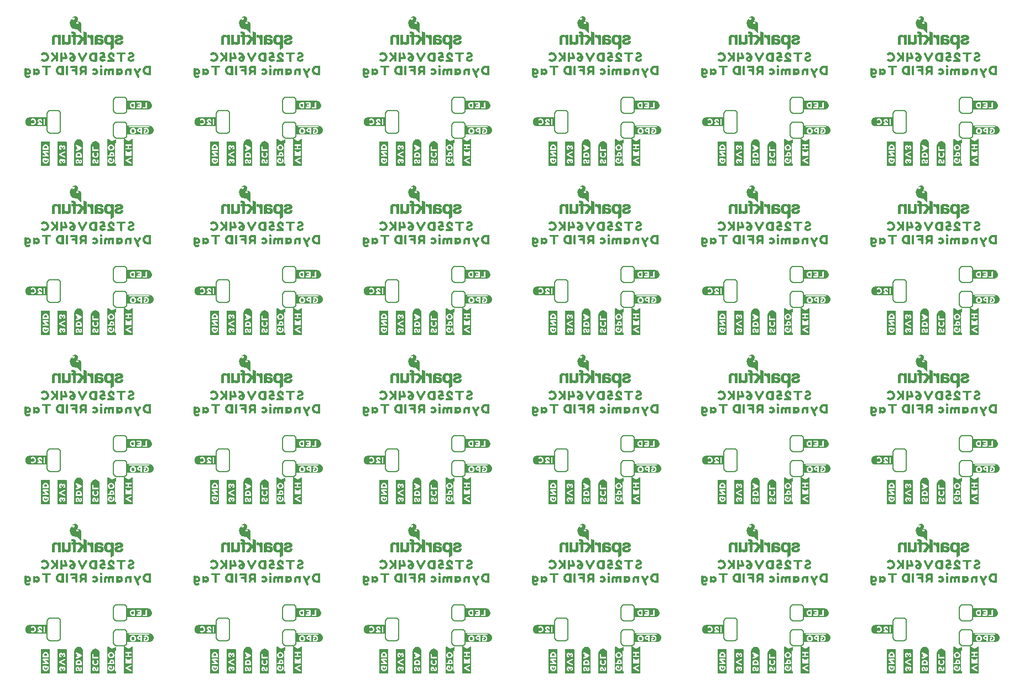
<source format=gbo>
G04 EAGLE Gerber RS-274X export*
G75*
%MOMM*%
%FSLAX34Y34*%
%LPD*%
%INSilkscreen Bottom*%
%IPPOS*%
%AMOC8*
5,1,8,0,0,1.08239X$1,22.5*%
G01*
%ADD10C,0.203200*%

G36*
X222652Y587538D02*
X222652Y587538D01*
X222654Y587536D01*
X223254Y587636D01*
X223255Y587638D01*
X223257Y587637D01*
X223957Y587837D01*
X223958Y587837D01*
X224557Y588037D01*
X225257Y588237D01*
X225259Y588241D01*
X225263Y588240D01*
X225863Y588640D01*
X226362Y588939D01*
X226364Y588943D01*
X226367Y588943D01*
X227367Y589943D01*
X227367Y589945D01*
X227369Y589945D01*
X227769Y590445D01*
X227769Y590446D01*
X227770Y590447D01*
X228170Y591047D01*
X228170Y591049D01*
X228172Y591049D01*
X228472Y591649D01*
X228471Y591652D01*
X228473Y591652D01*
X228673Y592252D01*
X228673Y592253D01*
X228873Y592953D01*
X228872Y592955D01*
X228874Y592956D01*
X228875Y592965D01*
X228887Y593037D01*
X228888Y593037D01*
X228900Y593110D01*
X228912Y593183D01*
X228924Y593256D01*
X228936Y593328D01*
X228948Y593401D01*
X228960Y593474D01*
X228972Y593547D01*
X228974Y593556D01*
X228972Y593558D01*
X228974Y593560D01*
X228974Y594960D01*
X228973Y594962D01*
X228974Y594963D01*
X228874Y595663D01*
X228874Y595664D01*
X228774Y596264D01*
X228771Y596267D01*
X228772Y596270D01*
X228473Y596969D01*
X228273Y597568D01*
X228269Y597570D01*
X228270Y597573D01*
X227870Y598173D01*
X227869Y598174D01*
X227869Y598175D01*
X227469Y598675D01*
X227467Y598676D01*
X227467Y598677D01*
X226467Y599677D01*
X226465Y599677D01*
X226465Y599679D01*
X225965Y600079D01*
X225962Y600079D01*
X225961Y600082D01*
X224761Y600682D01*
X224758Y600681D01*
X224758Y600683D01*
X224158Y600883D01*
X224157Y600883D01*
X223457Y601083D01*
X223453Y601081D01*
X223450Y601084D01*
X222752Y601084D01*
X222255Y601184D01*
X222254Y601183D01*
X222253Y601184D01*
X222251Y601183D01*
X222250Y601184D01*
X187650Y601184D01*
X187629Y601166D01*
X187626Y601164D01*
X187526Y600564D01*
X187527Y600562D01*
X187526Y600561D01*
X187526Y600560D01*
X187526Y587760D01*
X187538Y587746D01*
X187541Y587738D01*
X188041Y587538D01*
X188047Y587540D01*
X188050Y587536D01*
X222650Y587536D01*
X222652Y587538D01*
G37*
G36*
X1258972Y328458D02*
X1258972Y328458D01*
X1258974Y328456D01*
X1259574Y328556D01*
X1259575Y328558D01*
X1259577Y328557D01*
X1260277Y328757D01*
X1260278Y328757D01*
X1260877Y328957D01*
X1261577Y329157D01*
X1261579Y329161D01*
X1261583Y329160D01*
X1262183Y329560D01*
X1262682Y329859D01*
X1262684Y329863D01*
X1262687Y329863D01*
X1263687Y330863D01*
X1263687Y330865D01*
X1263689Y330865D01*
X1264089Y331365D01*
X1264089Y331366D01*
X1264090Y331367D01*
X1264490Y331967D01*
X1264490Y331969D01*
X1264492Y331969D01*
X1264792Y332569D01*
X1264791Y332572D01*
X1264793Y332572D01*
X1264993Y333172D01*
X1264993Y333173D01*
X1265193Y333873D01*
X1265192Y333875D01*
X1265194Y333876D01*
X1265195Y333885D01*
X1265207Y333957D01*
X1265208Y333957D01*
X1265220Y334030D01*
X1265232Y334103D01*
X1265244Y334176D01*
X1265256Y334248D01*
X1265268Y334321D01*
X1265280Y334394D01*
X1265292Y334467D01*
X1265294Y334476D01*
X1265292Y334478D01*
X1265294Y334480D01*
X1265294Y335880D01*
X1265293Y335882D01*
X1265294Y335883D01*
X1265194Y336583D01*
X1265194Y336584D01*
X1265094Y337184D01*
X1265091Y337187D01*
X1265092Y337190D01*
X1264793Y337889D01*
X1264593Y338488D01*
X1264589Y338490D01*
X1264590Y338493D01*
X1264190Y339093D01*
X1264189Y339094D01*
X1264189Y339095D01*
X1263789Y339595D01*
X1263787Y339596D01*
X1263787Y339597D01*
X1262787Y340597D01*
X1262785Y340597D01*
X1262785Y340599D01*
X1262285Y340999D01*
X1262282Y340999D01*
X1262281Y341002D01*
X1261081Y341602D01*
X1261078Y341601D01*
X1261078Y341603D01*
X1260478Y341803D01*
X1260477Y341803D01*
X1259777Y342003D01*
X1259773Y342001D01*
X1259770Y342004D01*
X1259072Y342004D01*
X1258575Y342104D01*
X1258574Y342103D01*
X1258573Y342104D01*
X1258571Y342103D01*
X1258570Y342104D01*
X1223970Y342104D01*
X1223949Y342086D01*
X1223946Y342084D01*
X1223846Y341484D01*
X1223847Y341482D01*
X1223846Y341481D01*
X1223846Y341480D01*
X1223846Y328680D01*
X1223858Y328666D01*
X1223861Y328658D01*
X1224361Y328458D01*
X1224367Y328460D01*
X1224370Y328456D01*
X1258970Y328456D01*
X1258972Y328458D01*
G37*
G36*
X740812Y587538D02*
X740812Y587538D01*
X740814Y587536D01*
X741414Y587636D01*
X741415Y587638D01*
X741417Y587637D01*
X742117Y587837D01*
X742118Y587837D01*
X742717Y588037D01*
X743417Y588237D01*
X743419Y588241D01*
X743423Y588240D01*
X744023Y588640D01*
X744522Y588939D01*
X744524Y588943D01*
X744527Y588943D01*
X745527Y589943D01*
X745527Y589945D01*
X745529Y589945D01*
X745929Y590445D01*
X745929Y590446D01*
X745930Y590447D01*
X746330Y591047D01*
X746330Y591049D01*
X746332Y591049D01*
X746632Y591649D01*
X746631Y591652D01*
X746633Y591652D01*
X746833Y592252D01*
X746833Y592253D01*
X747033Y592953D01*
X747032Y592955D01*
X747034Y592956D01*
X747035Y592965D01*
X747047Y593037D01*
X747048Y593037D01*
X747060Y593110D01*
X747072Y593183D01*
X747084Y593256D01*
X747096Y593328D01*
X747108Y593401D01*
X747120Y593474D01*
X747132Y593547D01*
X747134Y593556D01*
X747132Y593558D01*
X747134Y593560D01*
X747134Y594960D01*
X747133Y594962D01*
X747134Y594963D01*
X747034Y595663D01*
X747034Y595664D01*
X746934Y596264D01*
X746931Y596267D01*
X746932Y596270D01*
X746633Y596969D01*
X746433Y597568D01*
X746429Y597570D01*
X746430Y597573D01*
X746030Y598173D01*
X746029Y598174D01*
X746029Y598175D01*
X745629Y598675D01*
X745627Y598676D01*
X745627Y598677D01*
X744627Y599677D01*
X744625Y599677D01*
X744625Y599679D01*
X744125Y600079D01*
X744122Y600079D01*
X744121Y600082D01*
X742921Y600682D01*
X742918Y600681D01*
X742918Y600683D01*
X742318Y600883D01*
X742317Y600883D01*
X741617Y601083D01*
X741613Y601081D01*
X741610Y601084D01*
X740912Y601084D01*
X740415Y601184D01*
X740414Y601183D01*
X740413Y601184D01*
X740411Y601183D01*
X740410Y601184D01*
X705810Y601184D01*
X705789Y601166D01*
X705786Y601164D01*
X705686Y600564D01*
X705687Y600562D01*
X705686Y600561D01*
X705686Y600560D01*
X705686Y587760D01*
X705698Y587746D01*
X705701Y587738D01*
X706201Y587538D01*
X706207Y587540D01*
X706210Y587536D01*
X740810Y587536D01*
X740812Y587538D01*
G37*
G36*
X1258972Y587538D02*
X1258972Y587538D01*
X1258974Y587536D01*
X1259574Y587636D01*
X1259575Y587638D01*
X1259577Y587637D01*
X1260277Y587837D01*
X1260278Y587837D01*
X1260877Y588037D01*
X1261577Y588237D01*
X1261579Y588241D01*
X1261583Y588240D01*
X1262183Y588640D01*
X1262682Y588939D01*
X1262684Y588943D01*
X1262687Y588943D01*
X1263687Y589943D01*
X1263687Y589945D01*
X1263689Y589945D01*
X1264089Y590445D01*
X1264089Y590446D01*
X1264090Y590447D01*
X1264490Y591047D01*
X1264490Y591049D01*
X1264492Y591049D01*
X1264792Y591649D01*
X1264791Y591652D01*
X1264793Y591652D01*
X1264993Y592252D01*
X1264993Y592253D01*
X1265193Y592953D01*
X1265192Y592955D01*
X1265194Y592956D01*
X1265195Y592965D01*
X1265207Y593037D01*
X1265208Y593037D01*
X1265220Y593110D01*
X1265232Y593183D01*
X1265244Y593256D01*
X1265256Y593328D01*
X1265268Y593401D01*
X1265280Y593474D01*
X1265292Y593547D01*
X1265294Y593556D01*
X1265292Y593558D01*
X1265294Y593560D01*
X1265294Y594960D01*
X1265293Y594962D01*
X1265294Y594963D01*
X1265194Y595663D01*
X1265194Y595664D01*
X1265094Y596264D01*
X1265091Y596267D01*
X1265092Y596270D01*
X1264793Y596969D01*
X1264593Y597568D01*
X1264589Y597570D01*
X1264590Y597573D01*
X1264190Y598173D01*
X1264189Y598174D01*
X1264189Y598175D01*
X1263789Y598675D01*
X1263787Y598676D01*
X1263787Y598677D01*
X1262787Y599677D01*
X1262785Y599677D01*
X1262785Y599679D01*
X1262285Y600079D01*
X1262282Y600079D01*
X1262281Y600082D01*
X1261081Y600682D01*
X1261078Y600681D01*
X1261078Y600683D01*
X1260478Y600883D01*
X1260477Y600883D01*
X1259777Y601083D01*
X1259773Y601081D01*
X1259770Y601084D01*
X1259072Y601084D01*
X1258575Y601184D01*
X1258574Y601183D01*
X1258573Y601184D01*
X1258571Y601183D01*
X1258570Y601184D01*
X1223970Y601184D01*
X1223949Y601166D01*
X1223946Y601164D01*
X1223846Y600564D01*
X1223847Y600562D01*
X1223846Y600561D01*
X1223846Y600560D01*
X1223846Y587760D01*
X1223858Y587746D01*
X1223861Y587738D01*
X1224361Y587538D01*
X1224367Y587540D01*
X1224370Y587536D01*
X1258970Y587536D01*
X1258972Y587538D01*
G37*
G36*
X481732Y587538D02*
X481732Y587538D01*
X481734Y587536D01*
X482334Y587636D01*
X482335Y587638D01*
X482337Y587637D01*
X483037Y587837D01*
X483038Y587837D01*
X483637Y588037D01*
X484337Y588237D01*
X484339Y588241D01*
X484343Y588240D01*
X484943Y588640D01*
X485442Y588939D01*
X485444Y588943D01*
X485447Y588943D01*
X486447Y589943D01*
X486447Y589945D01*
X486449Y589945D01*
X486849Y590445D01*
X486849Y590446D01*
X486850Y590447D01*
X487250Y591047D01*
X487250Y591049D01*
X487252Y591049D01*
X487552Y591649D01*
X487551Y591652D01*
X487553Y591652D01*
X487753Y592252D01*
X487753Y592253D01*
X487953Y592953D01*
X487952Y592955D01*
X487954Y592956D01*
X487955Y592965D01*
X487967Y593037D01*
X487968Y593037D01*
X487980Y593110D01*
X487992Y593183D01*
X488004Y593256D01*
X488016Y593328D01*
X488028Y593401D01*
X488040Y593474D01*
X488052Y593547D01*
X488054Y593556D01*
X488052Y593558D01*
X488054Y593560D01*
X488054Y594960D01*
X488053Y594962D01*
X488054Y594963D01*
X487954Y595663D01*
X487954Y595664D01*
X487854Y596264D01*
X487851Y596267D01*
X487852Y596270D01*
X487553Y596969D01*
X487353Y597568D01*
X487349Y597570D01*
X487350Y597573D01*
X486950Y598173D01*
X486949Y598174D01*
X486949Y598175D01*
X486549Y598675D01*
X486547Y598676D01*
X486547Y598677D01*
X485547Y599677D01*
X485545Y599677D01*
X485545Y599679D01*
X485045Y600079D01*
X485042Y600079D01*
X485041Y600082D01*
X483841Y600682D01*
X483838Y600681D01*
X483838Y600683D01*
X483238Y600883D01*
X483237Y600883D01*
X482537Y601083D01*
X482533Y601081D01*
X482530Y601084D01*
X481832Y601084D01*
X481335Y601184D01*
X481334Y601183D01*
X481333Y601184D01*
X481331Y601183D01*
X481330Y601184D01*
X446730Y601184D01*
X446709Y601166D01*
X446706Y601164D01*
X446606Y600564D01*
X446607Y600562D01*
X446606Y600561D01*
X446606Y600560D01*
X446606Y587760D01*
X446618Y587746D01*
X446621Y587738D01*
X447121Y587538D01*
X447127Y587540D01*
X447130Y587536D01*
X481730Y587536D01*
X481732Y587538D01*
G37*
G36*
X740812Y69378D02*
X740812Y69378D01*
X740814Y69376D01*
X741414Y69476D01*
X741415Y69478D01*
X741417Y69477D01*
X742117Y69677D01*
X742118Y69677D01*
X742717Y69877D01*
X743417Y70077D01*
X743419Y70081D01*
X743423Y70080D01*
X744023Y70480D01*
X744522Y70779D01*
X744524Y70783D01*
X744527Y70783D01*
X745527Y71783D01*
X745527Y71785D01*
X745529Y71785D01*
X745929Y72285D01*
X745929Y72286D01*
X745930Y72287D01*
X746330Y72887D01*
X746330Y72889D01*
X746332Y72889D01*
X746632Y73489D01*
X746631Y73492D01*
X746633Y73492D01*
X746833Y74092D01*
X746833Y74093D01*
X747033Y74793D01*
X747032Y74795D01*
X747034Y74796D01*
X747035Y74805D01*
X747047Y74877D01*
X747048Y74877D01*
X747060Y74950D01*
X747072Y75023D01*
X747084Y75096D01*
X747096Y75168D01*
X747108Y75241D01*
X747120Y75314D01*
X747132Y75387D01*
X747134Y75396D01*
X747132Y75398D01*
X747134Y75400D01*
X747134Y76800D01*
X747133Y76802D01*
X747134Y76803D01*
X747034Y77503D01*
X747034Y77504D01*
X746934Y78104D01*
X746931Y78107D01*
X746932Y78110D01*
X746633Y78809D01*
X746433Y79408D01*
X746429Y79410D01*
X746430Y79413D01*
X746030Y80013D01*
X746029Y80014D01*
X746029Y80015D01*
X745629Y80515D01*
X745627Y80516D01*
X745627Y80517D01*
X744627Y81517D01*
X744625Y81517D01*
X744625Y81519D01*
X744125Y81919D01*
X744122Y81919D01*
X744121Y81922D01*
X742921Y82522D01*
X742918Y82521D01*
X742918Y82523D01*
X742318Y82723D01*
X742317Y82723D01*
X741617Y82923D01*
X741613Y82921D01*
X741610Y82924D01*
X740912Y82924D01*
X740415Y83024D01*
X740414Y83023D01*
X740413Y83024D01*
X740411Y83023D01*
X740410Y83024D01*
X705810Y83024D01*
X705789Y83006D01*
X705786Y83004D01*
X705686Y82404D01*
X705687Y82402D01*
X705686Y82401D01*
X705686Y82400D01*
X705686Y69600D01*
X705698Y69586D01*
X705701Y69578D01*
X706201Y69378D01*
X706207Y69380D01*
X706210Y69376D01*
X740810Y69376D01*
X740812Y69378D01*
G37*
G36*
X481732Y69378D02*
X481732Y69378D01*
X481734Y69376D01*
X482334Y69476D01*
X482335Y69478D01*
X482337Y69477D01*
X483037Y69677D01*
X483038Y69677D01*
X483637Y69877D01*
X484337Y70077D01*
X484339Y70081D01*
X484343Y70080D01*
X484943Y70480D01*
X485442Y70779D01*
X485444Y70783D01*
X485447Y70783D01*
X486447Y71783D01*
X486447Y71785D01*
X486449Y71785D01*
X486849Y72285D01*
X486849Y72286D01*
X486850Y72287D01*
X487250Y72887D01*
X487250Y72889D01*
X487252Y72889D01*
X487552Y73489D01*
X487551Y73492D01*
X487553Y73492D01*
X487753Y74092D01*
X487753Y74093D01*
X487953Y74793D01*
X487952Y74795D01*
X487954Y74796D01*
X487955Y74805D01*
X487967Y74877D01*
X487968Y74877D01*
X487980Y74950D01*
X487992Y75023D01*
X488004Y75096D01*
X488016Y75168D01*
X488028Y75241D01*
X488040Y75314D01*
X488052Y75387D01*
X488054Y75396D01*
X488052Y75398D01*
X488054Y75400D01*
X488054Y76800D01*
X488053Y76802D01*
X488054Y76803D01*
X487954Y77503D01*
X487954Y77504D01*
X487854Y78104D01*
X487851Y78107D01*
X487852Y78110D01*
X487553Y78809D01*
X487353Y79408D01*
X487349Y79410D01*
X487350Y79413D01*
X486950Y80013D01*
X486949Y80014D01*
X486949Y80015D01*
X486549Y80515D01*
X486547Y80516D01*
X486547Y80517D01*
X485547Y81517D01*
X485545Y81517D01*
X485545Y81519D01*
X485045Y81919D01*
X485042Y81919D01*
X485041Y81922D01*
X483841Y82522D01*
X483838Y82521D01*
X483838Y82523D01*
X483238Y82723D01*
X483237Y82723D01*
X482537Y82923D01*
X482533Y82921D01*
X482530Y82924D01*
X481832Y82924D01*
X481335Y83024D01*
X481334Y83023D01*
X481333Y83024D01*
X481331Y83023D01*
X481330Y83024D01*
X446730Y83024D01*
X446709Y83006D01*
X446706Y83004D01*
X446606Y82404D01*
X446607Y82402D01*
X446606Y82401D01*
X446606Y82400D01*
X446606Y69600D01*
X446618Y69586D01*
X446621Y69578D01*
X447121Y69378D01*
X447127Y69380D01*
X447130Y69376D01*
X481730Y69376D01*
X481732Y69378D01*
G37*
G36*
X222652Y328458D02*
X222652Y328458D01*
X222654Y328456D01*
X223254Y328556D01*
X223255Y328558D01*
X223257Y328557D01*
X223957Y328757D01*
X223958Y328757D01*
X224557Y328957D01*
X225257Y329157D01*
X225259Y329161D01*
X225263Y329160D01*
X225863Y329560D01*
X226362Y329859D01*
X226364Y329863D01*
X226367Y329863D01*
X227367Y330863D01*
X227367Y330865D01*
X227369Y330865D01*
X227769Y331365D01*
X227769Y331366D01*
X227770Y331367D01*
X228170Y331967D01*
X228170Y331969D01*
X228172Y331969D01*
X228472Y332569D01*
X228471Y332572D01*
X228473Y332572D01*
X228673Y333172D01*
X228673Y333173D01*
X228873Y333873D01*
X228872Y333875D01*
X228874Y333876D01*
X228875Y333885D01*
X228887Y333957D01*
X228888Y333957D01*
X228900Y334030D01*
X228912Y334103D01*
X228924Y334176D01*
X228936Y334248D01*
X228948Y334321D01*
X228960Y334394D01*
X228972Y334467D01*
X228974Y334476D01*
X228972Y334478D01*
X228974Y334480D01*
X228974Y335880D01*
X228973Y335882D01*
X228974Y335883D01*
X228874Y336583D01*
X228874Y336584D01*
X228774Y337184D01*
X228771Y337187D01*
X228772Y337190D01*
X228473Y337889D01*
X228273Y338488D01*
X228269Y338490D01*
X228270Y338493D01*
X227870Y339093D01*
X227869Y339094D01*
X227869Y339095D01*
X227469Y339595D01*
X227467Y339596D01*
X227467Y339597D01*
X226467Y340597D01*
X226465Y340597D01*
X226465Y340599D01*
X225965Y340999D01*
X225962Y340999D01*
X225961Y341002D01*
X224761Y341602D01*
X224758Y341601D01*
X224758Y341603D01*
X224158Y341803D01*
X224157Y341803D01*
X223457Y342003D01*
X223453Y342001D01*
X223450Y342004D01*
X222752Y342004D01*
X222255Y342104D01*
X222254Y342103D01*
X222253Y342104D01*
X222251Y342103D01*
X222250Y342104D01*
X187650Y342104D01*
X187629Y342086D01*
X187626Y342084D01*
X187526Y341484D01*
X187527Y341482D01*
X187526Y341481D01*
X187526Y341480D01*
X187526Y328680D01*
X187538Y328666D01*
X187541Y328658D01*
X188041Y328458D01*
X188047Y328460D01*
X188050Y328456D01*
X222650Y328456D01*
X222652Y328458D01*
G37*
G36*
X1518052Y328458D02*
X1518052Y328458D01*
X1518054Y328456D01*
X1518654Y328556D01*
X1518655Y328558D01*
X1518657Y328557D01*
X1519357Y328757D01*
X1519358Y328757D01*
X1519957Y328957D01*
X1520657Y329157D01*
X1520659Y329161D01*
X1520663Y329160D01*
X1521263Y329560D01*
X1521762Y329859D01*
X1521764Y329863D01*
X1521767Y329863D01*
X1522767Y330863D01*
X1522767Y330865D01*
X1522769Y330865D01*
X1523169Y331365D01*
X1523169Y331366D01*
X1523170Y331367D01*
X1523570Y331967D01*
X1523570Y331969D01*
X1523572Y331969D01*
X1523872Y332569D01*
X1523871Y332572D01*
X1523873Y332572D01*
X1524073Y333172D01*
X1524073Y333173D01*
X1524273Y333873D01*
X1524272Y333875D01*
X1524274Y333876D01*
X1524275Y333885D01*
X1524287Y333957D01*
X1524288Y333957D01*
X1524300Y334030D01*
X1524312Y334103D01*
X1524324Y334176D01*
X1524336Y334248D01*
X1524348Y334321D01*
X1524360Y334394D01*
X1524372Y334467D01*
X1524374Y334476D01*
X1524372Y334478D01*
X1524374Y334480D01*
X1524374Y335880D01*
X1524373Y335882D01*
X1524374Y335883D01*
X1524274Y336583D01*
X1524274Y336584D01*
X1524174Y337184D01*
X1524171Y337187D01*
X1524172Y337190D01*
X1523873Y337889D01*
X1523673Y338488D01*
X1523669Y338490D01*
X1523670Y338493D01*
X1523270Y339093D01*
X1523269Y339094D01*
X1523269Y339095D01*
X1522869Y339595D01*
X1522867Y339596D01*
X1522867Y339597D01*
X1521867Y340597D01*
X1521865Y340597D01*
X1521865Y340599D01*
X1521365Y340999D01*
X1521362Y340999D01*
X1521361Y341002D01*
X1520161Y341602D01*
X1520158Y341601D01*
X1520158Y341603D01*
X1519558Y341803D01*
X1519557Y341803D01*
X1518857Y342003D01*
X1518853Y342001D01*
X1518850Y342004D01*
X1518152Y342004D01*
X1517655Y342104D01*
X1517654Y342103D01*
X1517653Y342104D01*
X1517651Y342103D01*
X1517650Y342104D01*
X1483050Y342104D01*
X1483029Y342086D01*
X1483026Y342084D01*
X1482926Y341484D01*
X1482927Y341482D01*
X1482926Y341481D01*
X1482926Y341480D01*
X1482926Y328680D01*
X1482938Y328666D01*
X1482941Y328658D01*
X1483441Y328458D01*
X1483447Y328460D01*
X1483450Y328456D01*
X1518050Y328456D01*
X1518052Y328458D01*
G37*
G36*
X481732Y328458D02*
X481732Y328458D01*
X481734Y328456D01*
X482334Y328556D01*
X482335Y328558D01*
X482337Y328557D01*
X483037Y328757D01*
X483038Y328757D01*
X483637Y328957D01*
X484337Y329157D01*
X484339Y329161D01*
X484343Y329160D01*
X484943Y329560D01*
X485442Y329859D01*
X485444Y329863D01*
X485447Y329863D01*
X486447Y330863D01*
X486447Y330865D01*
X486449Y330865D01*
X486849Y331365D01*
X486849Y331366D01*
X486850Y331367D01*
X487250Y331967D01*
X487250Y331969D01*
X487252Y331969D01*
X487552Y332569D01*
X487551Y332572D01*
X487553Y332572D01*
X487753Y333172D01*
X487753Y333173D01*
X487953Y333873D01*
X487952Y333875D01*
X487954Y333876D01*
X487955Y333885D01*
X487967Y333957D01*
X487968Y333957D01*
X487980Y334030D01*
X487992Y334103D01*
X488004Y334176D01*
X488016Y334248D01*
X488028Y334321D01*
X488040Y334394D01*
X488052Y334467D01*
X488054Y334476D01*
X488052Y334478D01*
X488054Y334480D01*
X488054Y335880D01*
X488053Y335882D01*
X488054Y335883D01*
X487954Y336583D01*
X487954Y336584D01*
X487854Y337184D01*
X487851Y337187D01*
X487852Y337190D01*
X487553Y337889D01*
X487353Y338488D01*
X487349Y338490D01*
X487350Y338493D01*
X486950Y339093D01*
X486949Y339094D01*
X486949Y339095D01*
X486549Y339595D01*
X486547Y339596D01*
X486547Y339597D01*
X485547Y340597D01*
X485545Y340597D01*
X485545Y340599D01*
X485045Y340999D01*
X485042Y340999D01*
X485041Y341002D01*
X483841Y341602D01*
X483838Y341601D01*
X483838Y341603D01*
X483238Y341803D01*
X483237Y341803D01*
X482537Y342003D01*
X482533Y342001D01*
X482530Y342004D01*
X481832Y342004D01*
X481335Y342104D01*
X481334Y342103D01*
X481333Y342104D01*
X481331Y342103D01*
X481330Y342104D01*
X446730Y342104D01*
X446709Y342086D01*
X446706Y342084D01*
X446606Y341484D01*
X446607Y341482D01*
X446606Y341481D01*
X446606Y341480D01*
X446606Y328680D01*
X446618Y328666D01*
X446621Y328658D01*
X447121Y328458D01*
X447127Y328460D01*
X447130Y328456D01*
X481730Y328456D01*
X481732Y328458D01*
G37*
G36*
X999892Y328458D02*
X999892Y328458D01*
X999894Y328456D01*
X1000494Y328556D01*
X1000495Y328558D01*
X1000497Y328557D01*
X1001197Y328757D01*
X1001198Y328757D01*
X1001797Y328957D01*
X1002497Y329157D01*
X1002499Y329161D01*
X1002503Y329160D01*
X1003103Y329560D01*
X1003602Y329859D01*
X1003604Y329863D01*
X1003607Y329863D01*
X1004607Y330863D01*
X1004607Y330865D01*
X1004609Y330865D01*
X1005009Y331365D01*
X1005009Y331366D01*
X1005010Y331367D01*
X1005410Y331967D01*
X1005410Y331969D01*
X1005412Y331969D01*
X1005712Y332569D01*
X1005711Y332572D01*
X1005713Y332572D01*
X1005913Y333172D01*
X1005913Y333173D01*
X1006113Y333873D01*
X1006112Y333875D01*
X1006114Y333876D01*
X1006115Y333885D01*
X1006127Y333957D01*
X1006128Y333957D01*
X1006140Y334030D01*
X1006152Y334103D01*
X1006164Y334176D01*
X1006176Y334248D01*
X1006188Y334321D01*
X1006200Y334394D01*
X1006212Y334467D01*
X1006214Y334476D01*
X1006212Y334478D01*
X1006214Y334480D01*
X1006214Y335880D01*
X1006213Y335882D01*
X1006214Y335883D01*
X1006114Y336583D01*
X1006114Y336584D01*
X1006014Y337184D01*
X1006011Y337187D01*
X1006012Y337190D01*
X1005713Y337889D01*
X1005513Y338488D01*
X1005509Y338490D01*
X1005510Y338493D01*
X1005110Y339093D01*
X1005109Y339094D01*
X1005109Y339095D01*
X1004709Y339595D01*
X1004707Y339596D01*
X1004707Y339597D01*
X1003707Y340597D01*
X1003705Y340597D01*
X1003705Y340599D01*
X1003205Y340999D01*
X1003202Y340999D01*
X1003201Y341002D01*
X1002001Y341602D01*
X1001998Y341601D01*
X1001998Y341603D01*
X1001398Y341803D01*
X1001397Y341803D01*
X1000697Y342003D01*
X1000693Y342001D01*
X1000690Y342004D01*
X999992Y342004D01*
X999495Y342104D01*
X999494Y342103D01*
X999493Y342104D01*
X999491Y342103D01*
X999490Y342104D01*
X964890Y342104D01*
X964869Y342086D01*
X964866Y342084D01*
X964766Y341484D01*
X964767Y341482D01*
X964766Y341481D01*
X964766Y341480D01*
X964766Y328680D01*
X964778Y328666D01*
X964781Y328658D01*
X965281Y328458D01*
X965287Y328460D01*
X965290Y328456D01*
X999890Y328456D01*
X999892Y328458D01*
G37*
G36*
X740812Y328458D02*
X740812Y328458D01*
X740814Y328456D01*
X741414Y328556D01*
X741415Y328558D01*
X741417Y328557D01*
X742117Y328757D01*
X742118Y328757D01*
X742717Y328957D01*
X743417Y329157D01*
X743419Y329161D01*
X743423Y329160D01*
X744023Y329560D01*
X744522Y329859D01*
X744524Y329863D01*
X744527Y329863D01*
X745527Y330863D01*
X745527Y330865D01*
X745529Y330865D01*
X745929Y331365D01*
X745929Y331366D01*
X745930Y331367D01*
X746330Y331967D01*
X746330Y331969D01*
X746332Y331969D01*
X746632Y332569D01*
X746631Y332572D01*
X746633Y332572D01*
X746833Y333172D01*
X746833Y333173D01*
X747033Y333873D01*
X747032Y333875D01*
X747034Y333876D01*
X747035Y333885D01*
X747047Y333957D01*
X747048Y333957D01*
X747060Y334030D01*
X747072Y334103D01*
X747084Y334176D01*
X747096Y334248D01*
X747108Y334321D01*
X747120Y334394D01*
X747132Y334467D01*
X747134Y334476D01*
X747132Y334478D01*
X747134Y334480D01*
X747134Y335880D01*
X747133Y335882D01*
X747134Y335883D01*
X747034Y336583D01*
X747034Y336584D01*
X746934Y337184D01*
X746931Y337187D01*
X746932Y337190D01*
X746633Y337889D01*
X746433Y338488D01*
X746429Y338490D01*
X746430Y338493D01*
X746030Y339093D01*
X746029Y339094D01*
X746029Y339095D01*
X745629Y339595D01*
X745627Y339596D01*
X745627Y339597D01*
X744627Y340597D01*
X744625Y340597D01*
X744625Y340599D01*
X744125Y340999D01*
X744122Y340999D01*
X744121Y341002D01*
X742921Y341602D01*
X742918Y341601D01*
X742918Y341603D01*
X742318Y341803D01*
X742317Y341803D01*
X741617Y342003D01*
X741613Y342001D01*
X741610Y342004D01*
X740912Y342004D01*
X740415Y342104D01*
X740414Y342103D01*
X740413Y342104D01*
X740411Y342103D01*
X740410Y342104D01*
X705810Y342104D01*
X705789Y342086D01*
X705786Y342084D01*
X705686Y341484D01*
X705687Y341482D01*
X705686Y341481D01*
X705686Y341480D01*
X705686Y328680D01*
X705698Y328666D01*
X705701Y328658D01*
X706201Y328458D01*
X706207Y328460D01*
X706210Y328456D01*
X740810Y328456D01*
X740812Y328458D01*
G37*
G36*
X1518052Y69378D02*
X1518052Y69378D01*
X1518054Y69376D01*
X1518654Y69476D01*
X1518655Y69478D01*
X1518657Y69477D01*
X1519357Y69677D01*
X1519358Y69677D01*
X1519957Y69877D01*
X1520657Y70077D01*
X1520659Y70081D01*
X1520663Y70080D01*
X1521263Y70480D01*
X1521762Y70779D01*
X1521764Y70783D01*
X1521767Y70783D01*
X1522767Y71783D01*
X1522767Y71785D01*
X1522769Y71785D01*
X1523169Y72285D01*
X1523169Y72286D01*
X1523170Y72287D01*
X1523570Y72887D01*
X1523570Y72889D01*
X1523572Y72889D01*
X1523872Y73489D01*
X1523871Y73492D01*
X1523873Y73492D01*
X1524073Y74092D01*
X1524073Y74093D01*
X1524273Y74793D01*
X1524272Y74795D01*
X1524274Y74796D01*
X1524275Y74805D01*
X1524287Y74877D01*
X1524288Y74877D01*
X1524300Y74950D01*
X1524312Y75023D01*
X1524324Y75096D01*
X1524336Y75168D01*
X1524348Y75241D01*
X1524360Y75314D01*
X1524372Y75387D01*
X1524374Y75396D01*
X1524372Y75398D01*
X1524374Y75400D01*
X1524374Y76800D01*
X1524373Y76802D01*
X1524374Y76803D01*
X1524274Y77503D01*
X1524274Y77504D01*
X1524174Y78104D01*
X1524171Y78107D01*
X1524172Y78110D01*
X1523873Y78809D01*
X1523673Y79408D01*
X1523669Y79410D01*
X1523670Y79413D01*
X1523270Y80013D01*
X1523269Y80014D01*
X1523269Y80015D01*
X1522869Y80515D01*
X1522867Y80516D01*
X1522867Y80517D01*
X1521867Y81517D01*
X1521865Y81517D01*
X1521865Y81519D01*
X1521365Y81919D01*
X1521362Y81919D01*
X1521361Y81922D01*
X1520161Y82522D01*
X1520158Y82521D01*
X1520158Y82523D01*
X1519558Y82723D01*
X1519557Y82723D01*
X1518857Y82923D01*
X1518853Y82921D01*
X1518850Y82924D01*
X1518152Y82924D01*
X1517655Y83024D01*
X1517654Y83023D01*
X1517653Y83024D01*
X1517651Y83023D01*
X1517650Y83024D01*
X1483050Y83024D01*
X1483029Y83006D01*
X1483026Y83004D01*
X1482926Y82404D01*
X1482927Y82402D01*
X1482926Y82401D01*
X1482926Y82400D01*
X1482926Y69600D01*
X1482938Y69586D01*
X1482941Y69578D01*
X1483441Y69378D01*
X1483447Y69380D01*
X1483450Y69376D01*
X1518050Y69376D01*
X1518052Y69378D01*
G37*
G36*
X999892Y69378D02*
X999892Y69378D01*
X999894Y69376D01*
X1000494Y69476D01*
X1000495Y69478D01*
X1000497Y69477D01*
X1001197Y69677D01*
X1001198Y69677D01*
X1001797Y69877D01*
X1002497Y70077D01*
X1002499Y70081D01*
X1002503Y70080D01*
X1003103Y70480D01*
X1003602Y70779D01*
X1003604Y70783D01*
X1003607Y70783D01*
X1004607Y71783D01*
X1004607Y71785D01*
X1004609Y71785D01*
X1005009Y72285D01*
X1005009Y72286D01*
X1005010Y72287D01*
X1005410Y72887D01*
X1005410Y72889D01*
X1005412Y72889D01*
X1005712Y73489D01*
X1005711Y73492D01*
X1005713Y73492D01*
X1005913Y74092D01*
X1005913Y74093D01*
X1006113Y74793D01*
X1006112Y74795D01*
X1006114Y74796D01*
X1006115Y74805D01*
X1006127Y74877D01*
X1006128Y74877D01*
X1006140Y74950D01*
X1006152Y75023D01*
X1006164Y75096D01*
X1006176Y75168D01*
X1006188Y75241D01*
X1006200Y75314D01*
X1006212Y75387D01*
X1006214Y75396D01*
X1006212Y75398D01*
X1006214Y75400D01*
X1006214Y76800D01*
X1006213Y76802D01*
X1006214Y76803D01*
X1006114Y77503D01*
X1006114Y77504D01*
X1006014Y78104D01*
X1006011Y78107D01*
X1006012Y78110D01*
X1005713Y78809D01*
X1005513Y79408D01*
X1005509Y79410D01*
X1005510Y79413D01*
X1005110Y80013D01*
X1005109Y80014D01*
X1005109Y80015D01*
X1004709Y80515D01*
X1004707Y80516D01*
X1004707Y80517D01*
X1003707Y81517D01*
X1003705Y81517D01*
X1003705Y81519D01*
X1003205Y81919D01*
X1003202Y81919D01*
X1003201Y81922D01*
X1002001Y82522D01*
X1001998Y82521D01*
X1001998Y82523D01*
X1001398Y82723D01*
X1001397Y82723D01*
X1000697Y82923D01*
X1000693Y82921D01*
X1000690Y82924D01*
X999992Y82924D01*
X999495Y83024D01*
X999494Y83023D01*
X999493Y83024D01*
X999491Y83023D01*
X999490Y83024D01*
X964890Y83024D01*
X964869Y83006D01*
X964866Y83004D01*
X964766Y82404D01*
X964767Y82402D01*
X964766Y82401D01*
X964766Y82400D01*
X964766Y69600D01*
X964778Y69586D01*
X964781Y69578D01*
X965281Y69378D01*
X965287Y69380D01*
X965290Y69376D01*
X999890Y69376D01*
X999892Y69378D01*
G37*
G36*
X1258972Y69378D02*
X1258972Y69378D01*
X1258974Y69376D01*
X1259574Y69476D01*
X1259575Y69478D01*
X1259577Y69477D01*
X1260277Y69677D01*
X1260278Y69677D01*
X1260877Y69877D01*
X1261577Y70077D01*
X1261579Y70081D01*
X1261583Y70080D01*
X1262183Y70480D01*
X1262682Y70779D01*
X1262684Y70783D01*
X1262687Y70783D01*
X1263687Y71783D01*
X1263687Y71785D01*
X1263689Y71785D01*
X1264089Y72285D01*
X1264089Y72286D01*
X1264090Y72287D01*
X1264490Y72887D01*
X1264490Y72889D01*
X1264492Y72889D01*
X1264792Y73489D01*
X1264791Y73492D01*
X1264793Y73492D01*
X1264993Y74092D01*
X1264993Y74093D01*
X1265193Y74793D01*
X1265192Y74795D01*
X1265194Y74796D01*
X1265195Y74805D01*
X1265207Y74877D01*
X1265208Y74877D01*
X1265220Y74950D01*
X1265232Y75023D01*
X1265244Y75096D01*
X1265256Y75168D01*
X1265268Y75241D01*
X1265280Y75314D01*
X1265292Y75387D01*
X1265294Y75396D01*
X1265292Y75398D01*
X1265294Y75400D01*
X1265294Y76800D01*
X1265293Y76802D01*
X1265294Y76803D01*
X1265194Y77503D01*
X1265194Y77504D01*
X1265094Y78104D01*
X1265091Y78107D01*
X1265092Y78110D01*
X1264793Y78809D01*
X1264593Y79408D01*
X1264589Y79410D01*
X1264590Y79413D01*
X1264190Y80013D01*
X1264189Y80014D01*
X1264189Y80015D01*
X1263789Y80515D01*
X1263787Y80516D01*
X1263787Y80517D01*
X1262787Y81517D01*
X1262785Y81517D01*
X1262785Y81519D01*
X1262285Y81919D01*
X1262282Y81919D01*
X1262281Y81922D01*
X1261081Y82522D01*
X1261078Y82521D01*
X1261078Y82523D01*
X1260478Y82723D01*
X1260477Y82723D01*
X1259777Y82923D01*
X1259773Y82921D01*
X1259770Y82924D01*
X1259072Y82924D01*
X1258575Y83024D01*
X1258574Y83023D01*
X1258573Y83024D01*
X1258571Y83023D01*
X1258570Y83024D01*
X1223970Y83024D01*
X1223949Y83006D01*
X1223946Y83004D01*
X1223846Y82404D01*
X1223847Y82402D01*
X1223846Y82401D01*
X1223846Y82400D01*
X1223846Y69600D01*
X1223858Y69586D01*
X1223861Y69578D01*
X1224361Y69378D01*
X1224367Y69380D01*
X1224370Y69376D01*
X1258970Y69376D01*
X1258972Y69378D01*
G37*
G36*
X222652Y69378D02*
X222652Y69378D01*
X222654Y69376D01*
X223254Y69476D01*
X223255Y69478D01*
X223257Y69477D01*
X223957Y69677D01*
X223958Y69677D01*
X224557Y69877D01*
X225257Y70077D01*
X225259Y70081D01*
X225263Y70080D01*
X225863Y70480D01*
X226362Y70779D01*
X226364Y70783D01*
X226367Y70783D01*
X227367Y71783D01*
X227367Y71785D01*
X227369Y71785D01*
X227769Y72285D01*
X227769Y72286D01*
X227770Y72287D01*
X228170Y72887D01*
X228170Y72889D01*
X228172Y72889D01*
X228472Y73489D01*
X228471Y73492D01*
X228473Y73492D01*
X228673Y74092D01*
X228673Y74093D01*
X228873Y74793D01*
X228872Y74795D01*
X228874Y74796D01*
X228875Y74805D01*
X228887Y74877D01*
X228888Y74877D01*
X228900Y74950D01*
X228912Y75023D01*
X228924Y75096D01*
X228936Y75168D01*
X228948Y75241D01*
X228960Y75314D01*
X228972Y75387D01*
X228974Y75396D01*
X228972Y75398D01*
X228974Y75400D01*
X228974Y76800D01*
X228973Y76802D01*
X228974Y76803D01*
X228874Y77503D01*
X228874Y77504D01*
X228774Y78104D01*
X228771Y78107D01*
X228772Y78110D01*
X228473Y78809D01*
X228273Y79408D01*
X228269Y79410D01*
X228270Y79413D01*
X227870Y80013D01*
X227869Y80014D01*
X227869Y80015D01*
X227469Y80515D01*
X227467Y80516D01*
X227467Y80517D01*
X226467Y81517D01*
X226465Y81517D01*
X226465Y81519D01*
X225965Y81919D01*
X225962Y81919D01*
X225961Y81922D01*
X224761Y82522D01*
X224758Y82521D01*
X224758Y82523D01*
X224158Y82723D01*
X224157Y82723D01*
X223457Y82923D01*
X223453Y82921D01*
X223450Y82924D01*
X222752Y82924D01*
X222255Y83024D01*
X222254Y83023D01*
X222253Y83024D01*
X222251Y83023D01*
X222250Y83024D01*
X187650Y83024D01*
X187629Y83006D01*
X187626Y83004D01*
X187526Y82404D01*
X187527Y82402D01*
X187526Y82401D01*
X187526Y82400D01*
X187526Y69600D01*
X187538Y69586D01*
X187541Y69578D01*
X188041Y69378D01*
X188047Y69380D01*
X188050Y69376D01*
X222650Y69376D01*
X222652Y69378D01*
G37*
G36*
X999892Y587538D02*
X999892Y587538D01*
X999894Y587536D01*
X1000494Y587636D01*
X1000495Y587638D01*
X1000497Y587637D01*
X1001197Y587837D01*
X1001198Y587837D01*
X1001797Y588037D01*
X1002497Y588237D01*
X1002499Y588241D01*
X1002503Y588240D01*
X1003103Y588640D01*
X1003602Y588939D01*
X1003604Y588943D01*
X1003607Y588943D01*
X1004607Y589943D01*
X1004607Y589945D01*
X1004609Y589945D01*
X1005009Y590445D01*
X1005009Y590446D01*
X1005010Y590447D01*
X1005410Y591047D01*
X1005410Y591049D01*
X1005412Y591049D01*
X1005712Y591649D01*
X1005711Y591652D01*
X1005713Y591652D01*
X1005913Y592252D01*
X1005913Y592253D01*
X1006113Y592953D01*
X1006112Y592955D01*
X1006114Y592956D01*
X1006115Y592965D01*
X1006127Y593037D01*
X1006128Y593037D01*
X1006140Y593110D01*
X1006152Y593183D01*
X1006164Y593256D01*
X1006176Y593328D01*
X1006188Y593401D01*
X1006200Y593474D01*
X1006212Y593547D01*
X1006214Y593556D01*
X1006212Y593558D01*
X1006214Y593560D01*
X1006214Y594960D01*
X1006213Y594962D01*
X1006214Y594963D01*
X1006114Y595663D01*
X1006114Y595664D01*
X1006014Y596264D01*
X1006011Y596267D01*
X1006012Y596270D01*
X1005713Y596969D01*
X1005513Y597568D01*
X1005509Y597570D01*
X1005510Y597573D01*
X1005110Y598173D01*
X1005109Y598174D01*
X1005109Y598175D01*
X1004709Y598675D01*
X1004707Y598676D01*
X1004707Y598677D01*
X1003707Y599677D01*
X1003705Y599677D01*
X1003705Y599679D01*
X1003205Y600079D01*
X1003202Y600079D01*
X1003201Y600082D01*
X1002001Y600682D01*
X1001998Y600681D01*
X1001998Y600683D01*
X1001398Y600883D01*
X1001397Y600883D01*
X1000697Y601083D01*
X1000693Y601081D01*
X1000690Y601084D01*
X999992Y601084D01*
X999495Y601184D01*
X999494Y601183D01*
X999493Y601184D01*
X999491Y601183D01*
X999490Y601184D01*
X964890Y601184D01*
X964869Y601166D01*
X964866Y601164D01*
X964766Y600564D01*
X964767Y600562D01*
X964766Y600561D01*
X964766Y600560D01*
X964766Y587760D01*
X964778Y587746D01*
X964781Y587738D01*
X965281Y587538D01*
X965287Y587540D01*
X965290Y587536D01*
X999890Y587536D01*
X999892Y587538D01*
G37*
G36*
X1518052Y587538D02*
X1518052Y587538D01*
X1518054Y587536D01*
X1518654Y587636D01*
X1518655Y587638D01*
X1518657Y587637D01*
X1519357Y587837D01*
X1519358Y587837D01*
X1519957Y588037D01*
X1520657Y588237D01*
X1520659Y588241D01*
X1520663Y588240D01*
X1521263Y588640D01*
X1521762Y588939D01*
X1521764Y588943D01*
X1521767Y588943D01*
X1522767Y589943D01*
X1522767Y589945D01*
X1522769Y589945D01*
X1523169Y590445D01*
X1523169Y590446D01*
X1523170Y590447D01*
X1523570Y591047D01*
X1523570Y591049D01*
X1523572Y591049D01*
X1523872Y591649D01*
X1523871Y591652D01*
X1523873Y591652D01*
X1524073Y592252D01*
X1524073Y592253D01*
X1524273Y592953D01*
X1524272Y592955D01*
X1524274Y592956D01*
X1524275Y592965D01*
X1524287Y593037D01*
X1524288Y593037D01*
X1524300Y593110D01*
X1524312Y593183D01*
X1524324Y593256D01*
X1524336Y593328D01*
X1524348Y593401D01*
X1524360Y593474D01*
X1524372Y593547D01*
X1524374Y593556D01*
X1524372Y593558D01*
X1524374Y593560D01*
X1524374Y594960D01*
X1524373Y594962D01*
X1524374Y594963D01*
X1524274Y595663D01*
X1524274Y595664D01*
X1524174Y596264D01*
X1524171Y596267D01*
X1524172Y596270D01*
X1523873Y596969D01*
X1523673Y597568D01*
X1523669Y597570D01*
X1523670Y597573D01*
X1523270Y598173D01*
X1523269Y598174D01*
X1523269Y598175D01*
X1522869Y598675D01*
X1522867Y598676D01*
X1522867Y598677D01*
X1521867Y599677D01*
X1521865Y599677D01*
X1521865Y599679D01*
X1521365Y600079D01*
X1521362Y600079D01*
X1521361Y600082D01*
X1520161Y600682D01*
X1520158Y600681D01*
X1520158Y600683D01*
X1519558Y600883D01*
X1519557Y600883D01*
X1518857Y601083D01*
X1518853Y601081D01*
X1518850Y601084D01*
X1518152Y601084D01*
X1517655Y601184D01*
X1517654Y601183D01*
X1517653Y601184D01*
X1517651Y601183D01*
X1517650Y601184D01*
X1483050Y601184D01*
X1483029Y601166D01*
X1483026Y601164D01*
X1482926Y600564D01*
X1482927Y600562D01*
X1482926Y600561D01*
X1482926Y600560D01*
X1482926Y587760D01*
X1482938Y587746D01*
X1482941Y587738D01*
X1483441Y587538D01*
X1483447Y587540D01*
X1483450Y587536D01*
X1518050Y587536D01*
X1518052Y587538D01*
G37*
G36*
X481732Y846618D02*
X481732Y846618D01*
X481734Y846616D01*
X482334Y846716D01*
X482335Y846718D01*
X482337Y846717D01*
X483037Y846917D01*
X483038Y846917D01*
X483637Y847117D01*
X484337Y847317D01*
X484339Y847321D01*
X484343Y847320D01*
X484943Y847720D01*
X485442Y848019D01*
X485444Y848023D01*
X485447Y848023D01*
X486447Y849023D01*
X486447Y849025D01*
X486449Y849025D01*
X486849Y849525D01*
X486849Y849526D01*
X486850Y849527D01*
X487250Y850127D01*
X487250Y850129D01*
X487252Y850129D01*
X487552Y850729D01*
X487551Y850732D01*
X487553Y850732D01*
X487753Y851332D01*
X487753Y851333D01*
X487953Y852033D01*
X487952Y852035D01*
X487954Y852036D01*
X487955Y852045D01*
X487967Y852117D01*
X487968Y852117D01*
X487967Y852117D01*
X487980Y852190D01*
X487992Y852263D01*
X488004Y852336D01*
X488016Y852408D01*
X488028Y852481D01*
X488040Y852554D01*
X488052Y852627D01*
X488054Y852636D01*
X488052Y852638D01*
X488054Y852640D01*
X488054Y854040D01*
X488053Y854042D01*
X488054Y854043D01*
X487954Y854743D01*
X487954Y854744D01*
X487854Y855344D01*
X487851Y855347D01*
X487852Y855350D01*
X487553Y856049D01*
X487353Y856648D01*
X487349Y856650D01*
X487350Y856653D01*
X486950Y857253D01*
X486949Y857254D01*
X486949Y857255D01*
X486549Y857755D01*
X486547Y857756D01*
X486547Y857757D01*
X485547Y858757D01*
X485545Y858757D01*
X485545Y858759D01*
X485045Y859159D01*
X485042Y859159D01*
X485041Y859162D01*
X483841Y859762D01*
X483838Y859761D01*
X483838Y859763D01*
X483238Y859963D01*
X483237Y859963D01*
X482537Y860163D01*
X482533Y860161D01*
X482530Y860164D01*
X481832Y860164D01*
X481335Y860264D01*
X481334Y860263D01*
X481333Y860264D01*
X481331Y860263D01*
X481330Y860264D01*
X446730Y860264D01*
X446709Y860246D01*
X446706Y860244D01*
X446699Y860199D01*
X446686Y860126D01*
X446674Y860053D01*
X446662Y859981D01*
X446662Y859980D01*
X446650Y859908D01*
X446638Y859835D01*
X446626Y859762D01*
X446614Y859690D01*
X446614Y859689D01*
X446606Y859644D01*
X446607Y859642D01*
X446606Y859641D01*
X446606Y859640D01*
X446606Y846840D01*
X446618Y846826D01*
X446621Y846818D01*
X447121Y846618D01*
X447127Y846620D01*
X447130Y846616D01*
X481730Y846616D01*
X481732Y846618D01*
G37*
G36*
X222652Y846618D02*
X222652Y846618D01*
X222654Y846616D01*
X223254Y846716D01*
X223255Y846718D01*
X223257Y846717D01*
X223957Y846917D01*
X223958Y846917D01*
X224557Y847117D01*
X225257Y847317D01*
X225259Y847321D01*
X225263Y847320D01*
X225863Y847720D01*
X226362Y848019D01*
X226364Y848023D01*
X226367Y848023D01*
X227367Y849023D01*
X227367Y849025D01*
X227369Y849025D01*
X227769Y849525D01*
X227769Y849526D01*
X227770Y849527D01*
X228170Y850127D01*
X228170Y850129D01*
X228172Y850129D01*
X228472Y850729D01*
X228471Y850732D01*
X228473Y850732D01*
X228673Y851332D01*
X228673Y851333D01*
X228873Y852033D01*
X228872Y852035D01*
X228874Y852036D01*
X228875Y852045D01*
X228887Y852117D01*
X228888Y852117D01*
X228887Y852117D01*
X228900Y852190D01*
X228912Y852263D01*
X228924Y852336D01*
X228936Y852408D01*
X228948Y852481D01*
X228960Y852554D01*
X228972Y852627D01*
X228974Y852636D01*
X228972Y852638D01*
X228974Y852640D01*
X228974Y854040D01*
X228973Y854042D01*
X228974Y854043D01*
X228874Y854743D01*
X228874Y854744D01*
X228774Y855344D01*
X228771Y855347D01*
X228772Y855350D01*
X228473Y856049D01*
X228273Y856648D01*
X228269Y856650D01*
X228270Y856653D01*
X227870Y857253D01*
X227869Y857254D01*
X227869Y857255D01*
X227469Y857755D01*
X227467Y857756D01*
X227467Y857757D01*
X226467Y858757D01*
X226465Y858757D01*
X226465Y858759D01*
X225965Y859159D01*
X225962Y859159D01*
X225961Y859162D01*
X224761Y859762D01*
X224758Y859761D01*
X224758Y859763D01*
X224158Y859963D01*
X224157Y859963D01*
X223457Y860163D01*
X223453Y860161D01*
X223450Y860164D01*
X222752Y860164D01*
X222255Y860264D01*
X222254Y860263D01*
X222253Y860264D01*
X222251Y860263D01*
X222250Y860264D01*
X187650Y860264D01*
X187629Y860246D01*
X187626Y860244D01*
X187619Y860199D01*
X187606Y860126D01*
X187594Y860053D01*
X187582Y859981D01*
X187582Y859980D01*
X187570Y859908D01*
X187558Y859835D01*
X187546Y859762D01*
X187534Y859690D01*
X187534Y859689D01*
X187526Y859644D01*
X187527Y859642D01*
X187526Y859641D01*
X187526Y859640D01*
X187526Y846840D01*
X187538Y846826D01*
X187541Y846818D01*
X188041Y846618D01*
X188047Y846620D01*
X188050Y846616D01*
X222650Y846616D01*
X222652Y846618D01*
G37*
G36*
X1518052Y846618D02*
X1518052Y846618D01*
X1518054Y846616D01*
X1518654Y846716D01*
X1518655Y846718D01*
X1518657Y846717D01*
X1519357Y846917D01*
X1519358Y846917D01*
X1519957Y847117D01*
X1520657Y847317D01*
X1520659Y847321D01*
X1520663Y847320D01*
X1521263Y847720D01*
X1521762Y848019D01*
X1521764Y848023D01*
X1521767Y848023D01*
X1522767Y849023D01*
X1522767Y849025D01*
X1522769Y849025D01*
X1523169Y849525D01*
X1523169Y849526D01*
X1523170Y849527D01*
X1523570Y850127D01*
X1523570Y850129D01*
X1523572Y850129D01*
X1523872Y850729D01*
X1523871Y850732D01*
X1523873Y850732D01*
X1524073Y851332D01*
X1524073Y851333D01*
X1524273Y852033D01*
X1524272Y852035D01*
X1524274Y852036D01*
X1524275Y852045D01*
X1524287Y852117D01*
X1524288Y852117D01*
X1524287Y852117D01*
X1524300Y852190D01*
X1524312Y852263D01*
X1524324Y852336D01*
X1524336Y852408D01*
X1524348Y852481D01*
X1524360Y852554D01*
X1524372Y852627D01*
X1524374Y852636D01*
X1524372Y852638D01*
X1524374Y852640D01*
X1524374Y854040D01*
X1524373Y854042D01*
X1524374Y854043D01*
X1524274Y854743D01*
X1524274Y854744D01*
X1524174Y855344D01*
X1524171Y855347D01*
X1524172Y855350D01*
X1523873Y856049D01*
X1523673Y856648D01*
X1523669Y856650D01*
X1523670Y856653D01*
X1523270Y857253D01*
X1523269Y857254D01*
X1523269Y857255D01*
X1522869Y857755D01*
X1522867Y857756D01*
X1522867Y857757D01*
X1521867Y858757D01*
X1521865Y858757D01*
X1521865Y858759D01*
X1521365Y859159D01*
X1521362Y859159D01*
X1521361Y859162D01*
X1520161Y859762D01*
X1520158Y859761D01*
X1520158Y859763D01*
X1519558Y859963D01*
X1519557Y859963D01*
X1518857Y860163D01*
X1518853Y860161D01*
X1518850Y860164D01*
X1518152Y860164D01*
X1517655Y860264D01*
X1517654Y860263D01*
X1517653Y860264D01*
X1517651Y860263D01*
X1517650Y860264D01*
X1483050Y860264D01*
X1483029Y860246D01*
X1483026Y860244D01*
X1483019Y860199D01*
X1483006Y860126D01*
X1482994Y860053D01*
X1482982Y859981D01*
X1482982Y859980D01*
X1482970Y859908D01*
X1482958Y859835D01*
X1482946Y859762D01*
X1482934Y859690D01*
X1482934Y859689D01*
X1482926Y859644D01*
X1482927Y859642D01*
X1482926Y859641D01*
X1482926Y859640D01*
X1482926Y846840D01*
X1482938Y846826D01*
X1482941Y846818D01*
X1483441Y846618D01*
X1483447Y846620D01*
X1483450Y846616D01*
X1518050Y846616D01*
X1518052Y846618D01*
G37*
G36*
X1258972Y846618D02*
X1258972Y846618D01*
X1258974Y846616D01*
X1259574Y846716D01*
X1259575Y846718D01*
X1259577Y846717D01*
X1260277Y846917D01*
X1260278Y846917D01*
X1260877Y847117D01*
X1261577Y847317D01*
X1261579Y847321D01*
X1261583Y847320D01*
X1262183Y847720D01*
X1262682Y848019D01*
X1262684Y848023D01*
X1262687Y848023D01*
X1263687Y849023D01*
X1263687Y849025D01*
X1263689Y849025D01*
X1264089Y849525D01*
X1264089Y849526D01*
X1264090Y849527D01*
X1264490Y850127D01*
X1264490Y850129D01*
X1264492Y850129D01*
X1264792Y850729D01*
X1264791Y850732D01*
X1264793Y850732D01*
X1264993Y851332D01*
X1264993Y851333D01*
X1265193Y852033D01*
X1265192Y852035D01*
X1265194Y852036D01*
X1265195Y852045D01*
X1265207Y852117D01*
X1265208Y852117D01*
X1265207Y852117D01*
X1265220Y852190D01*
X1265232Y852263D01*
X1265244Y852336D01*
X1265256Y852408D01*
X1265268Y852481D01*
X1265280Y852554D01*
X1265292Y852627D01*
X1265294Y852636D01*
X1265292Y852638D01*
X1265294Y852640D01*
X1265294Y854040D01*
X1265293Y854042D01*
X1265294Y854043D01*
X1265194Y854743D01*
X1265194Y854744D01*
X1265094Y855344D01*
X1265091Y855347D01*
X1265092Y855350D01*
X1264793Y856049D01*
X1264593Y856648D01*
X1264589Y856650D01*
X1264590Y856653D01*
X1264190Y857253D01*
X1264189Y857254D01*
X1264189Y857255D01*
X1263789Y857755D01*
X1263787Y857756D01*
X1263787Y857757D01*
X1262787Y858757D01*
X1262785Y858757D01*
X1262785Y858759D01*
X1262285Y859159D01*
X1262282Y859159D01*
X1262281Y859162D01*
X1261081Y859762D01*
X1261078Y859761D01*
X1261078Y859763D01*
X1260478Y859963D01*
X1260477Y859963D01*
X1259777Y860163D01*
X1259773Y860161D01*
X1259770Y860164D01*
X1259072Y860164D01*
X1258575Y860264D01*
X1258574Y860263D01*
X1258573Y860264D01*
X1258571Y860263D01*
X1258570Y860264D01*
X1223970Y860264D01*
X1223949Y860246D01*
X1223946Y860244D01*
X1223939Y860199D01*
X1223926Y860126D01*
X1223914Y860053D01*
X1223902Y859981D01*
X1223902Y859980D01*
X1223890Y859908D01*
X1223878Y859835D01*
X1223866Y859762D01*
X1223854Y859690D01*
X1223854Y859689D01*
X1223846Y859644D01*
X1223847Y859642D01*
X1223846Y859641D01*
X1223846Y859640D01*
X1223846Y846840D01*
X1223858Y846826D01*
X1223861Y846818D01*
X1224361Y846618D01*
X1224367Y846620D01*
X1224370Y846616D01*
X1258970Y846616D01*
X1258972Y846618D01*
G37*
G36*
X740812Y846618D02*
X740812Y846618D01*
X740814Y846616D01*
X741414Y846716D01*
X741415Y846718D01*
X741417Y846717D01*
X742117Y846917D01*
X742118Y846917D01*
X742717Y847117D01*
X743417Y847317D01*
X743419Y847321D01*
X743423Y847320D01*
X744023Y847720D01*
X744522Y848019D01*
X744524Y848023D01*
X744527Y848023D01*
X745527Y849023D01*
X745527Y849025D01*
X745529Y849025D01*
X745929Y849525D01*
X745929Y849526D01*
X745930Y849527D01*
X746330Y850127D01*
X746330Y850129D01*
X746332Y850129D01*
X746632Y850729D01*
X746631Y850732D01*
X746633Y850732D01*
X746833Y851332D01*
X746833Y851333D01*
X747033Y852033D01*
X747032Y852035D01*
X747034Y852036D01*
X747035Y852045D01*
X747047Y852117D01*
X747048Y852117D01*
X747047Y852117D01*
X747060Y852190D01*
X747072Y852263D01*
X747084Y852336D01*
X747096Y852408D01*
X747108Y852481D01*
X747120Y852554D01*
X747132Y852627D01*
X747134Y852636D01*
X747132Y852638D01*
X747134Y852640D01*
X747134Y854040D01*
X747133Y854042D01*
X747134Y854043D01*
X747034Y854743D01*
X747034Y854744D01*
X746934Y855344D01*
X746931Y855347D01*
X746932Y855350D01*
X746633Y856049D01*
X746433Y856648D01*
X746429Y856650D01*
X746430Y856653D01*
X746030Y857253D01*
X746029Y857254D01*
X746029Y857255D01*
X745629Y857755D01*
X745627Y857756D01*
X745627Y857757D01*
X744627Y858757D01*
X744625Y858757D01*
X744625Y858759D01*
X744125Y859159D01*
X744122Y859159D01*
X744121Y859162D01*
X742921Y859762D01*
X742918Y859761D01*
X742918Y859763D01*
X742318Y859963D01*
X742317Y859963D01*
X741617Y860163D01*
X741613Y860161D01*
X741610Y860164D01*
X740912Y860164D01*
X740415Y860264D01*
X740414Y860263D01*
X740413Y860264D01*
X740411Y860263D01*
X740410Y860264D01*
X705810Y860264D01*
X705789Y860246D01*
X705786Y860244D01*
X705779Y860199D01*
X705766Y860126D01*
X705754Y860053D01*
X705742Y859981D01*
X705742Y859980D01*
X705730Y859908D01*
X705718Y859835D01*
X705706Y859762D01*
X705694Y859690D01*
X705694Y859689D01*
X705686Y859644D01*
X705687Y859642D01*
X705686Y859641D01*
X705686Y859640D01*
X705686Y846840D01*
X705698Y846826D01*
X705701Y846818D01*
X706201Y846618D01*
X706207Y846620D01*
X706210Y846616D01*
X740810Y846616D01*
X740812Y846618D01*
G37*
G36*
X999892Y846618D02*
X999892Y846618D01*
X999894Y846616D01*
X1000494Y846716D01*
X1000495Y846718D01*
X1000497Y846717D01*
X1001197Y846917D01*
X1001198Y846917D01*
X1001797Y847117D01*
X1002497Y847317D01*
X1002499Y847321D01*
X1002503Y847320D01*
X1003103Y847720D01*
X1003602Y848019D01*
X1003604Y848023D01*
X1003607Y848023D01*
X1004607Y849023D01*
X1004607Y849025D01*
X1004609Y849025D01*
X1005009Y849525D01*
X1005009Y849526D01*
X1005010Y849527D01*
X1005410Y850127D01*
X1005410Y850129D01*
X1005412Y850129D01*
X1005712Y850729D01*
X1005711Y850732D01*
X1005713Y850732D01*
X1005913Y851332D01*
X1005913Y851333D01*
X1006113Y852033D01*
X1006112Y852035D01*
X1006114Y852036D01*
X1006115Y852045D01*
X1006127Y852117D01*
X1006128Y852117D01*
X1006127Y852117D01*
X1006140Y852190D01*
X1006152Y852263D01*
X1006164Y852336D01*
X1006176Y852408D01*
X1006188Y852481D01*
X1006200Y852554D01*
X1006212Y852627D01*
X1006214Y852636D01*
X1006212Y852638D01*
X1006214Y852640D01*
X1006214Y854040D01*
X1006213Y854042D01*
X1006214Y854043D01*
X1006114Y854743D01*
X1006114Y854744D01*
X1006014Y855344D01*
X1006011Y855347D01*
X1006012Y855350D01*
X1005713Y856049D01*
X1005513Y856648D01*
X1005509Y856650D01*
X1005510Y856653D01*
X1005110Y857253D01*
X1005109Y857254D01*
X1005109Y857255D01*
X1004709Y857755D01*
X1004707Y857756D01*
X1004707Y857757D01*
X1003707Y858757D01*
X1003705Y858757D01*
X1003705Y858759D01*
X1003205Y859159D01*
X1003202Y859159D01*
X1003201Y859162D01*
X1002001Y859762D01*
X1001998Y859761D01*
X1001998Y859763D01*
X1001398Y859963D01*
X1001397Y859963D01*
X1000697Y860163D01*
X1000693Y860161D01*
X1000690Y860164D01*
X999992Y860164D01*
X999495Y860264D01*
X999494Y860263D01*
X999493Y860264D01*
X999491Y860263D01*
X999490Y860264D01*
X964890Y860264D01*
X964869Y860246D01*
X964866Y860244D01*
X964859Y860199D01*
X964846Y860126D01*
X964834Y860053D01*
X964822Y859981D01*
X964822Y859980D01*
X964810Y859908D01*
X964798Y859835D01*
X964786Y859762D01*
X964774Y859690D01*
X964774Y859689D01*
X964766Y859644D01*
X964767Y859642D01*
X964766Y859641D01*
X964766Y859640D01*
X964766Y846840D01*
X964778Y846826D01*
X964781Y846818D01*
X965281Y846618D01*
X965287Y846620D01*
X965290Y846616D01*
X999890Y846616D01*
X999892Y846618D01*
G37*
G36*
X197324Y280257D02*
X197324Y280257D01*
X197323Y280259D01*
X197324Y280260D01*
X197324Y321560D01*
X197303Y321584D01*
X197301Y321583D01*
X197300Y321584D01*
X196800Y321584D01*
X196797Y321582D01*
X196796Y321582D01*
X196793Y321580D01*
X196789Y321582D01*
X190794Y318584D01*
X190206Y318584D01*
X184111Y321582D01*
X184106Y321580D01*
X184105Y321582D01*
X184102Y321582D01*
X184100Y321584D01*
X183700Y321584D01*
X183676Y321563D01*
X183677Y321562D01*
X183676Y321561D01*
X183676Y321560D01*
X183676Y280860D01*
X183678Y280858D01*
X183676Y280856D01*
X183776Y280256D01*
X183797Y280239D01*
X183800Y280236D01*
X197300Y280236D01*
X197324Y280257D01*
G37*
G36*
X1492724Y280257D02*
X1492724Y280257D01*
X1492723Y280259D01*
X1492724Y280260D01*
X1492724Y321560D01*
X1492703Y321584D01*
X1492701Y321583D01*
X1492700Y321584D01*
X1492200Y321584D01*
X1492197Y321582D01*
X1492196Y321582D01*
X1492193Y321580D01*
X1492189Y321582D01*
X1486194Y318584D01*
X1485606Y318584D01*
X1479511Y321582D01*
X1479506Y321580D01*
X1479505Y321582D01*
X1479502Y321582D01*
X1479500Y321584D01*
X1479100Y321584D01*
X1479076Y321563D01*
X1479077Y321562D01*
X1479076Y321561D01*
X1479076Y321560D01*
X1479076Y280860D01*
X1479078Y280858D01*
X1479076Y280856D01*
X1479176Y280256D01*
X1479197Y280239D01*
X1479200Y280236D01*
X1492700Y280236D01*
X1492724Y280257D01*
G37*
G36*
X1233644Y280257D02*
X1233644Y280257D01*
X1233643Y280259D01*
X1233644Y280260D01*
X1233644Y321560D01*
X1233623Y321584D01*
X1233621Y321583D01*
X1233620Y321584D01*
X1233120Y321584D01*
X1233117Y321582D01*
X1233116Y321582D01*
X1233113Y321580D01*
X1233109Y321582D01*
X1227114Y318584D01*
X1226526Y318584D01*
X1220431Y321582D01*
X1220426Y321580D01*
X1220425Y321582D01*
X1220422Y321582D01*
X1220420Y321584D01*
X1220020Y321584D01*
X1219996Y321563D01*
X1219997Y321562D01*
X1219996Y321561D01*
X1219996Y321560D01*
X1219996Y280860D01*
X1219998Y280858D01*
X1219996Y280856D01*
X1220096Y280256D01*
X1220117Y280239D01*
X1220120Y280236D01*
X1233620Y280236D01*
X1233644Y280257D01*
G37*
G36*
X974564Y280257D02*
X974564Y280257D01*
X974563Y280259D01*
X974564Y280260D01*
X974564Y321560D01*
X974543Y321584D01*
X974541Y321583D01*
X974540Y321584D01*
X974040Y321584D01*
X974037Y321582D01*
X974036Y321582D01*
X974033Y321580D01*
X974029Y321582D01*
X968034Y318584D01*
X967446Y318584D01*
X961351Y321582D01*
X961346Y321580D01*
X961345Y321582D01*
X961342Y321582D01*
X961340Y321584D01*
X960940Y321584D01*
X960916Y321563D01*
X960917Y321562D01*
X960916Y321561D01*
X960916Y321560D01*
X960916Y280860D01*
X960918Y280858D01*
X960916Y280856D01*
X961016Y280256D01*
X961037Y280239D01*
X961040Y280236D01*
X974540Y280236D01*
X974564Y280257D01*
G37*
G36*
X197324Y21177D02*
X197324Y21177D01*
X197323Y21179D01*
X197324Y21180D01*
X197324Y62480D01*
X197303Y62504D01*
X197301Y62503D01*
X197300Y62504D01*
X196800Y62504D01*
X196797Y62502D01*
X196796Y62502D01*
X196793Y62500D01*
X196789Y62502D01*
X190794Y59504D01*
X190206Y59504D01*
X184111Y62502D01*
X184106Y62500D01*
X184105Y62502D01*
X184102Y62502D01*
X184100Y62504D01*
X183700Y62504D01*
X183676Y62483D01*
X183677Y62482D01*
X183676Y62481D01*
X183676Y62480D01*
X183676Y21780D01*
X183678Y21778D01*
X183676Y21776D01*
X183776Y21176D01*
X183797Y21159D01*
X183800Y21156D01*
X197300Y21156D01*
X197324Y21177D01*
G37*
G36*
X1492724Y21177D02*
X1492724Y21177D01*
X1492723Y21179D01*
X1492724Y21180D01*
X1492724Y62480D01*
X1492703Y62504D01*
X1492701Y62503D01*
X1492700Y62504D01*
X1492200Y62504D01*
X1492197Y62502D01*
X1492196Y62502D01*
X1492193Y62500D01*
X1492189Y62502D01*
X1486194Y59504D01*
X1485606Y59504D01*
X1479511Y62502D01*
X1479506Y62500D01*
X1479505Y62502D01*
X1479502Y62502D01*
X1479500Y62504D01*
X1479100Y62504D01*
X1479076Y62483D01*
X1479077Y62482D01*
X1479076Y62481D01*
X1479076Y62480D01*
X1479076Y21780D01*
X1479078Y21778D01*
X1479076Y21776D01*
X1479176Y21176D01*
X1479197Y21159D01*
X1479200Y21156D01*
X1492700Y21156D01*
X1492724Y21177D01*
G37*
G36*
X974564Y21177D02*
X974564Y21177D01*
X974563Y21179D01*
X974564Y21180D01*
X974564Y62480D01*
X974543Y62504D01*
X974541Y62503D01*
X974540Y62504D01*
X974040Y62504D01*
X974037Y62502D01*
X974036Y62502D01*
X974033Y62500D01*
X974029Y62502D01*
X968034Y59504D01*
X967446Y59504D01*
X961351Y62502D01*
X961346Y62500D01*
X961345Y62502D01*
X961342Y62502D01*
X961340Y62504D01*
X960940Y62504D01*
X960916Y62483D01*
X960917Y62482D01*
X960916Y62481D01*
X960916Y62480D01*
X960916Y21780D01*
X960918Y21778D01*
X960916Y21776D01*
X961016Y21176D01*
X961037Y21159D01*
X961040Y21156D01*
X974540Y21156D01*
X974564Y21177D01*
G37*
G36*
X974564Y539337D02*
X974564Y539337D01*
X974563Y539339D01*
X974564Y539340D01*
X974564Y580640D01*
X974543Y580664D01*
X974541Y580663D01*
X974540Y580664D01*
X974040Y580664D01*
X974037Y580662D01*
X974036Y580662D01*
X974033Y580660D01*
X974029Y580662D01*
X968034Y577664D01*
X967446Y577664D01*
X961351Y580662D01*
X961346Y580660D01*
X961345Y580662D01*
X961342Y580662D01*
X961340Y580664D01*
X960940Y580664D01*
X960916Y580643D01*
X960917Y580642D01*
X960916Y580641D01*
X960916Y580640D01*
X960916Y539940D01*
X960918Y539938D01*
X960916Y539936D01*
X961016Y539336D01*
X961037Y539319D01*
X961040Y539316D01*
X974540Y539316D01*
X974564Y539337D01*
G37*
G36*
X715484Y280257D02*
X715484Y280257D01*
X715483Y280259D01*
X715484Y280260D01*
X715484Y321560D01*
X715463Y321584D01*
X715461Y321583D01*
X715460Y321584D01*
X714960Y321584D01*
X714957Y321582D01*
X714956Y321582D01*
X714953Y321580D01*
X714949Y321582D01*
X708954Y318584D01*
X708366Y318584D01*
X702271Y321582D01*
X702266Y321580D01*
X702265Y321582D01*
X702262Y321582D01*
X702260Y321584D01*
X701860Y321584D01*
X701836Y321563D01*
X701837Y321562D01*
X701836Y321561D01*
X701836Y321560D01*
X701836Y280860D01*
X701838Y280858D01*
X701836Y280856D01*
X701936Y280256D01*
X701957Y280239D01*
X701960Y280236D01*
X715460Y280236D01*
X715484Y280257D01*
G37*
G36*
X456404Y280257D02*
X456404Y280257D01*
X456403Y280259D01*
X456404Y280260D01*
X456404Y321560D01*
X456383Y321584D01*
X456381Y321583D01*
X456380Y321584D01*
X455880Y321584D01*
X455877Y321582D01*
X455876Y321582D01*
X455873Y321580D01*
X455869Y321582D01*
X449874Y318584D01*
X449286Y318584D01*
X443191Y321582D01*
X443186Y321580D01*
X443185Y321582D01*
X443182Y321582D01*
X443180Y321584D01*
X442780Y321584D01*
X442756Y321563D01*
X442757Y321562D01*
X442756Y321561D01*
X442756Y321560D01*
X442756Y280860D01*
X442758Y280858D01*
X442756Y280856D01*
X442856Y280256D01*
X442877Y280239D01*
X442880Y280236D01*
X456380Y280236D01*
X456404Y280257D01*
G37*
G36*
X197324Y539337D02*
X197324Y539337D01*
X197323Y539339D01*
X197324Y539340D01*
X197324Y580640D01*
X197303Y580664D01*
X197301Y580663D01*
X197300Y580664D01*
X196800Y580664D01*
X196797Y580662D01*
X196796Y580662D01*
X196793Y580660D01*
X196789Y580662D01*
X190794Y577664D01*
X190206Y577664D01*
X184111Y580662D01*
X184106Y580660D01*
X184105Y580662D01*
X184102Y580662D01*
X184100Y580664D01*
X183700Y580664D01*
X183676Y580643D01*
X183677Y580642D01*
X183676Y580641D01*
X183676Y580640D01*
X183676Y539940D01*
X183678Y539938D01*
X183676Y539936D01*
X183776Y539336D01*
X183797Y539319D01*
X183800Y539316D01*
X197300Y539316D01*
X197324Y539337D01*
G37*
G36*
X1233644Y539337D02*
X1233644Y539337D01*
X1233643Y539339D01*
X1233644Y539340D01*
X1233644Y580640D01*
X1233623Y580664D01*
X1233621Y580663D01*
X1233620Y580664D01*
X1233120Y580664D01*
X1233117Y580662D01*
X1233116Y580662D01*
X1233113Y580660D01*
X1233109Y580662D01*
X1227114Y577664D01*
X1226526Y577664D01*
X1220431Y580662D01*
X1220426Y580660D01*
X1220425Y580662D01*
X1220422Y580662D01*
X1220420Y580664D01*
X1220020Y580664D01*
X1219996Y580643D01*
X1219997Y580642D01*
X1219996Y580641D01*
X1219996Y580640D01*
X1219996Y539940D01*
X1219998Y539938D01*
X1219996Y539936D01*
X1220096Y539336D01*
X1220117Y539319D01*
X1220120Y539316D01*
X1233620Y539316D01*
X1233644Y539337D01*
G37*
G36*
X1233644Y21177D02*
X1233644Y21177D01*
X1233643Y21179D01*
X1233644Y21180D01*
X1233644Y62480D01*
X1233623Y62504D01*
X1233621Y62503D01*
X1233620Y62504D01*
X1233120Y62504D01*
X1233117Y62502D01*
X1233116Y62502D01*
X1233113Y62500D01*
X1233109Y62502D01*
X1227114Y59504D01*
X1226526Y59504D01*
X1220431Y62502D01*
X1220426Y62500D01*
X1220425Y62502D01*
X1220422Y62502D01*
X1220420Y62504D01*
X1220020Y62504D01*
X1219996Y62483D01*
X1219997Y62482D01*
X1219996Y62481D01*
X1219996Y62480D01*
X1219996Y21780D01*
X1219998Y21778D01*
X1219996Y21776D01*
X1220096Y21176D01*
X1220117Y21159D01*
X1220120Y21156D01*
X1233620Y21156D01*
X1233644Y21177D01*
G37*
G36*
X456404Y539337D02*
X456404Y539337D01*
X456403Y539339D01*
X456404Y539340D01*
X456404Y580640D01*
X456383Y580664D01*
X456381Y580663D01*
X456380Y580664D01*
X455880Y580664D01*
X455877Y580662D01*
X455876Y580662D01*
X455873Y580660D01*
X455869Y580662D01*
X449874Y577664D01*
X449286Y577664D01*
X443191Y580662D01*
X443186Y580660D01*
X443185Y580662D01*
X443182Y580662D01*
X443180Y580664D01*
X442780Y580664D01*
X442756Y580643D01*
X442757Y580642D01*
X442756Y580641D01*
X442756Y580640D01*
X442756Y539940D01*
X442758Y539938D01*
X442756Y539936D01*
X442856Y539336D01*
X442877Y539319D01*
X442880Y539316D01*
X456380Y539316D01*
X456404Y539337D01*
G37*
G36*
X1492724Y539337D02*
X1492724Y539337D01*
X1492723Y539339D01*
X1492724Y539340D01*
X1492724Y580640D01*
X1492703Y580664D01*
X1492701Y580663D01*
X1492700Y580664D01*
X1492200Y580664D01*
X1492197Y580662D01*
X1492196Y580662D01*
X1492193Y580660D01*
X1492189Y580662D01*
X1486194Y577664D01*
X1485606Y577664D01*
X1479511Y580662D01*
X1479506Y580660D01*
X1479505Y580662D01*
X1479502Y580662D01*
X1479500Y580664D01*
X1479100Y580664D01*
X1479076Y580643D01*
X1479077Y580642D01*
X1479076Y580641D01*
X1479076Y580640D01*
X1479076Y539940D01*
X1479078Y539938D01*
X1479076Y539936D01*
X1479176Y539336D01*
X1479197Y539319D01*
X1479200Y539316D01*
X1492700Y539316D01*
X1492724Y539337D01*
G37*
G36*
X715484Y21177D02*
X715484Y21177D01*
X715483Y21179D01*
X715484Y21180D01*
X715484Y62480D01*
X715463Y62504D01*
X715461Y62503D01*
X715460Y62504D01*
X714960Y62504D01*
X714957Y62502D01*
X714956Y62502D01*
X714953Y62500D01*
X714949Y62502D01*
X708954Y59504D01*
X708366Y59504D01*
X702271Y62502D01*
X702266Y62500D01*
X702265Y62502D01*
X702262Y62502D01*
X702260Y62504D01*
X701860Y62504D01*
X701836Y62483D01*
X701837Y62482D01*
X701836Y62481D01*
X701836Y62480D01*
X701836Y21780D01*
X701838Y21778D01*
X701836Y21776D01*
X701936Y21176D01*
X701957Y21159D01*
X701960Y21156D01*
X715460Y21156D01*
X715484Y21177D01*
G37*
G36*
X456404Y21177D02*
X456404Y21177D01*
X456403Y21179D01*
X456404Y21180D01*
X456404Y62480D01*
X456383Y62504D01*
X456381Y62503D01*
X456380Y62504D01*
X455880Y62504D01*
X455877Y62502D01*
X455876Y62502D01*
X455873Y62500D01*
X455869Y62502D01*
X449874Y59504D01*
X449286Y59504D01*
X443191Y62502D01*
X443186Y62500D01*
X443185Y62502D01*
X443182Y62502D01*
X443180Y62504D01*
X442780Y62504D01*
X442756Y62483D01*
X442757Y62482D01*
X442756Y62481D01*
X442756Y62480D01*
X442756Y21780D01*
X442758Y21778D01*
X442756Y21776D01*
X442856Y21176D01*
X442877Y21159D01*
X442880Y21156D01*
X456380Y21156D01*
X456404Y21177D01*
G37*
G36*
X715484Y539337D02*
X715484Y539337D01*
X715483Y539339D01*
X715484Y539340D01*
X715484Y580640D01*
X715463Y580664D01*
X715461Y580663D01*
X715460Y580664D01*
X714960Y580664D01*
X714957Y580662D01*
X714956Y580662D01*
X714953Y580660D01*
X714949Y580662D01*
X708954Y577664D01*
X708366Y577664D01*
X702271Y580662D01*
X702266Y580660D01*
X702265Y580662D01*
X702262Y580662D01*
X702260Y580664D01*
X701860Y580664D01*
X701836Y580643D01*
X701837Y580642D01*
X701836Y580641D01*
X701836Y580640D01*
X701836Y539940D01*
X701838Y539938D01*
X701836Y539936D01*
X701936Y539336D01*
X701957Y539319D01*
X701960Y539316D01*
X715460Y539316D01*
X715484Y539337D01*
G37*
G36*
X715484Y798417D02*
X715484Y798417D01*
X715483Y798419D01*
X715484Y798420D01*
X715484Y839720D01*
X715463Y839744D01*
X715461Y839743D01*
X715460Y839744D01*
X714960Y839744D01*
X714957Y839742D01*
X714955Y839742D01*
X714953Y839740D01*
X714949Y839742D01*
X708954Y836744D01*
X708366Y836744D01*
X702271Y839742D01*
X702266Y839740D01*
X702265Y839742D01*
X702262Y839742D01*
X702260Y839744D01*
X701860Y839744D01*
X701836Y839723D01*
X701837Y839722D01*
X701836Y839721D01*
X701836Y839720D01*
X701836Y799020D01*
X701838Y799018D01*
X701836Y799016D01*
X701936Y798416D01*
X701957Y798399D01*
X701960Y798396D01*
X715460Y798396D01*
X715484Y798417D01*
G37*
G36*
X197324Y798417D02*
X197324Y798417D01*
X197323Y798419D01*
X197324Y798420D01*
X197324Y839720D01*
X197303Y839744D01*
X197301Y839743D01*
X197300Y839744D01*
X196800Y839744D01*
X196797Y839742D01*
X196795Y839742D01*
X196793Y839740D01*
X196789Y839742D01*
X190794Y836744D01*
X190206Y836744D01*
X184111Y839742D01*
X184106Y839740D01*
X184105Y839742D01*
X184102Y839742D01*
X184100Y839744D01*
X183700Y839744D01*
X183676Y839723D01*
X183677Y839722D01*
X183676Y839721D01*
X183676Y839720D01*
X183676Y799020D01*
X183678Y799018D01*
X183676Y799016D01*
X183776Y798416D01*
X183797Y798399D01*
X183800Y798396D01*
X197300Y798396D01*
X197324Y798417D01*
G37*
G36*
X1492724Y798417D02*
X1492724Y798417D01*
X1492723Y798419D01*
X1492724Y798420D01*
X1492724Y839720D01*
X1492703Y839744D01*
X1492701Y839743D01*
X1492700Y839744D01*
X1492200Y839744D01*
X1492197Y839742D01*
X1492195Y839742D01*
X1492193Y839740D01*
X1492189Y839742D01*
X1486194Y836744D01*
X1485606Y836744D01*
X1479511Y839742D01*
X1479506Y839740D01*
X1479505Y839742D01*
X1479502Y839742D01*
X1479500Y839744D01*
X1479100Y839744D01*
X1479076Y839723D01*
X1479077Y839722D01*
X1479076Y839721D01*
X1479076Y839720D01*
X1479076Y799020D01*
X1479078Y799018D01*
X1479076Y799016D01*
X1479176Y798416D01*
X1479197Y798399D01*
X1479200Y798396D01*
X1492700Y798396D01*
X1492724Y798417D01*
G37*
G36*
X974564Y798417D02*
X974564Y798417D01*
X974563Y798419D01*
X974564Y798420D01*
X974564Y839720D01*
X974543Y839744D01*
X974541Y839743D01*
X974540Y839744D01*
X974040Y839744D01*
X974037Y839742D01*
X974035Y839742D01*
X974033Y839740D01*
X974029Y839742D01*
X968034Y836744D01*
X967446Y836744D01*
X961351Y839742D01*
X961346Y839740D01*
X961345Y839742D01*
X961342Y839742D01*
X961340Y839744D01*
X960940Y839744D01*
X960916Y839723D01*
X960917Y839722D01*
X960916Y839721D01*
X960916Y839720D01*
X960916Y799020D01*
X960918Y799018D01*
X960916Y799016D01*
X961016Y798416D01*
X961037Y798399D01*
X961040Y798396D01*
X974540Y798396D01*
X974564Y798417D01*
G37*
G36*
X456404Y798417D02*
X456404Y798417D01*
X456403Y798419D01*
X456404Y798420D01*
X456404Y839720D01*
X456383Y839744D01*
X456381Y839743D01*
X456380Y839744D01*
X455880Y839744D01*
X455877Y839742D01*
X455875Y839742D01*
X455873Y839740D01*
X455869Y839742D01*
X449874Y836744D01*
X449286Y836744D01*
X443191Y839742D01*
X443186Y839740D01*
X443185Y839742D01*
X443182Y839742D01*
X443180Y839744D01*
X442780Y839744D01*
X442756Y839723D01*
X442757Y839722D01*
X442756Y839721D01*
X442756Y839720D01*
X442756Y799020D01*
X442758Y799018D01*
X442756Y799016D01*
X442856Y798416D01*
X442877Y798399D01*
X442880Y798396D01*
X456380Y798396D01*
X456404Y798417D01*
G37*
G36*
X1233644Y798417D02*
X1233644Y798417D01*
X1233643Y798419D01*
X1233644Y798420D01*
X1233644Y839720D01*
X1233623Y839744D01*
X1233621Y839743D01*
X1233620Y839744D01*
X1233120Y839744D01*
X1233117Y839742D01*
X1233115Y839742D01*
X1233113Y839740D01*
X1233109Y839742D01*
X1227114Y836744D01*
X1226526Y836744D01*
X1220431Y839742D01*
X1220426Y839740D01*
X1220425Y839742D01*
X1220422Y839742D01*
X1220420Y839744D01*
X1220020Y839744D01*
X1219996Y839723D01*
X1219997Y839722D01*
X1219996Y839721D01*
X1219996Y839720D01*
X1219996Y799020D01*
X1219998Y799018D01*
X1219996Y799016D01*
X1220096Y798416D01*
X1220117Y798399D01*
X1220120Y798396D01*
X1233620Y798396D01*
X1233644Y798417D01*
G37*
G36*
X948542Y280238D02*
X948542Y280238D01*
X948544Y280236D01*
X949144Y280336D01*
X949161Y280357D01*
X949164Y280360D01*
X949164Y321560D01*
X949164Y321561D01*
X949164Y321562D01*
X949160Y321565D01*
X949143Y321584D01*
X949140Y321582D01*
X949138Y321582D01*
X949135Y321584D01*
X948635Y321484D01*
X948633Y321480D01*
X948629Y321482D01*
X942534Y318484D01*
X941946Y318484D01*
X935951Y321582D01*
X935946Y321580D01*
X935944Y321582D01*
X935936Y321582D01*
X935934Y321584D01*
X935534Y321484D01*
X935523Y321467D01*
X935519Y321464D01*
X935519Y321463D01*
X935516Y321460D01*
X935516Y280760D01*
X935520Y280755D01*
X935518Y280751D01*
X935718Y280251D01*
X935734Y280243D01*
X935740Y280236D01*
X948540Y280236D01*
X948542Y280238D01*
G37*
G36*
X1207622Y539318D02*
X1207622Y539318D01*
X1207624Y539316D01*
X1208224Y539416D01*
X1208241Y539437D01*
X1208244Y539440D01*
X1208244Y580640D01*
X1208244Y580641D01*
X1208244Y580642D01*
X1208240Y580645D01*
X1208223Y580664D01*
X1208220Y580662D01*
X1208218Y580662D01*
X1208215Y580664D01*
X1207715Y580564D01*
X1207713Y580560D01*
X1207709Y580562D01*
X1201614Y577564D01*
X1201026Y577564D01*
X1195031Y580662D01*
X1195026Y580660D01*
X1195024Y580662D01*
X1195016Y580662D01*
X1195014Y580664D01*
X1194614Y580564D01*
X1194603Y580547D01*
X1194599Y580544D01*
X1194599Y580543D01*
X1194596Y580540D01*
X1194596Y539840D01*
X1194600Y539835D01*
X1194598Y539831D01*
X1194798Y539331D01*
X1194814Y539323D01*
X1194820Y539316D01*
X1207620Y539316D01*
X1207622Y539318D01*
G37*
G36*
X689462Y539318D02*
X689462Y539318D01*
X689464Y539316D01*
X690064Y539416D01*
X690081Y539437D01*
X690084Y539440D01*
X690084Y580640D01*
X690084Y580641D01*
X690084Y580642D01*
X690080Y580645D01*
X690063Y580664D01*
X690060Y580662D01*
X690058Y580662D01*
X690055Y580664D01*
X689555Y580564D01*
X689553Y580560D01*
X689549Y580562D01*
X683454Y577564D01*
X682866Y577564D01*
X676871Y580662D01*
X676866Y580660D01*
X676864Y580662D01*
X676856Y580662D01*
X676854Y580664D01*
X676454Y580564D01*
X676443Y580547D01*
X676439Y580544D01*
X676439Y580543D01*
X676436Y580540D01*
X676436Y539840D01*
X676440Y539835D01*
X676438Y539831D01*
X676638Y539331D01*
X676654Y539323D01*
X676660Y539316D01*
X689460Y539316D01*
X689462Y539318D01*
G37*
G36*
X1207622Y21158D02*
X1207622Y21158D01*
X1207624Y21156D01*
X1208224Y21256D01*
X1208241Y21277D01*
X1208244Y21280D01*
X1208244Y62480D01*
X1208244Y62481D01*
X1208244Y62482D01*
X1208240Y62485D01*
X1208223Y62504D01*
X1208220Y62502D01*
X1208218Y62502D01*
X1208215Y62504D01*
X1207715Y62404D01*
X1207713Y62400D01*
X1207709Y62402D01*
X1201614Y59404D01*
X1201026Y59404D01*
X1195031Y62502D01*
X1195026Y62500D01*
X1195024Y62502D01*
X1195016Y62502D01*
X1195014Y62504D01*
X1194614Y62404D01*
X1194603Y62387D01*
X1194599Y62384D01*
X1194599Y62383D01*
X1194596Y62380D01*
X1194596Y21680D01*
X1194600Y21675D01*
X1194598Y21671D01*
X1194798Y21171D01*
X1194814Y21163D01*
X1194820Y21156D01*
X1207620Y21156D01*
X1207622Y21158D01*
G37*
G36*
X1207622Y280238D02*
X1207622Y280238D01*
X1207624Y280236D01*
X1208224Y280336D01*
X1208241Y280357D01*
X1208244Y280360D01*
X1208244Y321560D01*
X1208244Y321561D01*
X1208244Y321562D01*
X1208240Y321565D01*
X1208223Y321584D01*
X1208220Y321582D01*
X1208218Y321582D01*
X1208215Y321584D01*
X1207715Y321484D01*
X1207713Y321480D01*
X1207709Y321482D01*
X1201614Y318484D01*
X1201026Y318484D01*
X1195031Y321582D01*
X1195026Y321580D01*
X1195024Y321582D01*
X1195016Y321582D01*
X1195014Y321584D01*
X1194614Y321484D01*
X1194603Y321467D01*
X1194599Y321464D01*
X1194599Y321463D01*
X1194596Y321460D01*
X1194596Y280760D01*
X1194600Y280755D01*
X1194598Y280751D01*
X1194798Y280251D01*
X1194814Y280243D01*
X1194820Y280236D01*
X1207620Y280236D01*
X1207622Y280238D01*
G37*
G36*
X948542Y21158D02*
X948542Y21158D01*
X948544Y21156D01*
X949144Y21256D01*
X949161Y21277D01*
X949164Y21280D01*
X949164Y62480D01*
X949164Y62481D01*
X949164Y62482D01*
X949160Y62485D01*
X949143Y62504D01*
X949140Y62502D01*
X949138Y62502D01*
X949135Y62504D01*
X948635Y62404D01*
X948633Y62400D01*
X948629Y62402D01*
X942534Y59404D01*
X941946Y59404D01*
X935951Y62502D01*
X935946Y62500D01*
X935944Y62502D01*
X935936Y62502D01*
X935934Y62504D01*
X935534Y62404D01*
X935523Y62387D01*
X935519Y62384D01*
X935519Y62383D01*
X935516Y62380D01*
X935516Y21680D01*
X935520Y21675D01*
X935518Y21671D01*
X935718Y21171D01*
X935734Y21163D01*
X935740Y21156D01*
X948540Y21156D01*
X948542Y21158D01*
G37*
G36*
X689462Y21158D02*
X689462Y21158D01*
X689464Y21156D01*
X690064Y21256D01*
X690081Y21277D01*
X690084Y21280D01*
X690084Y62480D01*
X690084Y62481D01*
X690084Y62482D01*
X690080Y62485D01*
X690063Y62504D01*
X690060Y62502D01*
X690058Y62502D01*
X690055Y62504D01*
X689555Y62404D01*
X689553Y62400D01*
X689549Y62402D01*
X683454Y59404D01*
X682866Y59404D01*
X676871Y62502D01*
X676866Y62500D01*
X676864Y62502D01*
X676856Y62502D01*
X676854Y62504D01*
X676454Y62404D01*
X676443Y62387D01*
X676439Y62384D01*
X676439Y62383D01*
X676436Y62380D01*
X676436Y21680D01*
X676440Y21675D01*
X676438Y21671D01*
X676638Y21171D01*
X676654Y21163D01*
X676660Y21156D01*
X689460Y21156D01*
X689462Y21158D01*
G37*
G36*
X1466702Y280238D02*
X1466702Y280238D01*
X1466704Y280236D01*
X1467304Y280336D01*
X1467321Y280357D01*
X1467324Y280360D01*
X1467324Y321560D01*
X1467324Y321561D01*
X1467324Y321562D01*
X1467320Y321565D01*
X1467303Y321584D01*
X1467300Y321582D01*
X1467298Y321582D01*
X1467295Y321584D01*
X1466795Y321484D01*
X1466793Y321480D01*
X1466789Y321482D01*
X1460694Y318484D01*
X1460106Y318484D01*
X1454111Y321582D01*
X1454106Y321580D01*
X1454104Y321582D01*
X1454096Y321582D01*
X1454094Y321584D01*
X1453694Y321484D01*
X1453683Y321467D01*
X1453679Y321464D01*
X1453679Y321463D01*
X1453676Y321460D01*
X1453676Y280760D01*
X1453680Y280755D01*
X1453678Y280751D01*
X1453878Y280251D01*
X1453894Y280243D01*
X1453900Y280236D01*
X1466700Y280236D01*
X1466702Y280238D01*
G37*
G36*
X171302Y280238D02*
X171302Y280238D01*
X171304Y280236D01*
X171904Y280336D01*
X171921Y280357D01*
X171924Y280360D01*
X171924Y321560D01*
X171924Y321561D01*
X171924Y321562D01*
X171920Y321565D01*
X171903Y321584D01*
X171900Y321582D01*
X171898Y321582D01*
X171895Y321584D01*
X171395Y321484D01*
X171393Y321480D01*
X171389Y321482D01*
X165294Y318484D01*
X164706Y318484D01*
X158711Y321582D01*
X158706Y321580D01*
X158704Y321582D01*
X158696Y321582D01*
X158694Y321584D01*
X158294Y321484D01*
X158283Y321467D01*
X158279Y321464D01*
X158279Y321463D01*
X158276Y321460D01*
X158276Y280760D01*
X158280Y280755D01*
X158278Y280751D01*
X158478Y280251D01*
X158494Y280243D01*
X158500Y280236D01*
X171300Y280236D01*
X171302Y280238D01*
G37*
G36*
X948542Y539318D02*
X948542Y539318D01*
X948544Y539316D01*
X949144Y539416D01*
X949161Y539437D01*
X949164Y539440D01*
X949164Y580640D01*
X949164Y580641D01*
X949164Y580642D01*
X949160Y580645D01*
X949143Y580664D01*
X949140Y580662D01*
X949138Y580662D01*
X949135Y580664D01*
X948635Y580564D01*
X948633Y580560D01*
X948629Y580562D01*
X942534Y577564D01*
X941946Y577564D01*
X935951Y580662D01*
X935946Y580660D01*
X935944Y580662D01*
X935936Y580662D01*
X935934Y580664D01*
X935534Y580564D01*
X935523Y580547D01*
X935519Y580544D01*
X935519Y580543D01*
X935516Y580540D01*
X935516Y539840D01*
X935520Y539835D01*
X935518Y539831D01*
X935718Y539331D01*
X935734Y539323D01*
X935740Y539316D01*
X948540Y539316D01*
X948542Y539318D01*
G37*
G36*
X1466702Y21158D02*
X1466702Y21158D01*
X1466704Y21156D01*
X1467304Y21256D01*
X1467321Y21277D01*
X1467324Y21280D01*
X1467324Y62480D01*
X1467324Y62481D01*
X1467324Y62482D01*
X1467320Y62485D01*
X1467303Y62504D01*
X1467300Y62502D01*
X1467298Y62502D01*
X1467295Y62504D01*
X1466795Y62404D01*
X1466793Y62400D01*
X1466789Y62402D01*
X1460694Y59404D01*
X1460106Y59404D01*
X1454111Y62502D01*
X1454106Y62500D01*
X1454104Y62502D01*
X1454096Y62502D01*
X1454094Y62504D01*
X1453694Y62404D01*
X1453683Y62387D01*
X1453679Y62384D01*
X1453679Y62383D01*
X1453676Y62380D01*
X1453676Y21680D01*
X1453680Y21675D01*
X1453678Y21671D01*
X1453878Y21171D01*
X1453894Y21163D01*
X1453900Y21156D01*
X1466700Y21156D01*
X1466702Y21158D01*
G37*
G36*
X430382Y280238D02*
X430382Y280238D01*
X430384Y280236D01*
X430984Y280336D01*
X431001Y280357D01*
X431004Y280360D01*
X431004Y321560D01*
X431004Y321561D01*
X431004Y321562D01*
X431000Y321565D01*
X430983Y321584D01*
X430980Y321582D01*
X430978Y321582D01*
X430975Y321584D01*
X430475Y321484D01*
X430473Y321480D01*
X430469Y321482D01*
X424374Y318484D01*
X423786Y318484D01*
X417791Y321582D01*
X417786Y321580D01*
X417784Y321582D01*
X417776Y321582D01*
X417774Y321584D01*
X417374Y321484D01*
X417363Y321467D01*
X417359Y321464D01*
X417359Y321463D01*
X417356Y321460D01*
X417356Y280760D01*
X417360Y280755D01*
X417358Y280751D01*
X417558Y280251D01*
X417574Y280243D01*
X417580Y280236D01*
X430380Y280236D01*
X430382Y280238D01*
G37*
G36*
X171302Y21158D02*
X171302Y21158D01*
X171304Y21156D01*
X171904Y21256D01*
X171921Y21277D01*
X171924Y21280D01*
X171924Y62480D01*
X171924Y62481D01*
X171924Y62482D01*
X171920Y62485D01*
X171903Y62504D01*
X171900Y62502D01*
X171898Y62502D01*
X171895Y62504D01*
X171395Y62404D01*
X171393Y62400D01*
X171389Y62402D01*
X165294Y59404D01*
X164706Y59404D01*
X158711Y62502D01*
X158706Y62500D01*
X158704Y62502D01*
X158696Y62502D01*
X158694Y62504D01*
X158294Y62404D01*
X158283Y62387D01*
X158279Y62384D01*
X158279Y62383D01*
X158276Y62380D01*
X158276Y21680D01*
X158280Y21675D01*
X158278Y21671D01*
X158478Y21171D01*
X158494Y21163D01*
X158500Y21156D01*
X171300Y21156D01*
X171302Y21158D01*
G37*
G36*
X430382Y21158D02*
X430382Y21158D01*
X430384Y21156D01*
X430984Y21256D01*
X431001Y21277D01*
X431004Y21280D01*
X431004Y62480D01*
X431004Y62481D01*
X431004Y62482D01*
X431000Y62485D01*
X430983Y62504D01*
X430980Y62502D01*
X430978Y62502D01*
X430975Y62504D01*
X430475Y62404D01*
X430473Y62400D01*
X430469Y62402D01*
X424374Y59404D01*
X423786Y59404D01*
X417791Y62502D01*
X417786Y62500D01*
X417784Y62502D01*
X417776Y62502D01*
X417774Y62504D01*
X417374Y62404D01*
X417363Y62387D01*
X417359Y62384D01*
X417359Y62383D01*
X417356Y62380D01*
X417356Y21680D01*
X417360Y21675D01*
X417358Y21671D01*
X417558Y21171D01*
X417574Y21163D01*
X417580Y21156D01*
X430380Y21156D01*
X430382Y21158D01*
G37*
G36*
X171302Y539318D02*
X171302Y539318D01*
X171304Y539316D01*
X171904Y539416D01*
X171921Y539437D01*
X171924Y539440D01*
X171924Y580640D01*
X171924Y580641D01*
X171924Y580642D01*
X171920Y580645D01*
X171903Y580664D01*
X171900Y580662D01*
X171898Y580662D01*
X171895Y580664D01*
X171395Y580564D01*
X171393Y580560D01*
X171389Y580562D01*
X165294Y577564D01*
X164706Y577564D01*
X158711Y580662D01*
X158706Y580660D01*
X158704Y580662D01*
X158696Y580662D01*
X158694Y580664D01*
X158294Y580564D01*
X158283Y580547D01*
X158279Y580544D01*
X158279Y580543D01*
X158276Y580540D01*
X158276Y539840D01*
X158280Y539835D01*
X158278Y539831D01*
X158478Y539331D01*
X158494Y539323D01*
X158500Y539316D01*
X171300Y539316D01*
X171302Y539318D01*
G37*
G36*
X430382Y539318D02*
X430382Y539318D01*
X430384Y539316D01*
X430984Y539416D01*
X431001Y539437D01*
X431004Y539440D01*
X431004Y580640D01*
X431004Y580641D01*
X431004Y580642D01*
X431000Y580645D01*
X430983Y580664D01*
X430980Y580662D01*
X430978Y580662D01*
X430975Y580664D01*
X430475Y580564D01*
X430473Y580560D01*
X430469Y580562D01*
X424374Y577564D01*
X423786Y577564D01*
X417791Y580662D01*
X417786Y580660D01*
X417784Y580662D01*
X417776Y580662D01*
X417774Y580664D01*
X417374Y580564D01*
X417363Y580547D01*
X417359Y580544D01*
X417359Y580543D01*
X417356Y580540D01*
X417356Y539840D01*
X417360Y539835D01*
X417358Y539831D01*
X417558Y539331D01*
X417574Y539323D01*
X417580Y539316D01*
X430380Y539316D01*
X430382Y539318D01*
G37*
G36*
X1466702Y539318D02*
X1466702Y539318D01*
X1466704Y539316D01*
X1467304Y539416D01*
X1467321Y539437D01*
X1467324Y539440D01*
X1467324Y580640D01*
X1467324Y580641D01*
X1467324Y580642D01*
X1467320Y580645D01*
X1467303Y580664D01*
X1467300Y580662D01*
X1467298Y580662D01*
X1467295Y580664D01*
X1466795Y580564D01*
X1466793Y580560D01*
X1466789Y580562D01*
X1460694Y577564D01*
X1460106Y577564D01*
X1454111Y580662D01*
X1454106Y580660D01*
X1454104Y580662D01*
X1454096Y580662D01*
X1454094Y580664D01*
X1453694Y580564D01*
X1453683Y580547D01*
X1453679Y580544D01*
X1453679Y580543D01*
X1453676Y580540D01*
X1453676Y539840D01*
X1453680Y539835D01*
X1453678Y539831D01*
X1453878Y539331D01*
X1453894Y539323D01*
X1453900Y539316D01*
X1466700Y539316D01*
X1466702Y539318D01*
G37*
G36*
X689462Y280238D02*
X689462Y280238D01*
X689464Y280236D01*
X690064Y280336D01*
X690081Y280357D01*
X690084Y280360D01*
X690084Y321560D01*
X690084Y321561D01*
X690084Y321562D01*
X690080Y321565D01*
X690063Y321584D01*
X690060Y321582D01*
X690058Y321582D01*
X690055Y321584D01*
X689555Y321484D01*
X689553Y321480D01*
X689549Y321482D01*
X683454Y318484D01*
X682866Y318484D01*
X676871Y321582D01*
X676866Y321580D01*
X676864Y321582D01*
X676856Y321582D01*
X676854Y321584D01*
X676454Y321484D01*
X676443Y321467D01*
X676439Y321464D01*
X676439Y321463D01*
X676436Y321460D01*
X676436Y280760D01*
X676440Y280755D01*
X676438Y280751D01*
X676638Y280251D01*
X676654Y280243D01*
X676660Y280236D01*
X689460Y280236D01*
X689462Y280238D01*
G37*
G36*
X1466702Y798398D02*
X1466702Y798398D01*
X1466704Y798396D01*
X1467304Y798496D01*
X1467321Y798517D01*
X1467324Y798520D01*
X1467324Y839720D01*
X1467324Y839721D01*
X1467324Y839722D01*
X1467320Y839725D01*
X1467303Y839744D01*
X1467300Y839742D01*
X1467298Y839742D01*
X1467295Y839744D01*
X1466795Y839644D01*
X1466793Y839640D01*
X1466789Y839642D01*
X1460694Y836644D01*
X1460106Y836644D01*
X1454111Y839742D01*
X1454106Y839740D01*
X1454104Y839742D01*
X1454096Y839742D01*
X1454094Y839744D01*
X1453694Y839644D01*
X1453683Y839628D01*
X1453679Y839624D01*
X1453679Y839623D01*
X1453676Y839620D01*
X1453676Y798920D01*
X1453680Y798915D01*
X1453678Y798911D01*
X1453878Y798411D01*
X1453894Y798403D01*
X1453900Y798396D01*
X1466700Y798396D01*
X1466702Y798398D01*
G37*
G36*
X948542Y798398D02*
X948542Y798398D01*
X948544Y798396D01*
X949144Y798496D01*
X949161Y798517D01*
X949164Y798520D01*
X949164Y839720D01*
X949164Y839721D01*
X949164Y839722D01*
X949160Y839725D01*
X949143Y839744D01*
X949140Y839742D01*
X949138Y839742D01*
X949135Y839744D01*
X948635Y839644D01*
X948633Y839640D01*
X948629Y839642D01*
X942534Y836644D01*
X941946Y836644D01*
X935951Y839742D01*
X935946Y839740D01*
X935944Y839742D01*
X935936Y839742D01*
X935934Y839744D01*
X935534Y839644D01*
X935523Y839628D01*
X935519Y839624D01*
X935519Y839623D01*
X935516Y839620D01*
X935516Y798920D01*
X935520Y798915D01*
X935518Y798911D01*
X935718Y798411D01*
X935734Y798403D01*
X935740Y798396D01*
X948540Y798396D01*
X948542Y798398D01*
G37*
G36*
X430382Y798398D02*
X430382Y798398D01*
X430384Y798396D01*
X430984Y798496D01*
X431001Y798517D01*
X431004Y798520D01*
X431004Y839720D01*
X431004Y839721D01*
X431004Y839722D01*
X431000Y839725D01*
X430983Y839744D01*
X430980Y839742D01*
X430978Y839742D01*
X430975Y839744D01*
X430475Y839644D01*
X430473Y839640D01*
X430469Y839642D01*
X424374Y836644D01*
X423786Y836644D01*
X417791Y839742D01*
X417786Y839740D01*
X417784Y839742D01*
X417776Y839742D01*
X417774Y839744D01*
X417374Y839644D01*
X417363Y839628D01*
X417359Y839624D01*
X417359Y839623D01*
X417356Y839620D01*
X417356Y798920D01*
X417360Y798915D01*
X417358Y798911D01*
X417558Y798411D01*
X417574Y798403D01*
X417580Y798396D01*
X430380Y798396D01*
X430382Y798398D01*
G37*
G36*
X689462Y798398D02*
X689462Y798398D01*
X689464Y798396D01*
X690064Y798496D01*
X690081Y798517D01*
X690084Y798520D01*
X690084Y839720D01*
X690084Y839721D01*
X690084Y839722D01*
X690080Y839725D01*
X690063Y839744D01*
X690060Y839742D01*
X690058Y839742D01*
X690055Y839744D01*
X689555Y839644D01*
X689553Y839640D01*
X689549Y839642D01*
X683454Y836644D01*
X682866Y836644D01*
X676871Y839742D01*
X676866Y839740D01*
X676864Y839742D01*
X676856Y839742D01*
X676854Y839744D01*
X676454Y839644D01*
X676443Y839628D01*
X676439Y839624D01*
X676439Y839623D01*
X676436Y839620D01*
X676436Y798920D01*
X676440Y798915D01*
X676438Y798911D01*
X676638Y798411D01*
X676654Y798403D01*
X676660Y798396D01*
X689460Y798396D01*
X689462Y798398D01*
G37*
G36*
X1207622Y798398D02*
X1207622Y798398D01*
X1207624Y798396D01*
X1208224Y798496D01*
X1208241Y798517D01*
X1208244Y798520D01*
X1208244Y839720D01*
X1208244Y839721D01*
X1208244Y839722D01*
X1208240Y839725D01*
X1208223Y839744D01*
X1208220Y839742D01*
X1208218Y839742D01*
X1208215Y839744D01*
X1207715Y839644D01*
X1207713Y839640D01*
X1207709Y839642D01*
X1201614Y836644D01*
X1201026Y836644D01*
X1195031Y839742D01*
X1195026Y839740D01*
X1195024Y839742D01*
X1195016Y839742D01*
X1195014Y839744D01*
X1194614Y839644D01*
X1194603Y839628D01*
X1194599Y839624D01*
X1194599Y839623D01*
X1194596Y839620D01*
X1194596Y798920D01*
X1194600Y798915D01*
X1194598Y798911D01*
X1194798Y798411D01*
X1194814Y798403D01*
X1194820Y798396D01*
X1207620Y798396D01*
X1207622Y798398D01*
G37*
G36*
X171302Y798398D02*
X171302Y798398D01*
X171304Y798396D01*
X171904Y798496D01*
X171921Y798517D01*
X171924Y798520D01*
X171924Y839720D01*
X171924Y839721D01*
X171924Y839722D01*
X171920Y839725D01*
X171903Y839744D01*
X171900Y839742D01*
X171898Y839742D01*
X171895Y839744D01*
X171395Y839644D01*
X171393Y839640D01*
X171389Y839642D01*
X165294Y836644D01*
X164706Y836644D01*
X158711Y839742D01*
X158706Y839740D01*
X158704Y839742D01*
X158696Y839742D01*
X158694Y839744D01*
X158294Y839644D01*
X158283Y839628D01*
X158279Y839624D01*
X158279Y839623D01*
X158276Y839620D01*
X158276Y798920D01*
X158280Y798915D01*
X158278Y798911D01*
X158478Y798411D01*
X158494Y798403D01*
X158500Y798396D01*
X171300Y798396D01*
X171302Y798398D01*
G37*
G36*
X638867Y21162D02*
X638867Y21162D01*
X638875Y21161D01*
X639275Y21461D01*
X639277Y21474D01*
X639284Y21480D01*
X639284Y55680D01*
X639283Y55682D01*
X639284Y55683D01*
X639184Y56383D01*
X639184Y56384D01*
X639084Y56984D01*
X639082Y56985D01*
X639083Y56987D01*
X638883Y57687D01*
X638881Y57688D01*
X638882Y57691D01*
X638282Y58891D01*
X638280Y58892D01*
X638280Y58893D01*
X637880Y59493D01*
X637879Y59494D01*
X637879Y59495D01*
X637479Y59995D01*
X637477Y59996D01*
X637477Y59997D01*
X636977Y60497D01*
X636975Y60497D01*
X636975Y60499D01*
X636475Y60899D01*
X636472Y60899D01*
X636471Y60902D01*
X635872Y61201D01*
X635273Y61600D01*
X635269Y61600D01*
X635268Y61603D01*
X634668Y61803D01*
X634667Y61803D01*
X633967Y62003D01*
X633965Y62002D01*
X633964Y62004D01*
X633364Y62104D01*
X633363Y62104D01*
X632663Y62204D01*
X632660Y62201D01*
X632657Y62204D01*
X631958Y62104D01*
X631260Y62104D01*
X631256Y62101D01*
X631252Y62103D01*
X630653Y61903D01*
X629953Y61703D01*
X629952Y61701D01*
X629949Y61702D01*
X628749Y61102D01*
X628748Y61098D01*
X628745Y61099D01*
X628245Y60699D01*
X628245Y60697D01*
X628243Y60697D01*
X627744Y60198D01*
X627245Y59799D01*
X627244Y59794D01*
X627240Y59793D01*
X626840Y59193D01*
X626840Y59191D01*
X626838Y59191D01*
X625938Y57391D01*
X625939Y57389D01*
X625939Y57388D01*
X625940Y57386D01*
X625936Y57383D01*
X625926Y57316D01*
X625923Y57291D01*
X625919Y57267D01*
X625916Y57243D01*
X625902Y57146D01*
X625899Y57122D01*
X625895Y57097D01*
X625892Y57073D01*
X625878Y56976D01*
X625874Y56952D01*
X625871Y56928D01*
X625867Y56903D01*
X625854Y56806D01*
X625850Y56782D01*
X625847Y56758D01*
X625843Y56734D01*
X625836Y56683D01*
X625736Y56084D01*
X625736Y56083D01*
X625735Y56079D01*
X625732Y56055D01*
X625728Y56030D01*
X625715Y55933D01*
X625711Y55909D01*
X625708Y55885D01*
X625704Y55861D01*
X625690Y55764D01*
X625687Y55739D01*
X625683Y55715D01*
X625680Y55691D01*
X625666Y55594D01*
X625663Y55570D01*
X625659Y55545D01*
X625656Y55521D01*
X625642Y55424D01*
X625638Y55400D01*
X625636Y55383D01*
X625637Y55381D01*
X625636Y55380D01*
X625636Y21580D01*
X625642Y21573D01*
X625641Y21565D01*
X625941Y21165D01*
X625954Y21163D01*
X625960Y21156D01*
X638860Y21156D01*
X638867Y21162D01*
G37*
G36*
X120707Y280242D02*
X120707Y280242D01*
X120715Y280241D01*
X121115Y280541D01*
X121117Y280554D01*
X121124Y280560D01*
X121124Y314760D01*
X121123Y314762D01*
X121124Y314763D01*
X121024Y315463D01*
X121024Y315464D01*
X120924Y316064D01*
X120922Y316065D01*
X120923Y316067D01*
X120723Y316767D01*
X120721Y316768D01*
X120722Y316771D01*
X120122Y317971D01*
X120120Y317972D01*
X120120Y317973D01*
X119720Y318573D01*
X119719Y318574D01*
X119719Y318575D01*
X119319Y319075D01*
X119317Y319076D01*
X119317Y319077D01*
X118817Y319577D01*
X118815Y319577D01*
X118815Y319579D01*
X118315Y319979D01*
X118312Y319979D01*
X118311Y319982D01*
X117712Y320281D01*
X117113Y320680D01*
X117109Y320680D01*
X117108Y320683D01*
X116508Y320883D01*
X116507Y320883D01*
X115807Y321083D01*
X115805Y321082D01*
X115804Y321084D01*
X115204Y321184D01*
X115203Y321184D01*
X114503Y321284D01*
X114500Y321281D01*
X114497Y321284D01*
X113798Y321184D01*
X113100Y321184D01*
X113096Y321181D01*
X113092Y321183D01*
X112493Y320983D01*
X111793Y320783D01*
X111792Y320781D01*
X111789Y320782D01*
X110589Y320182D01*
X110588Y320178D01*
X110585Y320179D01*
X110085Y319779D01*
X110085Y319777D01*
X110083Y319777D01*
X109584Y319278D01*
X109085Y318879D01*
X109084Y318874D01*
X109080Y318873D01*
X108680Y318273D01*
X108680Y318271D01*
X108678Y318271D01*
X107778Y316471D01*
X107779Y316469D01*
X107779Y316468D01*
X107780Y316466D01*
X107776Y316463D01*
X107766Y316396D01*
X107763Y316371D01*
X107759Y316347D01*
X107756Y316323D01*
X107742Y316226D01*
X107739Y316202D01*
X107735Y316177D01*
X107732Y316153D01*
X107718Y316056D01*
X107714Y316032D01*
X107711Y316008D01*
X107707Y315983D01*
X107694Y315886D01*
X107690Y315862D01*
X107687Y315838D01*
X107683Y315814D01*
X107676Y315763D01*
X107576Y315164D01*
X107576Y315163D01*
X107575Y315159D01*
X107572Y315135D01*
X107568Y315110D01*
X107555Y315013D01*
X107551Y314989D01*
X107548Y314965D01*
X107544Y314941D01*
X107530Y314844D01*
X107527Y314819D01*
X107523Y314795D01*
X107520Y314771D01*
X107506Y314674D01*
X107503Y314650D01*
X107499Y314625D01*
X107496Y314601D01*
X107482Y314504D01*
X107478Y314480D01*
X107476Y314463D01*
X107477Y314461D01*
X107476Y314460D01*
X107476Y280660D01*
X107482Y280653D01*
X107481Y280645D01*
X107781Y280245D01*
X107794Y280243D01*
X107800Y280236D01*
X120700Y280236D01*
X120707Y280242D01*
G37*
G36*
X1157027Y21162D02*
X1157027Y21162D01*
X1157035Y21161D01*
X1157435Y21461D01*
X1157437Y21474D01*
X1157444Y21480D01*
X1157444Y55680D01*
X1157443Y55682D01*
X1157444Y55683D01*
X1157344Y56383D01*
X1157344Y56384D01*
X1157244Y56984D01*
X1157242Y56985D01*
X1157243Y56987D01*
X1157043Y57687D01*
X1157041Y57688D01*
X1157042Y57691D01*
X1156442Y58891D01*
X1156440Y58892D01*
X1156440Y58893D01*
X1156040Y59493D01*
X1156039Y59494D01*
X1156039Y59495D01*
X1155639Y59995D01*
X1155637Y59996D01*
X1155637Y59997D01*
X1155137Y60497D01*
X1155135Y60497D01*
X1155135Y60499D01*
X1154635Y60899D01*
X1154632Y60899D01*
X1154631Y60902D01*
X1154032Y61201D01*
X1153433Y61600D01*
X1153429Y61600D01*
X1153428Y61603D01*
X1152828Y61803D01*
X1152827Y61803D01*
X1152127Y62003D01*
X1152125Y62002D01*
X1152124Y62004D01*
X1151524Y62104D01*
X1151523Y62104D01*
X1150823Y62204D01*
X1150820Y62201D01*
X1150817Y62204D01*
X1150118Y62104D01*
X1149420Y62104D01*
X1149416Y62101D01*
X1149412Y62103D01*
X1148813Y61903D01*
X1148113Y61703D01*
X1148112Y61701D01*
X1148109Y61702D01*
X1146909Y61102D01*
X1146908Y61098D01*
X1146905Y61099D01*
X1146405Y60699D01*
X1146405Y60697D01*
X1146403Y60697D01*
X1145904Y60198D01*
X1145405Y59799D01*
X1145404Y59794D01*
X1145400Y59793D01*
X1145000Y59193D01*
X1145000Y59191D01*
X1144998Y59191D01*
X1144098Y57391D01*
X1144099Y57389D01*
X1144099Y57388D01*
X1144100Y57386D01*
X1144096Y57383D01*
X1144086Y57316D01*
X1144083Y57291D01*
X1144079Y57267D01*
X1144076Y57243D01*
X1144062Y57146D01*
X1144059Y57122D01*
X1144055Y57097D01*
X1144052Y57073D01*
X1144038Y56976D01*
X1144034Y56952D01*
X1144031Y56928D01*
X1144027Y56903D01*
X1144014Y56806D01*
X1144010Y56782D01*
X1144007Y56758D01*
X1144003Y56734D01*
X1143996Y56683D01*
X1143896Y56084D01*
X1143896Y56083D01*
X1143895Y56079D01*
X1143892Y56055D01*
X1143888Y56030D01*
X1143875Y55933D01*
X1143871Y55909D01*
X1143868Y55885D01*
X1143864Y55861D01*
X1143850Y55764D01*
X1143847Y55739D01*
X1143843Y55715D01*
X1143840Y55691D01*
X1143826Y55594D01*
X1143823Y55570D01*
X1143819Y55545D01*
X1143816Y55521D01*
X1143802Y55424D01*
X1143798Y55400D01*
X1143796Y55383D01*
X1143797Y55381D01*
X1143796Y55380D01*
X1143796Y21580D01*
X1143802Y21573D01*
X1143801Y21565D01*
X1144101Y21165D01*
X1144114Y21163D01*
X1144120Y21156D01*
X1157020Y21156D01*
X1157027Y21162D01*
G37*
G36*
X379787Y21162D02*
X379787Y21162D01*
X379795Y21161D01*
X380195Y21461D01*
X380197Y21474D01*
X380204Y21480D01*
X380204Y55680D01*
X380203Y55682D01*
X380204Y55683D01*
X380104Y56383D01*
X380104Y56384D01*
X380004Y56984D01*
X380002Y56985D01*
X380003Y56987D01*
X379803Y57687D01*
X379801Y57688D01*
X379802Y57691D01*
X379202Y58891D01*
X379200Y58892D01*
X379200Y58893D01*
X378800Y59493D01*
X378799Y59494D01*
X378799Y59495D01*
X378399Y59995D01*
X378397Y59996D01*
X378397Y59997D01*
X377897Y60497D01*
X377895Y60497D01*
X377895Y60499D01*
X377395Y60899D01*
X377392Y60899D01*
X377391Y60902D01*
X376792Y61201D01*
X376193Y61600D01*
X376189Y61600D01*
X376188Y61603D01*
X375588Y61803D01*
X375587Y61803D01*
X374887Y62003D01*
X374885Y62002D01*
X374884Y62004D01*
X374284Y62104D01*
X374283Y62104D01*
X373583Y62204D01*
X373580Y62201D01*
X373577Y62204D01*
X372878Y62104D01*
X372180Y62104D01*
X372176Y62101D01*
X372172Y62103D01*
X371573Y61903D01*
X370873Y61703D01*
X370872Y61701D01*
X370869Y61702D01*
X369669Y61102D01*
X369668Y61098D01*
X369665Y61099D01*
X369165Y60699D01*
X369165Y60697D01*
X369163Y60697D01*
X368664Y60198D01*
X368165Y59799D01*
X368164Y59794D01*
X368160Y59793D01*
X367760Y59193D01*
X367760Y59191D01*
X367758Y59191D01*
X366858Y57391D01*
X366859Y57389D01*
X366859Y57388D01*
X366860Y57386D01*
X366856Y57383D01*
X366846Y57316D01*
X366843Y57291D01*
X366839Y57267D01*
X366836Y57243D01*
X366822Y57146D01*
X366819Y57122D01*
X366815Y57097D01*
X366812Y57073D01*
X366798Y56976D01*
X366794Y56952D01*
X366791Y56928D01*
X366787Y56903D01*
X366774Y56806D01*
X366770Y56782D01*
X366767Y56758D01*
X366763Y56734D01*
X366756Y56683D01*
X366656Y56084D01*
X366656Y56083D01*
X366655Y56079D01*
X366652Y56055D01*
X366648Y56030D01*
X366635Y55933D01*
X366631Y55909D01*
X366628Y55885D01*
X366624Y55861D01*
X366610Y55764D01*
X366607Y55739D01*
X366603Y55715D01*
X366600Y55691D01*
X366586Y55594D01*
X366583Y55570D01*
X366579Y55545D01*
X366576Y55521D01*
X366562Y55424D01*
X366558Y55400D01*
X366556Y55383D01*
X366557Y55381D01*
X366556Y55380D01*
X366556Y21580D01*
X366562Y21573D01*
X366561Y21565D01*
X366861Y21165D01*
X366874Y21163D01*
X366880Y21156D01*
X379780Y21156D01*
X379787Y21162D01*
G37*
G36*
X379787Y280242D02*
X379787Y280242D01*
X379795Y280241D01*
X380195Y280541D01*
X380197Y280554D01*
X380204Y280560D01*
X380204Y314760D01*
X380203Y314762D01*
X380204Y314763D01*
X380104Y315463D01*
X380104Y315464D01*
X380004Y316064D01*
X380002Y316065D01*
X380003Y316067D01*
X379803Y316767D01*
X379801Y316768D01*
X379802Y316771D01*
X379202Y317971D01*
X379200Y317972D01*
X379200Y317973D01*
X378800Y318573D01*
X378799Y318574D01*
X378799Y318575D01*
X378399Y319075D01*
X378397Y319076D01*
X378397Y319077D01*
X377897Y319577D01*
X377895Y319577D01*
X377895Y319579D01*
X377395Y319979D01*
X377392Y319979D01*
X377391Y319982D01*
X376792Y320281D01*
X376193Y320680D01*
X376189Y320680D01*
X376188Y320683D01*
X375588Y320883D01*
X375587Y320883D01*
X374887Y321083D01*
X374885Y321082D01*
X374884Y321084D01*
X374284Y321184D01*
X374283Y321184D01*
X373583Y321284D01*
X373580Y321281D01*
X373577Y321284D01*
X372878Y321184D01*
X372180Y321184D01*
X372176Y321181D01*
X372172Y321183D01*
X371573Y320983D01*
X370873Y320783D01*
X370872Y320781D01*
X370869Y320782D01*
X369669Y320182D01*
X369668Y320178D01*
X369665Y320179D01*
X369165Y319779D01*
X369165Y319777D01*
X369163Y319777D01*
X368664Y319278D01*
X368165Y318879D01*
X368164Y318874D01*
X368160Y318873D01*
X367760Y318273D01*
X367760Y318271D01*
X367758Y318271D01*
X366858Y316471D01*
X366859Y316469D01*
X366859Y316468D01*
X366860Y316466D01*
X366856Y316463D01*
X366846Y316396D01*
X366843Y316371D01*
X366839Y316347D01*
X366836Y316323D01*
X366822Y316226D01*
X366819Y316202D01*
X366815Y316177D01*
X366812Y316153D01*
X366798Y316056D01*
X366794Y316032D01*
X366791Y316008D01*
X366787Y315983D01*
X366774Y315886D01*
X366770Y315862D01*
X366767Y315838D01*
X366763Y315814D01*
X366756Y315763D01*
X366656Y315164D01*
X366656Y315163D01*
X366655Y315159D01*
X366652Y315135D01*
X366648Y315110D01*
X366635Y315013D01*
X366631Y314989D01*
X366628Y314965D01*
X366624Y314941D01*
X366610Y314844D01*
X366607Y314819D01*
X366603Y314795D01*
X366600Y314771D01*
X366586Y314674D01*
X366583Y314650D01*
X366579Y314625D01*
X366576Y314601D01*
X366562Y314504D01*
X366558Y314480D01*
X366556Y314463D01*
X366557Y314461D01*
X366556Y314460D01*
X366556Y280660D01*
X366562Y280653D01*
X366561Y280645D01*
X366861Y280245D01*
X366874Y280243D01*
X366880Y280236D01*
X379780Y280236D01*
X379787Y280242D01*
G37*
G36*
X120707Y539322D02*
X120707Y539322D01*
X120715Y539321D01*
X121115Y539621D01*
X121117Y539634D01*
X121124Y539640D01*
X121124Y573840D01*
X121123Y573842D01*
X121124Y573843D01*
X121024Y574543D01*
X121024Y574544D01*
X120924Y575144D01*
X120922Y575145D01*
X120923Y575147D01*
X120723Y575847D01*
X120721Y575848D01*
X120722Y575851D01*
X120122Y577051D01*
X120120Y577052D01*
X120120Y577053D01*
X119720Y577653D01*
X119719Y577654D01*
X119719Y577655D01*
X119319Y578155D01*
X119317Y578156D01*
X119317Y578157D01*
X118817Y578657D01*
X118815Y578657D01*
X118815Y578659D01*
X118315Y579059D01*
X118312Y579059D01*
X118311Y579062D01*
X117712Y579361D01*
X117113Y579760D01*
X117109Y579760D01*
X117108Y579763D01*
X116508Y579963D01*
X116507Y579963D01*
X115807Y580163D01*
X115805Y580162D01*
X115804Y580164D01*
X115204Y580264D01*
X115203Y580264D01*
X114503Y580364D01*
X114500Y580361D01*
X114497Y580364D01*
X113798Y580264D01*
X113100Y580264D01*
X113096Y580261D01*
X113092Y580263D01*
X112493Y580063D01*
X111793Y579863D01*
X111792Y579861D01*
X111789Y579862D01*
X110589Y579262D01*
X110588Y579258D01*
X110585Y579259D01*
X110085Y578859D01*
X110085Y578857D01*
X110083Y578857D01*
X109584Y578358D01*
X109085Y577959D01*
X109084Y577954D01*
X109080Y577953D01*
X108680Y577353D01*
X108680Y577351D01*
X108678Y577351D01*
X107778Y575551D01*
X107779Y575549D01*
X107779Y575548D01*
X107780Y575546D01*
X107776Y575543D01*
X107766Y575476D01*
X107763Y575451D01*
X107759Y575427D01*
X107756Y575403D01*
X107742Y575306D01*
X107739Y575282D01*
X107735Y575257D01*
X107732Y575233D01*
X107718Y575136D01*
X107714Y575112D01*
X107711Y575088D01*
X107707Y575063D01*
X107694Y574966D01*
X107690Y574942D01*
X107687Y574918D01*
X107683Y574894D01*
X107676Y574843D01*
X107576Y574244D01*
X107576Y574243D01*
X107575Y574239D01*
X107572Y574215D01*
X107568Y574190D01*
X107555Y574093D01*
X107551Y574069D01*
X107548Y574045D01*
X107544Y574021D01*
X107530Y573924D01*
X107527Y573899D01*
X107523Y573875D01*
X107520Y573851D01*
X107506Y573754D01*
X107503Y573730D01*
X107499Y573705D01*
X107496Y573681D01*
X107482Y573584D01*
X107478Y573560D01*
X107476Y573543D01*
X107477Y573541D01*
X107476Y573540D01*
X107476Y539740D01*
X107482Y539733D01*
X107481Y539725D01*
X107781Y539325D01*
X107794Y539323D01*
X107800Y539316D01*
X120700Y539316D01*
X120707Y539322D01*
G37*
G36*
X897947Y539322D02*
X897947Y539322D01*
X897955Y539321D01*
X898355Y539621D01*
X898357Y539634D01*
X898364Y539640D01*
X898364Y573840D01*
X898363Y573842D01*
X898364Y573843D01*
X898264Y574543D01*
X898264Y574544D01*
X898164Y575144D01*
X898162Y575145D01*
X898163Y575147D01*
X897963Y575847D01*
X897961Y575848D01*
X897962Y575851D01*
X897362Y577051D01*
X897360Y577052D01*
X897360Y577053D01*
X896960Y577653D01*
X896959Y577654D01*
X896959Y577655D01*
X896559Y578155D01*
X896557Y578156D01*
X896557Y578157D01*
X896057Y578657D01*
X896055Y578657D01*
X896055Y578659D01*
X895555Y579059D01*
X895552Y579059D01*
X895551Y579062D01*
X894952Y579361D01*
X894353Y579760D01*
X894349Y579760D01*
X894348Y579763D01*
X893748Y579963D01*
X893747Y579963D01*
X893047Y580163D01*
X893045Y580162D01*
X893044Y580164D01*
X892444Y580264D01*
X892443Y580264D01*
X891743Y580364D01*
X891740Y580361D01*
X891737Y580364D01*
X891038Y580264D01*
X890340Y580264D01*
X890336Y580261D01*
X890332Y580263D01*
X889733Y580063D01*
X889033Y579863D01*
X889032Y579861D01*
X889029Y579862D01*
X887829Y579262D01*
X887828Y579258D01*
X887825Y579259D01*
X887325Y578859D01*
X887325Y578857D01*
X887323Y578857D01*
X886824Y578358D01*
X886325Y577959D01*
X886324Y577954D01*
X886320Y577953D01*
X885920Y577353D01*
X885920Y577351D01*
X885918Y577351D01*
X885018Y575551D01*
X885019Y575549D01*
X885019Y575548D01*
X885020Y575546D01*
X885016Y575543D01*
X885006Y575476D01*
X885003Y575451D01*
X884999Y575427D01*
X884996Y575403D01*
X884982Y575306D01*
X884979Y575282D01*
X884975Y575257D01*
X884972Y575233D01*
X884958Y575136D01*
X884954Y575112D01*
X884951Y575088D01*
X884947Y575063D01*
X884934Y574966D01*
X884930Y574942D01*
X884927Y574918D01*
X884923Y574894D01*
X884916Y574843D01*
X884816Y574244D01*
X884816Y574243D01*
X884815Y574239D01*
X884812Y574215D01*
X884808Y574190D01*
X884795Y574093D01*
X884791Y574069D01*
X884788Y574045D01*
X884784Y574021D01*
X884770Y573924D01*
X884767Y573899D01*
X884763Y573875D01*
X884760Y573851D01*
X884746Y573754D01*
X884743Y573730D01*
X884739Y573705D01*
X884736Y573681D01*
X884722Y573584D01*
X884718Y573560D01*
X884716Y573543D01*
X884717Y573541D01*
X884716Y573540D01*
X884716Y539740D01*
X884722Y539733D01*
X884721Y539725D01*
X885021Y539325D01*
X885034Y539323D01*
X885040Y539316D01*
X897940Y539316D01*
X897947Y539322D01*
G37*
G36*
X1416107Y539322D02*
X1416107Y539322D01*
X1416115Y539321D01*
X1416515Y539621D01*
X1416517Y539634D01*
X1416524Y539640D01*
X1416524Y573840D01*
X1416523Y573842D01*
X1416524Y573843D01*
X1416424Y574543D01*
X1416424Y574544D01*
X1416324Y575144D01*
X1416322Y575145D01*
X1416323Y575147D01*
X1416123Y575847D01*
X1416121Y575848D01*
X1416122Y575851D01*
X1415522Y577051D01*
X1415520Y577052D01*
X1415520Y577053D01*
X1415120Y577653D01*
X1415119Y577654D01*
X1415119Y577655D01*
X1414719Y578155D01*
X1414717Y578156D01*
X1414717Y578157D01*
X1414217Y578657D01*
X1414215Y578657D01*
X1414215Y578659D01*
X1413715Y579059D01*
X1413712Y579059D01*
X1413711Y579062D01*
X1413112Y579361D01*
X1412513Y579760D01*
X1412509Y579760D01*
X1412508Y579763D01*
X1411908Y579963D01*
X1411907Y579963D01*
X1411207Y580163D01*
X1411205Y580162D01*
X1411204Y580164D01*
X1410604Y580264D01*
X1410603Y580264D01*
X1409903Y580364D01*
X1409900Y580361D01*
X1409897Y580364D01*
X1409198Y580264D01*
X1408500Y580264D01*
X1408496Y580261D01*
X1408492Y580263D01*
X1407893Y580063D01*
X1407193Y579863D01*
X1407192Y579861D01*
X1407189Y579862D01*
X1405989Y579262D01*
X1405988Y579258D01*
X1405985Y579259D01*
X1405485Y578859D01*
X1405485Y578857D01*
X1405483Y578857D01*
X1404984Y578358D01*
X1404485Y577959D01*
X1404484Y577954D01*
X1404480Y577953D01*
X1404080Y577353D01*
X1404080Y577351D01*
X1404078Y577351D01*
X1403178Y575551D01*
X1403179Y575549D01*
X1403179Y575548D01*
X1403180Y575546D01*
X1403176Y575543D01*
X1403166Y575476D01*
X1403163Y575451D01*
X1403159Y575427D01*
X1403156Y575403D01*
X1403142Y575306D01*
X1403139Y575282D01*
X1403135Y575257D01*
X1403132Y575233D01*
X1403118Y575136D01*
X1403114Y575112D01*
X1403111Y575088D01*
X1403107Y575063D01*
X1403094Y574966D01*
X1403090Y574942D01*
X1403087Y574918D01*
X1403083Y574894D01*
X1403076Y574843D01*
X1402976Y574244D01*
X1402976Y574243D01*
X1402975Y574239D01*
X1402972Y574215D01*
X1402968Y574190D01*
X1402955Y574093D01*
X1402951Y574069D01*
X1402948Y574045D01*
X1402944Y574021D01*
X1402930Y573924D01*
X1402927Y573899D01*
X1402923Y573875D01*
X1402920Y573851D01*
X1402906Y573754D01*
X1402903Y573730D01*
X1402899Y573705D01*
X1402896Y573681D01*
X1402882Y573584D01*
X1402878Y573560D01*
X1402876Y573543D01*
X1402877Y573541D01*
X1402876Y573540D01*
X1402876Y539740D01*
X1402882Y539733D01*
X1402881Y539725D01*
X1403181Y539325D01*
X1403194Y539323D01*
X1403200Y539316D01*
X1416100Y539316D01*
X1416107Y539322D01*
G37*
G36*
X1416107Y21162D02*
X1416107Y21162D01*
X1416115Y21161D01*
X1416515Y21461D01*
X1416517Y21474D01*
X1416524Y21480D01*
X1416524Y55680D01*
X1416523Y55682D01*
X1416524Y55683D01*
X1416424Y56383D01*
X1416424Y56384D01*
X1416324Y56984D01*
X1416322Y56985D01*
X1416323Y56987D01*
X1416123Y57687D01*
X1416121Y57688D01*
X1416122Y57691D01*
X1415522Y58891D01*
X1415520Y58892D01*
X1415520Y58893D01*
X1415120Y59493D01*
X1415119Y59494D01*
X1415119Y59495D01*
X1414719Y59995D01*
X1414717Y59996D01*
X1414717Y59997D01*
X1414217Y60497D01*
X1414215Y60497D01*
X1414215Y60499D01*
X1413715Y60899D01*
X1413712Y60899D01*
X1413711Y60902D01*
X1413112Y61201D01*
X1412513Y61600D01*
X1412509Y61600D01*
X1412508Y61603D01*
X1411908Y61803D01*
X1411907Y61803D01*
X1411207Y62003D01*
X1411205Y62002D01*
X1411204Y62004D01*
X1410604Y62104D01*
X1410603Y62104D01*
X1409903Y62204D01*
X1409900Y62201D01*
X1409897Y62204D01*
X1409198Y62104D01*
X1408500Y62104D01*
X1408496Y62101D01*
X1408492Y62103D01*
X1407893Y61903D01*
X1407193Y61703D01*
X1407192Y61701D01*
X1407189Y61702D01*
X1405989Y61102D01*
X1405988Y61098D01*
X1405985Y61099D01*
X1405485Y60699D01*
X1405485Y60697D01*
X1405483Y60697D01*
X1404984Y60198D01*
X1404485Y59799D01*
X1404484Y59794D01*
X1404480Y59793D01*
X1404080Y59193D01*
X1404080Y59191D01*
X1404078Y59191D01*
X1403178Y57391D01*
X1403179Y57389D01*
X1403179Y57388D01*
X1403180Y57386D01*
X1403176Y57383D01*
X1403166Y57316D01*
X1403163Y57291D01*
X1403159Y57267D01*
X1403156Y57243D01*
X1403142Y57146D01*
X1403139Y57122D01*
X1403135Y57097D01*
X1403132Y57073D01*
X1403118Y56976D01*
X1403114Y56952D01*
X1403111Y56928D01*
X1403107Y56903D01*
X1403094Y56806D01*
X1403090Y56782D01*
X1403087Y56758D01*
X1403083Y56734D01*
X1403076Y56683D01*
X1402976Y56084D01*
X1402976Y56083D01*
X1402975Y56079D01*
X1402972Y56055D01*
X1402968Y56030D01*
X1402955Y55933D01*
X1402951Y55909D01*
X1402948Y55885D01*
X1402944Y55861D01*
X1402930Y55764D01*
X1402927Y55739D01*
X1402923Y55715D01*
X1402920Y55691D01*
X1402906Y55594D01*
X1402903Y55570D01*
X1402899Y55545D01*
X1402896Y55521D01*
X1402882Y55424D01*
X1402878Y55400D01*
X1402876Y55383D01*
X1402877Y55381D01*
X1402876Y55380D01*
X1402876Y21580D01*
X1402882Y21573D01*
X1402881Y21565D01*
X1403181Y21165D01*
X1403194Y21163D01*
X1403200Y21156D01*
X1416100Y21156D01*
X1416107Y21162D01*
G37*
G36*
X1157027Y280242D02*
X1157027Y280242D01*
X1157035Y280241D01*
X1157435Y280541D01*
X1157437Y280554D01*
X1157444Y280560D01*
X1157444Y314760D01*
X1157443Y314762D01*
X1157444Y314763D01*
X1157344Y315463D01*
X1157344Y315464D01*
X1157244Y316064D01*
X1157242Y316065D01*
X1157243Y316067D01*
X1157043Y316767D01*
X1157041Y316768D01*
X1157042Y316771D01*
X1156442Y317971D01*
X1156440Y317972D01*
X1156440Y317973D01*
X1156040Y318573D01*
X1156039Y318574D01*
X1156039Y318575D01*
X1155639Y319075D01*
X1155637Y319076D01*
X1155637Y319077D01*
X1155137Y319577D01*
X1155135Y319577D01*
X1155135Y319579D01*
X1154635Y319979D01*
X1154632Y319979D01*
X1154631Y319982D01*
X1154032Y320281D01*
X1153433Y320680D01*
X1153429Y320680D01*
X1153428Y320683D01*
X1152828Y320883D01*
X1152827Y320883D01*
X1152127Y321083D01*
X1152125Y321082D01*
X1152124Y321084D01*
X1151524Y321184D01*
X1151523Y321184D01*
X1150823Y321284D01*
X1150820Y321281D01*
X1150817Y321284D01*
X1150118Y321184D01*
X1149420Y321184D01*
X1149416Y321181D01*
X1149412Y321183D01*
X1148813Y320983D01*
X1148113Y320783D01*
X1148112Y320781D01*
X1148109Y320782D01*
X1146909Y320182D01*
X1146908Y320178D01*
X1146905Y320179D01*
X1146405Y319779D01*
X1146405Y319777D01*
X1146403Y319777D01*
X1145904Y319278D01*
X1145405Y318879D01*
X1145404Y318874D01*
X1145400Y318873D01*
X1145000Y318273D01*
X1145000Y318271D01*
X1144998Y318271D01*
X1144098Y316471D01*
X1144099Y316469D01*
X1144099Y316468D01*
X1144100Y316466D01*
X1144096Y316463D01*
X1144086Y316396D01*
X1144083Y316371D01*
X1144079Y316347D01*
X1144076Y316323D01*
X1144062Y316226D01*
X1144059Y316202D01*
X1144055Y316177D01*
X1144052Y316153D01*
X1144038Y316056D01*
X1144034Y316032D01*
X1144031Y316008D01*
X1144027Y315983D01*
X1144014Y315886D01*
X1144010Y315862D01*
X1144007Y315838D01*
X1144003Y315814D01*
X1143996Y315763D01*
X1143896Y315164D01*
X1143896Y315163D01*
X1143895Y315159D01*
X1143892Y315135D01*
X1143888Y315110D01*
X1143875Y315013D01*
X1143871Y314989D01*
X1143868Y314965D01*
X1143864Y314941D01*
X1143850Y314844D01*
X1143847Y314819D01*
X1143843Y314795D01*
X1143840Y314771D01*
X1143826Y314674D01*
X1143823Y314650D01*
X1143819Y314625D01*
X1143816Y314601D01*
X1143802Y314504D01*
X1143798Y314480D01*
X1143796Y314463D01*
X1143797Y314461D01*
X1143796Y314460D01*
X1143796Y280660D01*
X1143802Y280653D01*
X1143801Y280645D01*
X1144101Y280245D01*
X1144114Y280243D01*
X1144120Y280236D01*
X1157020Y280236D01*
X1157027Y280242D01*
G37*
G36*
X1157027Y539322D02*
X1157027Y539322D01*
X1157035Y539321D01*
X1157435Y539621D01*
X1157437Y539634D01*
X1157444Y539640D01*
X1157444Y573840D01*
X1157443Y573842D01*
X1157444Y573843D01*
X1157344Y574543D01*
X1157344Y574544D01*
X1157244Y575144D01*
X1157242Y575145D01*
X1157243Y575147D01*
X1157043Y575847D01*
X1157041Y575848D01*
X1157042Y575851D01*
X1156442Y577051D01*
X1156440Y577052D01*
X1156440Y577053D01*
X1156040Y577653D01*
X1156039Y577654D01*
X1156039Y577655D01*
X1155639Y578155D01*
X1155637Y578156D01*
X1155637Y578157D01*
X1155137Y578657D01*
X1155135Y578657D01*
X1155135Y578659D01*
X1154635Y579059D01*
X1154632Y579059D01*
X1154631Y579062D01*
X1154032Y579361D01*
X1153433Y579760D01*
X1153429Y579760D01*
X1153428Y579763D01*
X1152828Y579963D01*
X1152827Y579963D01*
X1152127Y580163D01*
X1152125Y580162D01*
X1152124Y580164D01*
X1151524Y580264D01*
X1151523Y580264D01*
X1150823Y580364D01*
X1150820Y580361D01*
X1150817Y580364D01*
X1150118Y580264D01*
X1149420Y580264D01*
X1149416Y580261D01*
X1149412Y580263D01*
X1148813Y580063D01*
X1148113Y579863D01*
X1148112Y579861D01*
X1148109Y579862D01*
X1146909Y579262D01*
X1146908Y579258D01*
X1146905Y579259D01*
X1146405Y578859D01*
X1146405Y578857D01*
X1146403Y578857D01*
X1145904Y578358D01*
X1145405Y577959D01*
X1145404Y577954D01*
X1145400Y577953D01*
X1145000Y577353D01*
X1145000Y577351D01*
X1144998Y577351D01*
X1144098Y575551D01*
X1144099Y575549D01*
X1144099Y575548D01*
X1144100Y575546D01*
X1144096Y575543D01*
X1144086Y575476D01*
X1144083Y575451D01*
X1144079Y575427D01*
X1144076Y575403D01*
X1144062Y575306D01*
X1144059Y575282D01*
X1144055Y575257D01*
X1144052Y575233D01*
X1144038Y575136D01*
X1144034Y575112D01*
X1144031Y575088D01*
X1144027Y575063D01*
X1144014Y574966D01*
X1144010Y574942D01*
X1144007Y574918D01*
X1144003Y574894D01*
X1143996Y574843D01*
X1143896Y574244D01*
X1143896Y574243D01*
X1143895Y574239D01*
X1143892Y574215D01*
X1143888Y574190D01*
X1143875Y574093D01*
X1143871Y574069D01*
X1143868Y574045D01*
X1143864Y574021D01*
X1143850Y573924D01*
X1143847Y573899D01*
X1143843Y573875D01*
X1143840Y573851D01*
X1143826Y573754D01*
X1143823Y573730D01*
X1143819Y573705D01*
X1143816Y573681D01*
X1143802Y573584D01*
X1143798Y573560D01*
X1143796Y573543D01*
X1143797Y573541D01*
X1143796Y573540D01*
X1143796Y539740D01*
X1143802Y539733D01*
X1143801Y539725D01*
X1144101Y539325D01*
X1144114Y539323D01*
X1144120Y539316D01*
X1157020Y539316D01*
X1157027Y539322D01*
G37*
G36*
X120707Y21162D02*
X120707Y21162D01*
X120715Y21161D01*
X121115Y21461D01*
X121117Y21474D01*
X121124Y21480D01*
X121124Y55680D01*
X121123Y55682D01*
X121124Y55683D01*
X121024Y56383D01*
X121024Y56384D01*
X120924Y56984D01*
X120922Y56985D01*
X120923Y56987D01*
X120723Y57687D01*
X120721Y57688D01*
X120722Y57691D01*
X120122Y58891D01*
X120120Y58892D01*
X120120Y58893D01*
X119720Y59493D01*
X119719Y59494D01*
X119719Y59495D01*
X119319Y59995D01*
X119317Y59996D01*
X119317Y59997D01*
X118817Y60497D01*
X118815Y60497D01*
X118815Y60499D01*
X118315Y60899D01*
X118312Y60899D01*
X118311Y60902D01*
X117712Y61201D01*
X117113Y61600D01*
X117109Y61600D01*
X117108Y61603D01*
X116508Y61803D01*
X116507Y61803D01*
X115807Y62003D01*
X115805Y62002D01*
X115804Y62004D01*
X115204Y62104D01*
X115203Y62104D01*
X114503Y62204D01*
X114500Y62201D01*
X114497Y62204D01*
X113798Y62104D01*
X113100Y62104D01*
X113096Y62101D01*
X113092Y62103D01*
X112493Y61903D01*
X111793Y61703D01*
X111792Y61701D01*
X111789Y61702D01*
X110589Y61102D01*
X110588Y61098D01*
X110585Y61099D01*
X110085Y60699D01*
X110085Y60697D01*
X110083Y60697D01*
X109584Y60198D01*
X109085Y59799D01*
X109084Y59794D01*
X109080Y59793D01*
X108680Y59193D01*
X108680Y59191D01*
X108678Y59191D01*
X107778Y57391D01*
X107779Y57389D01*
X107779Y57388D01*
X107780Y57386D01*
X107776Y57383D01*
X107766Y57316D01*
X107763Y57291D01*
X107759Y57267D01*
X107756Y57243D01*
X107742Y57146D01*
X107739Y57122D01*
X107735Y57097D01*
X107732Y57073D01*
X107718Y56976D01*
X107714Y56952D01*
X107711Y56928D01*
X107707Y56903D01*
X107694Y56806D01*
X107690Y56782D01*
X107687Y56758D01*
X107683Y56734D01*
X107676Y56683D01*
X107576Y56084D01*
X107576Y56083D01*
X107575Y56079D01*
X107572Y56055D01*
X107568Y56030D01*
X107555Y55933D01*
X107551Y55909D01*
X107548Y55885D01*
X107544Y55861D01*
X107530Y55764D01*
X107527Y55739D01*
X107523Y55715D01*
X107520Y55691D01*
X107506Y55594D01*
X107503Y55570D01*
X107499Y55545D01*
X107496Y55521D01*
X107482Y55424D01*
X107478Y55400D01*
X107476Y55383D01*
X107477Y55381D01*
X107476Y55380D01*
X107476Y21580D01*
X107482Y21573D01*
X107481Y21565D01*
X107781Y21165D01*
X107794Y21163D01*
X107800Y21156D01*
X120700Y21156D01*
X120707Y21162D01*
G37*
G36*
X897947Y280242D02*
X897947Y280242D01*
X897955Y280241D01*
X898355Y280541D01*
X898357Y280554D01*
X898364Y280560D01*
X898364Y314760D01*
X898363Y314762D01*
X898364Y314763D01*
X898264Y315463D01*
X898264Y315464D01*
X898164Y316064D01*
X898162Y316065D01*
X898163Y316067D01*
X897963Y316767D01*
X897961Y316768D01*
X897962Y316771D01*
X897362Y317971D01*
X897360Y317972D01*
X897360Y317973D01*
X896960Y318573D01*
X896959Y318574D01*
X896959Y318575D01*
X896559Y319075D01*
X896557Y319076D01*
X896557Y319077D01*
X896057Y319577D01*
X896055Y319577D01*
X896055Y319579D01*
X895555Y319979D01*
X895552Y319979D01*
X895551Y319982D01*
X894952Y320281D01*
X894353Y320680D01*
X894349Y320680D01*
X894348Y320683D01*
X893748Y320883D01*
X893747Y320883D01*
X893047Y321083D01*
X893045Y321082D01*
X893044Y321084D01*
X892444Y321184D01*
X892443Y321184D01*
X891743Y321284D01*
X891740Y321281D01*
X891737Y321284D01*
X891038Y321184D01*
X890340Y321184D01*
X890336Y321181D01*
X890332Y321183D01*
X889733Y320983D01*
X889033Y320783D01*
X889032Y320781D01*
X889029Y320782D01*
X887829Y320182D01*
X887828Y320178D01*
X887825Y320179D01*
X887325Y319779D01*
X887325Y319777D01*
X887323Y319777D01*
X886824Y319278D01*
X886325Y318879D01*
X886324Y318874D01*
X886320Y318873D01*
X885920Y318273D01*
X885920Y318271D01*
X885918Y318271D01*
X885018Y316471D01*
X885019Y316469D01*
X885019Y316468D01*
X885020Y316466D01*
X885016Y316463D01*
X885006Y316396D01*
X885003Y316371D01*
X884999Y316347D01*
X884996Y316323D01*
X884982Y316226D01*
X884979Y316202D01*
X884975Y316177D01*
X884972Y316153D01*
X884958Y316056D01*
X884954Y316032D01*
X884951Y316008D01*
X884947Y315983D01*
X884934Y315886D01*
X884930Y315862D01*
X884927Y315838D01*
X884923Y315814D01*
X884916Y315763D01*
X884816Y315164D01*
X884816Y315163D01*
X884815Y315159D01*
X884812Y315135D01*
X884808Y315110D01*
X884795Y315013D01*
X884791Y314989D01*
X884788Y314965D01*
X884784Y314941D01*
X884770Y314844D01*
X884767Y314819D01*
X884763Y314795D01*
X884760Y314771D01*
X884746Y314674D01*
X884743Y314650D01*
X884739Y314625D01*
X884736Y314601D01*
X884722Y314504D01*
X884718Y314480D01*
X884716Y314463D01*
X884717Y314461D01*
X884716Y314460D01*
X884716Y280660D01*
X884722Y280653D01*
X884721Y280645D01*
X885021Y280245D01*
X885034Y280243D01*
X885040Y280236D01*
X897940Y280236D01*
X897947Y280242D01*
G37*
G36*
X379787Y539322D02*
X379787Y539322D01*
X379795Y539321D01*
X380195Y539621D01*
X380197Y539634D01*
X380204Y539640D01*
X380204Y573840D01*
X380203Y573842D01*
X380204Y573843D01*
X380104Y574543D01*
X380104Y574544D01*
X380004Y575144D01*
X380002Y575145D01*
X380003Y575147D01*
X379803Y575847D01*
X379801Y575848D01*
X379802Y575851D01*
X379202Y577051D01*
X379200Y577052D01*
X379200Y577053D01*
X378800Y577653D01*
X378799Y577654D01*
X378799Y577655D01*
X378399Y578155D01*
X378397Y578156D01*
X378397Y578157D01*
X377897Y578657D01*
X377895Y578657D01*
X377895Y578659D01*
X377395Y579059D01*
X377392Y579059D01*
X377391Y579062D01*
X376792Y579361D01*
X376193Y579760D01*
X376189Y579760D01*
X376188Y579763D01*
X375588Y579963D01*
X375587Y579963D01*
X374887Y580163D01*
X374885Y580162D01*
X374884Y580164D01*
X374284Y580264D01*
X374283Y580264D01*
X373583Y580364D01*
X373580Y580361D01*
X373577Y580364D01*
X372878Y580264D01*
X372180Y580264D01*
X372176Y580261D01*
X372172Y580263D01*
X371573Y580063D01*
X370873Y579863D01*
X370872Y579861D01*
X370869Y579862D01*
X369669Y579262D01*
X369668Y579258D01*
X369665Y579259D01*
X369165Y578859D01*
X369165Y578857D01*
X369163Y578857D01*
X368664Y578358D01*
X368165Y577959D01*
X368164Y577954D01*
X368160Y577953D01*
X367760Y577353D01*
X367760Y577351D01*
X367758Y577351D01*
X366858Y575551D01*
X366859Y575549D01*
X366859Y575548D01*
X366860Y575546D01*
X366856Y575543D01*
X366846Y575476D01*
X366843Y575451D01*
X366839Y575427D01*
X366836Y575403D01*
X366822Y575306D01*
X366819Y575282D01*
X366815Y575257D01*
X366812Y575233D01*
X366798Y575136D01*
X366794Y575112D01*
X366791Y575088D01*
X366787Y575063D01*
X366774Y574966D01*
X366770Y574942D01*
X366767Y574918D01*
X366763Y574894D01*
X366756Y574843D01*
X366656Y574244D01*
X366656Y574243D01*
X366655Y574239D01*
X366652Y574215D01*
X366648Y574190D01*
X366635Y574093D01*
X366631Y574069D01*
X366628Y574045D01*
X366624Y574021D01*
X366610Y573924D01*
X366607Y573899D01*
X366603Y573875D01*
X366600Y573851D01*
X366586Y573754D01*
X366583Y573730D01*
X366579Y573705D01*
X366576Y573681D01*
X366562Y573584D01*
X366558Y573560D01*
X366556Y573543D01*
X366557Y573541D01*
X366556Y573540D01*
X366556Y539740D01*
X366562Y539733D01*
X366561Y539725D01*
X366861Y539325D01*
X366874Y539323D01*
X366880Y539316D01*
X379780Y539316D01*
X379787Y539322D01*
G37*
G36*
X638867Y280242D02*
X638867Y280242D01*
X638875Y280241D01*
X639275Y280541D01*
X639277Y280554D01*
X639284Y280560D01*
X639284Y314760D01*
X639283Y314762D01*
X639284Y314763D01*
X639184Y315463D01*
X639184Y315464D01*
X639084Y316064D01*
X639082Y316065D01*
X639083Y316067D01*
X638883Y316767D01*
X638881Y316768D01*
X638882Y316771D01*
X638282Y317971D01*
X638280Y317972D01*
X638280Y317973D01*
X637880Y318573D01*
X637879Y318574D01*
X637879Y318575D01*
X637479Y319075D01*
X637477Y319076D01*
X637477Y319077D01*
X636977Y319577D01*
X636975Y319577D01*
X636975Y319579D01*
X636475Y319979D01*
X636472Y319979D01*
X636471Y319982D01*
X635872Y320281D01*
X635273Y320680D01*
X635269Y320680D01*
X635268Y320683D01*
X634668Y320883D01*
X634667Y320883D01*
X633967Y321083D01*
X633965Y321082D01*
X633964Y321084D01*
X633364Y321184D01*
X633363Y321184D01*
X632663Y321284D01*
X632660Y321281D01*
X632657Y321284D01*
X631958Y321184D01*
X631260Y321184D01*
X631256Y321181D01*
X631252Y321183D01*
X630653Y320983D01*
X629953Y320783D01*
X629952Y320781D01*
X629949Y320782D01*
X628749Y320182D01*
X628748Y320178D01*
X628745Y320179D01*
X628245Y319779D01*
X628245Y319777D01*
X628243Y319777D01*
X627744Y319278D01*
X627245Y318879D01*
X627244Y318874D01*
X627240Y318873D01*
X626840Y318273D01*
X626840Y318271D01*
X626838Y318271D01*
X625938Y316471D01*
X625939Y316469D01*
X625939Y316468D01*
X625940Y316466D01*
X625936Y316463D01*
X625926Y316396D01*
X625923Y316371D01*
X625919Y316347D01*
X625916Y316323D01*
X625902Y316226D01*
X625899Y316202D01*
X625895Y316177D01*
X625892Y316153D01*
X625878Y316056D01*
X625874Y316032D01*
X625871Y316008D01*
X625867Y315983D01*
X625854Y315886D01*
X625850Y315862D01*
X625847Y315838D01*
X625843Y315814D01*
X625836Y315763D01*
X625736Y315164D01*
X625736Y315163D01*
X625735Y315159D01*
X625732Y315135D01*
X625728Y315110D01*
X625715Y315013D01*
X625711Y314989D01*
X625708Y314965D01*
X625704Y314941D01*
X625690Y314844D01*
X625687Y314819D01*
X625683Y314795D01*
X625680Y314771D01*
X625666Y314674D01*
X625663Y314650D01*
X625659Y314625D01*
X625656Y314601D01*
X625642Y314504D01*
X625638Y314480D01*
X625636Y314463D01*
X625637Y314461D01*
X625636Y314460D01*
X625636Y280660D01*
X625642Y280653D01*
X625641Y280645D01*
X625941Y280245D01*
X625954Y280243D01*
X625960Y280236D01*
X638860Y280236D01*
X638867Y280242D01*
G37*
G36*
X1416107Y280242D02*
X1416107Y280242D01*
X1416115Y280241D01*
X1416515Y280541D01*
X1416517Y280554D01*
X1416524Y280560D01*
X1416524Y314760D01*
X1416523Y314762D01*
X1416524Y314763D01*
X1416424Y315463D01*
X1416424Y315464D01*
X1416324Y316064D01*
X1416322Y316065D01*
X1416323Y316067D01*
X1416123Y316767D01*
X1416121Y316768D01*
X1416122Y316771D01*
X1415522Y317971D01*
X1415520Y317972D01*
X1415520Y317973D01*
X1415120Y318573D01*
X1415119Y318574D01*
X1415119Y318575D01*
X1414719Y319075D01*
X1414717Y319076D01*
X1414717Y319077D01*
X1414217Y319577D01*
X1414215Y319577D01*
X1414215Y319579D01*
X1413715Y319979D01*
X1413712Y319979D01*
X1413711Y319982D01*
X1413112Y320281D01*
X1412513Y320680D01*
X1412509Y320680D01*
X1412508Y320683D01*
X1411908Y320883D01*
X1411907Y320883D01*
X1411207Y321083D01*
X1411205Y321082D01*
X1411204Y321084D01*
X1410604Y321184D01*
X1410603Y321184D01*
X1409903Y321284D01*
X1409900Y321281D01*
X1409897Y321284D01*
X1409198Y321184D01*
X1408500Y321184D01*
X1408496Y321181D01*
X1408492Y321183D01*
X1407893Y320983D01*
X1407193Y320783D01*
X1407192Y320781D01*
X1407189Y320782D01*
X1405989Y320182D01*
X1405988Y320178D01*
X1405985Y320179D01*
X1405485Y319779D01*
X1405485Y319777D01*
X1405483Y319777D01*
X1404984Y319278D01*
X1404485Y318879D01*
X1404484Y318874D01*
X1404480Y318873D01*
X1404080Y318273D01*
X1404080Y318271D01*
X1404078Y318271D01*
X1403178Y316471D01*
X1403179Y316469D01*
X1403179Y316468D01*
X1403180Y316466D01*
X1403176Y316463D01*
X1403166Y316396D01*
X1403163Y316371D01*
X1403159Y316347D01*
X1403156Y316323D01*
X1403142Y316226D01*
X1403139Y316202D01*
X1403135Y316177D01*
X1403132Y316153D01*
X1403118Y316056D01*
X1403114Y316032D01*
X1403111Y316008D01*
X1403107Y315983D01*
X1403094Y315886D01*
X1403090Y315862D01*
X1403087Y315838D01*
X1403083Y315814D01*
X1403076Y315763D01*
X1402976Y315164D01*
X1402976Y315163D01*
X1402975Y315159D01*
X1402972Y315135D01*
X1402968Y315110D01*
X1402955Y315013D01*
X1402951Y314989D01*
X1402948Y314965D01*
X1402944Y314941D01*
X1402930Y314844D01*
X1402927Y314819D01*
X1402923Y314795D01*
X1402920Y314771D01*
X1402906Y314674D01*
X1402903Y314650D01*
X1402899Y314625D01*
X1402896Y314601D01*
X1402882Y314504D01*
X1402878Y314480D01*
X1402876Y314463D01*
X1402877Y314461D01*
X1402876Y314460D01*
X1402876Y280660D01*
X1402882Y280653D01*
X1402881Y280645D01*
X1403181Y280245D01*
X1403194Y280243D01*
X1403200Y280236D01*
X1416100Y280236D01*
X1416107Y280242D01*
G37*
G36*
X897947Y21162D02*
X897947Y21162D01*
X897955Y21161D01*
X898355Y21461D01*
X898357Y21474D01*
X898364Y21480D01*
X898364Y55680D01*
X898363Y55682D01*
X898364Y55683D01*
X898264Y56383D01*
X898264Y56384D01*
X898164Y56984D01*
X898162Y56985D01*
X898163Y56987D01*
X897963Y57687D01*
X897961Y57688D01*
X897962Y57691D01*
X897362Y58891D01*
X897360Y58892D01*
X897360Y58893D01*
X896960Y59493D01*
X896959Y59494D01*
X896959Y59495D01*
X896559Y59995D01*
X896557Y59996D01*
X896557Y59997D01*
X896057Y60497D01*
X896055Y60497D01*
X896055Y60499D01*
X895555Y60899D01*
X895552Y60899D01*
X895551Y60902D01*
X894952Y61201D01*
X894353Y61600D01*
X894349Y61600D01*
X894348Y61603D01*
X893748Y61803D01*
X893747Y61803D01*
X893047Y62003D01*
X893045Y62002D01*
X893044Y62004D01*
X892444Y62104D01*
X892443Y62104D01*
X891743Y62204D01*
X891740Y62201D01*
X891737Y62204D01*
X891038Y62104D01*
X890340Y62104D01*
X890336Y62101D01*
X890332Y62103D01*
X889733Y61903D01*
X889033Y61703D01*
X889032Y61701D01*
X889029Y61702D01*
X887829Y61102D01*
X887828Y61098D01*
X887825Y61099D01*
X887325Y60699D01*
X887325Y60697D01*
X887323Y60697D01*
X886824Y60198D01*
X886325Y59799D01*
X886324Y59794D01*
X886320Y59793D01*
X885920Y59193D01*
X885920Y59191D01*
X885918Y59191D01*
X885018Y57391D01*
X885019Y57389D01*
X885019Y57388D01*
X885020Y57386D01*
X885016Y57383D01*
X885006Y57316D01*
X885003Y57291D01*
X884999Y57267D01*
X884996Y57243D01*
X884982Y57146D01*
X884979Y57122D01*
X884975Y57097D01*
X884972Y57073D01*
X884958Y56976D01*
X884954Y56952D01*
X884951Y56928D01*
X884947Y56903D01*
X884934Y56806D01*
X884930Y56782D01*
X884927Y56758D01*
X884923Y56734D01*
X884916Y56683D01*
X884816Y56084D01*
X884816Y56083D01*
X884815Y56079D01*
X884812Y56055D01*
X884808Y56030D01*
X884795Y55933D01*
X884791Y55909D01*
X884788Y55885D01*
X884784Y55861D01*
X884770Y55764D01*
X884767Y55739D01*
X884763Y55715D01*
X884760Y55691D01*
X884746Y55594D01*
X884743Y55570D01*
X884739Y55545D01*
X884736Y55521D01*
X884722Y55424D01*
X884718Y55400D01*
X884716Y55383D01*
X884717Y55381D01*
X884716Y55380D01*
X884716Y21580D01*
X884722Y21573D01*
X884721Y21565D01*
X885021Y21165D01*
X885034Y21163D01*
X885040Y21156D01*
X897940Y21156D01*
X897947Y21162D01*
G37*
G36*
X638867Y539322D02*
X638867Y539322D01*
X638875Y539321D01*
X639275Y539621D01*
X639277Y539634D01*
X639284Y539640D01*
X639284Y573840D01*
X639283Y573842D01*
X639284Y573843D01*
X639184Y574543D01*
X639184Y574544D01*
X639084Y575144D01*
X639082Y575145D01*
X639083Y575147D01*
X638883Y575847D01*
X638881Y575848D01*
X638882Y575851D01*
X638282Y577051D01*
X638280Y577052D01*
X638280Y577053D01*
X637880Y577653D01*
X637879Y577654D01*
X637879Y577655D01*
X637479Y578155D01*
X637477Y578156D01*
X637477Y578157D01*
X636977Y578657D01*
X636975Y578657D01*
X636975Y578659D01*
X636475Y579059D01*
X636472Y579059D01*
X636471Y579062D01*
X635872Y579361D01*
X635273Y579760D01*
X635269Y579760D01*
X635268Y579763D01*
X634668Y579963D01*
X634667Y579963D01*
X633967Y580163D01*
X633965Y580162D01*
X633964Y580164D01*
X633364Y580264D01*
X633363Y580264D01*
X632663Y580364D01*
X632660Y580361D01*
X632657Y580364D01*
X631958Y580264D01*
X631260Y580264D01*
X631256Y580261D01*
X631252Y580263D01*
X630653Y580063D01*
X629953Y579863D01*
X629952Y579861D01*
X629949Y579862D01*
X628749Y579262D01*
X628748Y579258D01*
X628745Y579259D01*
X628245Y578859D01*
X628245Y578857D01*
X628243Y578857D01*
X627744Y578358D01*
X627245Y577959D01*
X627244Y577954D01*
X627240Y577953D01*
X626840Y577353D01*
X626840Y577351D01*
X626838Y577351D01*
X625938Y575551D01*
X625939Y575549D01*
X625939Y575548D01*
X625940Y575546D01*
X625936Y575543D01*
X625926Y575476D01*
X625923Y575451D01*
X625919Y575427D01*
X625916Y575403D01*
X625902Y575306D01*
X625899Y575282D01*
X625895Y575257D01*
X625892Y575233D01*
X625878Y575136D01*
X625874Y575112D01*
X625871Y575088D01*
X625867Y575063D01*
X625854Y574966D01*
X625850Y574942D01*
X625847Y574918D01*
X625843Y574894D01*
X625836Y574843D01*
X625736Y574244D01*
X625736Y574243D01*
X625735Y574239D01*
X625732Y574215D01*
X625728Y574190D01*
X625715Y574093D01*
X625711Y574069D01*
X625708Y574045D01*
X625704Y574021D01*
X625690Y573924D01*
X625687Y573899D01*
X625683Y573875D01*
X625680Y573851D01*
X625666Y573754D01*
X625663Y573730D01*
X625659Y573705D01*
X625656Y573681D01*
X625642Y573584D01*
X625638Y573560D01*
X625636Y573543D01*
X625637Y573541D01*
X625636Y573540D01*
X625636Y539740D01*
X625642Y539733D01*
X625641Y539725D01*
X625941Y539325D01*
X625954Y539323D01*
X625960Y539316D01*
X638860Y539316D01*
X638867Y539322D01*
G37*
G36*
X1416107Y798402D02*
X1416107Y798402D01*
X1416115Y798401D01*
X1416515Y798701D01*
X1416517Y798714D01*
X1416524Y798720D01*
X1416524Y832920D01*
X1416523Y832922D01*
X1416524Y832923D01*
X1416424Y833623D01*
X1416424Y833624D01*
X1416324Y834224D01*
X1416322Y834225D01*
X1416323Y834227D01*
X1416123Y834927D01*
X1416121Y834928D01*
X1416122Y834931D01*
X1415522Y836131D01*
X1415520Y836132D01*
X1415520Y836133D01*
X1415120Y836733D01*
X1415119Y836734D01*
X1415119Y836735D01*
X1414719Y837235D01*
X1414717Y837236D01*
X1414717Y837237D01*
X1414217Y837737D01*
X1414215Y837737D01*
X1414215Y837739D01*
X1413715Y838139D01*
X1413712Y838139D01*
X1413711Y838142D01*
X1413112Y838441D01*
X1412513Y838840D01*
X1412509Y838840D01*
X1412508Y838843D01*
X1411908Y839043D01*
X1411907Y839043D01*
X1411207Y839243D01*
X1411205Y839242D01*
X1411204Y839244D01*
X1410604Y839344D01*
X1410603Y839344D01*
X1409903Y839444D01*
X1409900Y839441D01*
X1409897Y839444D01*
X1409198Y839344D01*
X1408500Y839344D01*
X1408496Y839341D01*
X1408492Y839343D01*
X1407893Y839143D01*
X1407193Y838943D01*
X1407192Y838941D01*
X1407189Y838942D01*
X1405989Y838342D01*
X1405988Y838338D01*
X1405985Y838339D01*
X1405485Y837939D01*
X1405485Y837937D01*
X1405483Y837937D01*
X1404984Y837438D01*
X1404485Y837039D01*
X1404484Y837034D01*
X1404480Y837033D01*
X1404080Y836433D01*
X1404080Y836431D01*
X1404078Y836431D01*
X1403178Y834631D01*
X1403179Y834629D01*
X1403179Y834628D01*
X1403180Y834626D01*
X1403176Y834623D01*
X1403163Y834531D01*
X1403159Y834507D01*
X1403156Y834483D01*
X1403152Y834459D01*
X1403152Y834458D01*
X1403139Y834362D01*
X1403139Y834361D01*
X1403135Y834337D01*
X1403132Y834313D01*
X1403128Y834289D01*
X1403114Y834192D01*
X1403111Y834168D01*
X1403111Y834167D01*
X1403107Y834143D01*
X1403104Y834119D01*
X1403090Y834022D01*
X1403087Y833998D01*
X1403083Y833974D01*
X1403083Y833973D01*
X1403080Y833949D01*
X1403076Y833923D01*
X1403068Y833877D01*
X1403068Y833876D01*
X1403056Y833804D01*
X1403044Y833731D01*
X1403032Y833658D01*
X1403020Y833586D01*
X1403020Y833585D01*
X1403008Y833513D01*
X1402995Y833440D01*
X1402983Y833367D01*
X1402976Y833324D01*
X1402976Y833323D01*
X1402975Y833319D01*
X1402972Y833295D01*
X1402972Y833294D01*
X1402968Y833270D01*
X1402965Y833246D01*
X1402951Y833149D01*
X1402948Y833125D01*
X1402944Y833101D01*
X1402944Y833100D01*
X1402941Y833076D01*
X1402927Y832979D01*
X1402923Y832955D01*
X1402920Y832931D01*
X1402916Y832907D01*
X1402916Y832906D01*
X1402903Y832810D01*
X1402903Y832809D01*
X1402899Y832785D01*
X1402896Y832761D01*
X1402892Y832737D01*
X1402878Y832640D01*
X1402876Y832623D01*
X1402877Y832621D01*
X1402876Y832620D01*
X1402876Y798820D01*
X1402882Y798813D01*
X1402881Y798805D01*
X1403181Y798405D01*
X1403194Y798403D01*
X1403200Y798396D01*
X1416100Y798396D01*
X1416107Y798402D01*
G37*
G36*
X897947Y798402D02*
X897947Y798402D01*
X897955Y798401D01*
X898355Y798701D01*
X898357Y798714D01*
X898364Y798720D01*
X898364Y832920D01*
X898363Y832922D01*
X898364Y832923D01*
X898264Y833623D01*
X898264Y833624D01*
X898164Y834224D01*
X898162Y834225D01*
X898163Y834227D01*
X897963Y834927D01*
X897961Y834928D01*
X897962Y834931D01*
X897362Y836131D01*
X897360Y836132D01*
X897360Y836133D01*
X896960Y836733D01*
X896959Y836734D01*
X896959Y836735D01*
X896559Y837235D01*
X896557Y837236D01*
X896557Y837237D01*
X896057Y837737D01*
X896055Y837737D01*
X896055Y837739D01*
X895555Y838139D01*
X895552Y838139D01*
X895551Y838142D01*
X894952Y838441D01*
X894353Y838840D01*
X894349Y838840D01*
X894348Y838843D01*
X893748Y839043D01*
X893747Y839043D01*
X893047Y839243D01*
X893045Y839242D01*
X893044Y839244D01*
X892444Y839344D01*
X892443Y839344D01*
X891743Y839444D01*
X891740Y839441D01*
X891737Y839444D01*
X891038Y839344D01*
X890340Y839344D01*
X890336Y839341D01*
X890332Y839343D01*
X889733Y839143D01*
X889033Y838943D01*
X889032Y838941D01*
X889029Y838942D01*
X887829Y838342D01*
X887828Y838338D01*
X887825Y838339D01*
X887325Y837939D01*
X887325Y837937D01*
X887323Y837937D01*
X886824Y837438D01*
X886325Y837039D01*
X886324Y837034D01*
X886320Y837033D01*
X885920Y836433D01*
X885920Y836431D01*
X885918Y836431D01*
X885018Y834631D01*
X885019Y834629D01*
X885019Y834628D01*
X885020Y834626D01*
X885016Y834623D01*
X885003Y834531D01*
X884999Y834507D01*
X884996Y834483D01*
X884992Y834459D01*
X884992Y834458D01*
X884979Y834362D01*
X884979Y834361D01*
X884975Y834337D01*
X884972Y834313D01*
X884968Y834289D01*
X884954Y834192D01*
X884951Y834168D01*
X884951Y834167D01*
X884947Y834143D01*
X884944Y834119D01*
X884930Y834022D01*
X884927Y833998D01*
X884923Y833974D01*
X884923Y833973D01*
X884920Y833949D01*
X884916Y833923D01*
X884908Y833877D01*
X884908Y833876D01*
X884896Y833804D01*
X884884Y833731D01*
X884872Y833658D01*
X884860Y833586D01*
X884860Y833585D01*
X884848Y833513D01*
X884835Y833440D01*
X884823Y833367D01*
X884816Y833324D01*
X884816Y833323D01*
X884815Y833319D01*
X884812Y833295D01*
X884812Y833294D01*
X884808Y833270D01*
X884805Y833246D01*
X884791Y833149D01*
X884788Y833125D01*
X884784Y833101D01*
X884784Y833100D01*
X884781Y833076D01*
X884767Y832979D01*
X884763Y832955D01*
X884760Y832931D01*
X884756Y832907D01*
X884756Y832906D01*
X884743Y832810D01*
X884743Y832809D01*
X884739Y832785D01*
X884736Y832761D01*
X884732Y832737D01*
X884718Y832640D01*
X884716Y832623D01*
X884717Y832621D01*
X884716Y832620D01*
X884716Y798820D01*
X884722Y798813D01*
X884721Y798805D01*
X885021Y798405D01*
X885034Y798403D01*
X885040Y798396D01*
X897940Y798396D01*
X897947Y798402D01*
G37*
G36*
X1157027Y798402D02*
X1157027Y798402D01*
X1157035Y798401D01*
X1157435Y798701D01*
X1157437Y798714D01*
X1157444Y798720D01*
X1157444Y832920D01*
X1157443Y832922D01*
X1157444Y832923D01*
X1157344Y833623D01*
X1157344Y833624D01*
X1157244Y834224D01*
X1157242Y834225D01*
X1157243Y834227D01*
X1157043Y834927D01*
X1157041Y834928D01*
X1157042Y834931D01*
X1156442Y836131D01*
X1156440Y836132D01*
X1156440Y836133D01*
X1156040Y836733D01*
X1156039Y836734D01*
X1156039Y836735D01*
X1155639Y837235D01*
X1155637Y837236D01*
X1155637Y837237D01*
X1155137Y837737D01*
X1155135Y837737D01*
X1155135Y837739D01*
X1154635Y838139D01*
X1154632Y838139D01*
X1154631Y838142D01*
X1154032Y838441D01*
X1153433Y838840D01*
X1153429Y838840D01*
X1153428Y838843D01*
X1152828Y839043D01*
X1152827Y839043D01*
X1152127Y839243D01*
X1152125Y839242D01*
X1152124Y839244D01*
X1151524Y839344D01*
X1151523Y839344D01*
X1150823Y839444D01*
X1150820Y839441D01*
X1150817Y839444D01*
X1150118Y839344D01*
X1149420Y839344D01*
X1149416Y839341D01*
X1149412Y839343D01*
X1148813Y839143D01*
X1148113Y838943D01*
X1148112Y838941D01*
X1148109Y838942D01*
X1146909Y838342D01*
X1146908Y838338D01*
X1146905Y838339D01*
X1146405Y837939D01*
X1146405Y837937D01*
X1146403Y837937D01*
X1145904Y837438D01*
X1145405Y837039D01*
X1145404Y837034D01*
X1145400Y837033D01*
X1145000Y836433D01*
X1145000Y836431D01*
X1144998Y836431D01*
X1144098Y834631D01*
X1144099Y834629D01*
X1144099Y834628D01*
X1144100Y834626D01*
X1144096Y834623D01*
X1144083Y834531D01*
X1144079Y834507D01*
X1144076Y834483D01*
X1144072Y834459D01*
X1144072Y834458D01*
X1144059Y834362D01*
X1144059Y834361D01*
X1144055Y834337D01*
X1144052Y834313D01*
X1144048Y834289D01*
X1144034Y834192D01*
X1144031Y834168D01*
X1144031Y834167D01*
X1144027Y834143D01*
X1144024Y834119D01*
X1144010Y834022D01*
X1144007Y833998D01*
X1144003Y833974D01*
X1144003Y833973D01*
X1144000Y833949D01*
X1143996Y833923D01*
X1143988Y833877D01*
X1143988Y833876D01*
X1143976Y833804D01*
X1143964Y833731D01*
X1143952Y833658D01*
X1143940Y833586D01*
X1143940Y833585D01*
X1143928Y833513D01*
X1143915Y833440D01*
X1143903Y833367D01*
X1143896Y833324D01*
X1143896Y833323D01*
X1143895Y833319D01*
X1143892Y833295D01*
X1143892Y833294D01*
X1143888Y833270D01*
X1143885Y833246D01*
X1143871Y833149D01*
X1143868Y833125D01*
X1143864Y833101D01*
X1143864Y833100D01*
X1143861Y833076D01*
X1143847Y832979D01*
X1143843Y832955D01*
X1143840Y832931D01*
X1143836Y832907D01*
X1143836Y832906D01*
X1143823Y832810D01*
X1143823Y832809D01*
X1143819Y832785D01*
X1143816Y832761D01*
X1143812Y832737D01*
X1143798Y832640D01*
X1143796Y832623D01*
X1143797Y832621D01*
X1143796Y832620D01*
X1143796Y798820D01*
X1143802Y798813D01*
X1143801Y798805D01*
X1144101Y798405D01*
X1144114Y798403D01*
X1144120Y798396D01*
X1157020Y798396D01*
X1157027Y798402D01*
G37*
G36*
X638867Y798402D02*
X638867Y798402D01*
X638875Y798401D01*
X639275Y798701D01*
X639277Y798714D01*
X639284Y798720D01*
X639284Y832920D01*
X639283Y832922D01*
X639284Y832923D01*
X639184Y833623D01*
X639184Y833624D01*
X639084Y834224D01*
X639082Y834225D01*
X639083Y834227D01*
X638883Y834927D01*
X638881Y834928D01*
X638882Y834931D01*
X638282Y836131D01*
X638280Y836132D01*
X638280Y836133D01*
X637880Y836733D01*
X637879Y836734D01*
X637879Y836735D01*
X637479Y837235D01*
X637477Y837236D01*
X637477Y837237D01*
X636977Y837737D01*
X636975Y837737D01*
X636975Y837739D01*
X636475Y838139D01*
X636472Y838139D01*
X636471Y838142D01*
X635872Y838441D01*
X635273Y838840D01*
X635269Y838840D01*
X635268Y838843D01*
X634668Y839043D01*
X634667Y839043D01*
X633967Y839243D01*
X633965Y839242D01*
X633964Y839244D01*
X633364Y839344D01*
X633363Y839344D01*
X632663Y839444D01*
X632660Y839441D01*
X632657Y839444D01*
X631958Y839344D01*
X631260Y839344D01*
X631256Y839341D01*
X631252Y839343D01*
X630653Y839143D01*
X629953Y838943D01*
X629952Y838941D01*
X629949Y838942D01*
X628749Y838342D01*
X628748Y838338D01*
X628745Y838339D01*
X628245Y837939D01*
X628245Y837937D01*
X628243Y837937D01*
X627744Y837438D01*
X627245Y837039D01*
X627244Y837034D01*
X627240Y837033D01*
X626840Y836433D01*
X626840Y836431D01*
X626838Y836431D01*
X625938Y834631D01*
X625939Y834629D01*
X625939Y834628D01*
X625940Y834626D01*
X625936Y834623D01*
X625923Y834531D01*
X625919Y834507D01*
X625916Y834483D01*
X625912Y834459D01*
X625912Y834458D01*
X625899Y834362D01*
X625899Y834361D01*
X625895Y834337D01*
X625892Y834313D01*
X625888Y834289D01*
X625874Y834192D01*
X625871Y834168D01*
X625871Y834167D01*
X625867Y834143D01*
X625864Y834119D01*
X625850Y834022D01*
X625847Y833998D01*
X625843Y833974D01*
X625843Y833973D01*
X625840Y833949D01*
X625836Y833923D01*
X625828Y833877D01*
X625828Y833876D01*
X625816Y833804D01*
X625804Y833731D01*
X625792Y833658D01*
X625780Y833586D01*
X625780Y833585D01*
X625768Y833513D01*
X625755Y833440D01*
X625743Y833367D01*
X625736Y833324D01*
X625736Y833323D01*
X625735Y833319D01*
X625732Y833295D01*
X625732Y833294D01*
X625728Y833270D01*
X625725Y833246D01*
X625711Y833149D01*
X625708Y833125D01*
X625704Y833101D01*
X625704Y833100D01*
X625701Y833076D01*
X625687Y832979D01*
X625683Y832955D01*
X625680Y832931D01*
X625676Y832907D01*
X625676Y832906D01*
X625663Y832810D01*
X625663Y832809D01*
X625659Y832785D01*
X625656Y832761D01*
X625652Y832737D01*
X625638Y832640D01*
X625636Y832623D01*
X625637Y832621D01*
X625636Y832620D01*
X625636Y798820D01*
X625642Y798813D01*
X625641Y798805D01*
X625941Y798405D01*
X625954Y798403D01*
X625960Y798396D01*
X638860Y798396D01*
X638867Y798402D01*
G37*
G36*
X379787Y798402D02*
X379787Y798402D01*
X379795Y798401D01*
X380195Y798701D01*
X380197Y798714D01*
X380204Y798720D01*
X380204Y832920D01*
X380203Y832922D01*
X380204Y832923D01*
X380104Y833623D01*
X380104Y833624D01*
X380004Y834224D01*
X380002Y834225D01*
X380003Y834227D01*
X379803Y834927D01*
X379801Y834928D01*
X379802Y834931D01*
X379202Y836131D01*
X379200Y836132D01*
X379200Y836133D01*
X378800Y836733D01*
X378799Y836734D01*
X378799Y836735D01*
X378399Y837235D01*
X378397Y837236D01*
X378397Y837237D01*
X377897Y837737D01*
X377895Y837737D01*
X377895Y837739D01*
X377395Y838139D01*
X377392Y838139D01*
X377391Y838142D01*
X376792Y838441D01*
X376193Y838840D01*
X376189Y838840D01*
X376188Y838843D01*
X375588Y839043D01*
X375587Y839043D01*
X374887Y839243D01*
X374885Y839242D01*
X374884Y839244D01*
X374284Y839344D01*
X374283Y839344D01*
X373583Y839444D01*
X373580Y839441D01*
X373577Y839444D01*
X372878Y839344D01*
X372180Y839344D01*
X372176Y839341D01*
X372172Y839343D01*
X371573Y839143D01*
X370873Y838943D01*
X370872Y838941D01*
X370869Y838942D01*
X369669Y838342D01*
X369668Y838338D01*
X369665Y838339D01*
X369165Y837939D01*
X369165Y837937D01*
X369163Y837937D01*
X368664Y837438D01*
X368165Y837039D01*
X368164Y837034D01*
X368160Y837033D01*
X367760Y836433D01*
X367760Y836431D01*
X367758Y836431D01*
X366858Y834631D01*
X366859Y834629D01*
X366859Y834628D01*
X366860Y834626D01*
X366856Y834623D01*
X366843Y834531D01*
X366839Y834507D01*
X366836Y834483D01*
X366832Y834459D01*
X366832Y834458D01*
X366819Y834362D01*
X366819Y834361D01*
X366815Y834337D01*
X366812Y834313D01*
X366808Y834289D01*
X366794Y834192D01*
X366791Y834168D01*
X366791Y834167D01*
X366787Y834143D01*
X366784Y834119D01*
X366770Y834022D01*
X366767Y833998D01*
X366763Y833974D01*
X366763Y833973D01*
X366760Y833949D01*
X366756Y833923D01*
X366748Y833877D01*
X366748Y833876D01*
X366736Y833804D01*
X366724Y833731D01*
X366712Y833658D01*
X366700Y833586D01*
X366700Y833585D01*
X366688Y833513D01*
X366675Y833440D01*
X366663Y833367D01*
X366656Y833324D01*
X366656Y833323D01*
X366655Y833319D01*
X366652Y833295D01*
X366652Y833294D01*
X366648Y833270D01*
X366645Y833246D01*
X366631Y833149D01*
X366628Y833125D01*
X366624Y833101D01*
X366624Y833100D01*
X366621Y833076D01*
X366607Y832979D01*
X366603Y832955D01*
X366600Y832931D01*
X366596Y832907D01*
X366596Y832906D01*
X366583Y832810D01*
X366583Y832809D01*
X366579Y832785D01*
X366576Y832761D01*
X366572Y832737D01*
X366558Y832640D01*
X366556Y832623D01*
X366557Y832621D01*
X366556Y832620D01*
X366556Y798820D01*
X366562Y798813D01*
X366561Y798805D01*
X366861Y798405D01*
X366874Y798403D01*
X366880Y798396D01*
X379780Y798396D01*
X379787Y798402D01*
G37*
G36*
X120707Y798402D02*
X120707Y798402D01*
X120715Y798401D01*
X121115Y798701D01*
X121117Y798714D01*
X121124Y798720D01*
X121124Y832920D01*
X121123Y832922D01*
X121124Y832923D01*
X121024Y833623D01*
X121024Y833624D01*
X120924Y834224D01*
X120922Y834225D01*
X120923Y834227D01*
X120723Y834927D01*
X120721Y834928D01*
X120722Y834931D01*
X120122Y836131D01*
X120120Y836132D01*
X120120Y836133D01*
X119720Y836733D01*
X119719Y836734D01*
X119719Y836735D01*
X119319Y837235D01*
X119317Y837236D01*
X119317Y837237D01*
X118817Y837737D01*
X118815Y837737D01*
X118815Y837739D01*
X118315Y838139D01*
X118312Y838139D01*
X118311Y838142D01*
X117712Y838441D01*
X117113Y838840D01*
X117109Y838840D01*
X117108Y838843D01*
X116508Y839043D01*
X116507Y839043D01*
X115807Y839243D01*
X115805Y839242D01*
X115804Y839244D01*
X115204Y839344D01*
X115203Y839344D01*
X114503Y839444D01*
X114500Y839441D01*
X114497Y839444D01*
X113798Y839344D01*
X113100Y839344D01*
X113096Y839341D01*
X113092Y839343D01*
X112493Y839143D01*
X111793Y838943D01*
X111792Y838941D01*
X111789Y838942D01*
X110589Y838342D01*
X110588Y838338D01*
X110585Y838339D01*
X110085Y837939D01*
X110085Y837937D01*
X110083Y837937D01*
X109584Y837438D01*
X109085Y837039D01*
X109084Y837034D01*
X109080Y837033D01*
X108680Y836433D01*
X108680Y836431D01*
X108678Y836431D01*
X107778Y834631D01*
X107779Y834629D01*
X107779Y834628D01*
X107780Y834626D01*
X107776Y834623D01*
X107763Y834531D01*
X107759Y834507D01*
X107756Y834483D01*
X107752Y834459D01*
X107752Y834458D01*
X107739Y834362D01*
X107739Y834361D01*
X107735Y834337D01*
X107732Y834313D01*
X107728Y834289D01*
X107714Y834192D01*
X107711Y834168D01*
X107711Y834167D01*
X107707Y834143D01*
X107704Y834119D01*
X107690Y834022D01*
X107687Y833998D01*
X107683Y833974D01*
X107683Y833973D01*
X107680Y833949D01*
X107676Y833923D01*
X107668Y833877D01*
X107668Y833876D01*
X107656Y833804D01*
X107644Y833731D01*
X107632Y833658D01*
X107620Y833586D01*
X107620Y833585D01*
X107608Y833513D01*
X107595Y833440D01*
X107583Y833367D01*
X107576Y833324D01*
X107576Y833323D01*
X107575Y833319D01*
X107572Y833295D01*
X107572Y833294D01*
X107568Y833270D01*
X107565Y833246D01*
X107551Y833149D01*
X107548Y833125D01*
X107544Y833101D01*
X107544Y833100D01*
X107541Y833076D01*
X107527Y832979D01*
X107523Y832955D01*
X107520Y832931D01*
X107516Y832907D01*
X107516Y832906D01*
X107503Y832810D01*
X107503Y832809D01*
X107499Y832785D01*
X107496Y832761D01*
X107492Y832737D01*
X107478Y832640D01*
X107476Y832623D01*
X107477Y832621D01*
X107476Y832620D01*
X107476Y798820D01*
X107482Y798813D01*
X107481Y798805D01*
X107781Y798405D01*
X107794Y798403D01*
X107800Y798396D01*
X120700Y798396D01*
X120707Y798402D01*
G37*
G36*
X588484Y280257D02*
X588484Y280257D01*
X588483Y280259D01*
X588484Y280260D01*
X588484Y317460D01*
X588482Y317462D01*
X588484Y317464D01*
X588384Y318064D01*
X588363Y318081D01*
X588360Y318084D01*
X574860Y318084D01*
X574836Y318063D01*
X574837Y318061D01*
X574836Y318060D01*
X574836Y280860D01*
X574838Y280858D01*
X574836Y280856D01*
X574936Y280256D01*
X574957Y280239D01*
X574960Y280236D01*
X588460Y280236D01*
X588484Y280257D01*
G37*
G36*
X1106644Y539337D02*
X1106644Y539337D01*
X1106643Y539339D01*
X1106644Y539340D01*
X1106644Y576540D01*
X1106642Y576542D01*
X1106644Y576544D01*
X1106544Y577144D01*
X1106523Y577161D01*
X1106520Y577164D01*
X1093020Y577164D01*
X1092996Y577143D01*
X1092997Y577141D01*
X1092996Y577140D01*
X1092996Y539940D01*
X1092998Y539938D01*
X1092996Y539936D01*
X1093096Y539336D01*
X1093117Y539319D01*
X1093120Y539316D01*
X1106620Y539316D01*
X1106644Y539337D01*
G37*
G36*
X70324Y280257D02*
X70324Y280257D01*
X70323Y280259D01*
X70324Y280260D01*
X70324Y317460D01*
X70322Y317462D01*
X70324Y317464D01*
X70224Y318064D01*
X70203Y318081D01*
X70200Y318084D01*
X56700Y318084D01*
X56676Y318063D01*
X56677Y318061D01*
X56676Y318060D01*
X56676Y280860D01*
X56678Y280858D01*
X56676Y280856D01*
X56776Y280256D01*
X56797Y280239D01*
X56800Y280236D01*
X70300Y280236D01*
X70324Y280257D01*
G37*
G36*
X1365724Y280257D02*
X1365724Y280257D01*
X1365723Y280259D01*
X1365724Y280260D01*
X1365724Y317460D01*
X1365722Y317462D01*
X1365724Y317464D01*
X1365624Y318064D01*
X1365603Y318081D01*
X1365600Y318084D01*
X1352100Y318084D01*
X1352076Y318063D01*
X1352077Y318061D01*
X1352076Y318060D01*
X1352076Y280860D01*
X1352078Y280858D01*
X1352076Y280856D01*
X1352176Y280256D01*
X1352197Y280239D01*
X1352200Y280236D01*
X1365700Y280236D01*
X1365724Y280257D01*
G37*
G36*
X847564Y280257D02*
X847564Y280257D01*
X847563Y280259D01*
X847564Y280260D01*
X847564Y317460D01*
X847562Y317462D01*
X847564Y317464D01*
X847464Y318064D01*
X847443Y318081D01*
X847440Y318084D01*
X833940Y318084D01*
X833916Y318063D01*
X833917Y318061D01*
X833916Y318060D01*
X833916Y280860D01*
X833918Y280858D01*
X833916Y280856D01*
X834016Y280256D01*
X834037Y280239D01*
X834040Y280236D01*
X847540Y280236D01*
X847564Y280257D01*
G37*
G36*
X329404Y280257D02*
X329404Y280257D01*
X329403Y280259D01*
X329404Y280260D01*
X329404Y317460D01*
X329402Y317462D01*
X329404Y317464D01*
X329304Y318064D01*
X329283Y318081D01*
X329280Y318084D01*
X315780Y318084D01*
X315756Y318063D01*
X315757Y318061D01*
X315756Y318060D01*
X315756Y280860D01*
X315758Y280858D01*
X315756Y280856D01*
X315856Y280256D01*
X315877Y280239D01*
X315880Y280236D01*
X329380Y280236D01*
X329404Y280257D01*
G37*
G36*
X1106644Y280257D02*
X1106644Y280257D01*
X1106643Y280259D01*
X1106644Y280260D01*
X1106644Y317460D01*
X1106642Y317462D01*
X1106644Y317464D01*
X1106544Y318064D01*
X1106523Y318081D01*
X1106520Y318084D01*
X1093020Y318084D01*
X1092996Y318063D01*
X1092997Y318061D01*
X1092996Y318060D01*
X1092996Y280860D01*
X1092998Y280858D01*
X1092996Y280856D01*
X1093096Y280256D01*
X1093117Y280239D01*
X1093120Y280236D01*
X1106620Y280236D01*
X1106644Y280257D01*
G37*
G36*
X70324Y798417D02*
X70324Y798417D01*
X70323Y798419D01*
X70324Y798420D01*
X70324Y835620D01*
X70322Y835622D01*
X70324Y835624D01*
X70224Y836224D01*
X70203Y836241D01*
X70200Y836244D01*
X56700Y836244D01*
X56676Y836223D01*
X56677Y836221D01*
X56676Y836220D01*
X56676Y799020D01*
X56678Y799018D01*
X56676Y799016D01*
X56776Y798416D01*
X56797Y798399D01*
X56800Y798396D01*
X70300Y798396D01*
X70324Y798417D01*
G37*
G36*
X1106644Y798417D02*
X1106644Y798417D01*
X1106643Y798419D01*
X1106644Y798420D01*
X1106644Y835620D01*
X1106642Y835622D01*
X1106644Y835624D01*
X1106544Y836224D01*
X1106523Y836241D01*
X1106520Y836244D01*
X1093020Y836244D01*
X1092996Y836223D01*
X1092997Y836221D01*
X1092996Y836220D01*
X1092996Y799020D01*
X1092998Y799018D01*
X1092996Y799016D01*
X1093096Y798416D01*
X1093117Y798399D01*
X1093120Y798396D01*
X1106620Y798396D01*
X1106644Y798417D01*
G37*
G36*
X847564Y798417D02*
X847564Y798417D01*
X847563Y798419D01*
X847564Y798420D01*
X847564Y835620D01*
X847562Y835622D01*
X847564Y835624D01*
X847464Y836224D01*
X847443Y836241D01*
X847440Y836244D01*
X833940Y836244D01*
X833916Y836223D01*
X833917Y836221D01*
X833916Y836220D01*
X833916Y799020D01*
X833918Y799018D01*
X833916Y799016D01*
X834016Y798416D01*
X834037Y798399D01*
X834040Y798396D01*
X847540Y798396D01*
X847564Y798417D01*
G37*
G36*
X588484Y21177D02*
X588484Y21177D01*
X588483Y21179D01*
X588484Y21180D01*
X588484Y58380D01*
X588482Y58382D01*
X588484Y58384D01*
X588384Y58984D01*
X588363Y59001D01*
X588360Y59004D01*
X574860Y59004D01*
X574836Y58983D01*
X574837Y58981D01*
X574836Y58980D01*
X574836Y21780D01*
X574838Y21778D01*
X574836Y21776D01*
X574936Y21176D01*
X574957Y21159D01*
X574960Y21156D01*
X588460Y21156D01*
X588484Y21177D01*
G37*
G36*
X329404Y798417D02*
X329404Y798417D01*
X329403Y798419D01*
X329404Y798420D01*
X329404Y835620D01*
X329402Y835622D01*
X329404Y835624D01*
X329304Y836224D01*
X329283Y836241D01*
X329280Y836244D01*
X315780Y836244D01*
X315756Y836223D01*
X315757Y836221D01*
X315756Y836220D01*
X315756Y799020D01*
X315758Y799018D01*
X315756Y799016D01*
X315856Y798416D01*
X315877Y798399D01*
X315880Y798396D01*
X329380Y798396D01*
X329404Y798417D01*
G37*
G36*
X1365724Y798417D02*
X1365724Y798417D01*
X1365723Y798419D01*
X1365724Y798420D01*
X1365724Y835620D01*
X1365722Y835622D01*
X1365724Y835624D01*
X1365624Y836224D01*
X1365603Y836241D01*
X1365600Y836244D01*
X1352100Y836244D01*
X1352076Y836223D01*
X1352077Y836221D01*
X1352076Y836220D01*
X1352076Y799020D01*
X1352078Y799018D01*
X1352076Y799016D01*
X1352176Y798416D01*
X1352197Y798399D01*
X1352200Y798396D01*
X1365700Y798396D01*
X1365724Y798417D01*
G37*
G36*
X70324Y21177D02*
X70324Y21177D01*
X70323Y21179D01*
X70324Y21180D01*
X70324Y58380D01*
X70322Y58382D01*
X70324Y58384D01*
X70224Y58984D01*
X70203Y59001D01*
X70200Y59004D01*
X56700Y59004D01*
X56676Y58983D01*
X56677Y58981D01*
X56676Y58980D01*
X56676Y21780D01*
X56678Y21778D01*
X56676Y21776D01*
X56776Y21176D01*
X56797Y21159D01*
X56800Y21156D01*
X70300Y21156D01*
X70324Y21177D01*
G37*
G36*
X329404Y21177D02*
X329404Y21177D01*
X329403Y21179D01*
X329404Y21180D01*
X329404Y58380D01*
X329402Y58382D01*
X329404Y58384D01*
X329304Y58984D01*
X329283Y59001D01*
X329280Y59004D01*
X315780Y59004D01*
X315756Y58983D01*
X315757Y58981D01*
X315756Y58980D01*
X315756Y21780D01*
X315758Y21778D01*
X315756Y21776D01*
X315856Y21176D01*
X315877Y21159D01*
X315880Y21156D01*
X329380Y21156D01*
X329404Y21177D01*
G37*
G36*
X1365724Y21177D02*
X1365724Y21177D01*
X1365723Y21179D01*
X1365724Y21180D01*
X1365724Y58380D01*
X1365722Y58382D01*
X1365724Y58384D01*
X1365624Y58984D01*
X1365603Y59001D01*
X1365600Y59004D01*
X1352100Y59004D01*
X1352076Y58983D01*
X1352077Y58981D01*
X1352076Y58980D01*
X1352076Y21780D01*
X1352078Y21778D01*
X1352076Y21776D01*
X1352176Y21176D01*
X1352197Y21159D01*
X1352200Y21156D01*
X1365700Y21156D01*
X1365724Y21177D01*
G37*
G36*
X847564Y21177D02*
X847564Y21177D01*
X847563Y21179D01*
X847564Y21180D01*
X847564Y58380D01*
X847562Y58382D01*
X847564Y58384D01*
X847464Y58984D01*
X847443Y59001D01*
X847440Y59004D01*
X833940Y59004D01*
X833916Y58983D01*
X833917Y58981D01*
X833916Y58980D01*
X833916Y21780D01*
X833918Y21778D01*
X833916Y21776D01*
X834016Y21176D01*
X834037Y21159D01*
X834040Y21156D01*
X847540Y21156D01*
X847564Y21177D01*
G37*
G36*
X1106644Y21177D02*
X1106644Y21177D01*
X1106643Y21179D01*
X1106644Y21180D01*
X1106644Y58380D01*
X1106642Y58382D01*
X1106644Y58384D01*
X1106544Y58984D01*
X1106523Y59001D01*
X1106520Y59004D01*
X1093020Y59004D01*
X1092996Y58983D01*
X1092997Y58981D01*
X1092996Y58980D01*
X1092996Y21780D01*
X1092998Y21778D01*
X1092996Y21776D01*
X1093096Y21176D01*
X1093117Y21159D01*
X1093120Y21156D01*
X1106620Y21156D01*
X1106644Y21177D01*
G37*
G36*
X588484Y798417D02*
X588484Y798417D01*
X588483Y798419D01*
X588484Y798420D01*
X588484Y835620D01*
X588482Y835622D01*
X588484Y835624D01*
X588384Y836224D01*
X588363Y836241D01*
X588360Y836244D01*
X574860Y836244D01*
X574836Y836223D01*
X574837Y836221D01*
X574836Y836220D01*
X574836Y799020D01*
X574838Y799018D01*
X574836Y799016D01*
X574936Y798416D01*
X574957Y798399D01*
X574960Y798396D01*
X588460Y798396D01*
X588484Y798417D01*
G37*
G36*
X588484Y539337D02*
X588484Y539337D01*
X588483Y539339D01*
X588484Y539340D01*
X588484Y576540D01*
X588482Y576542D01*
X588484Y576544D01*
X588384Y577144D01*
X588363Y577161D01*
X588360Y577164D01*
X574860Y577164D01*
X574836Y577143D01*
X574837Y577141D01*
X574836Y577140D01*
X574836Y539940D01*
X574838Y539938D01*
X574836Y539936D01*
X574936Y539336D01*
X574957Y539319D01*
X574960Y539316D01*
X588460Y539316D01*
X588484Y539337D01*
G37*
G36*
X70324Y539337D02*
X70324Y539337D01*
X70323Y539339D01*
X70324Y539340D01*
X70324Y576540D01*
X70322Y576542D01*
X70324Y576544D01*
X70224Y577144D01*
X70203Y577161D01*
X70200Y577164D01*
X56700Y577164D01*
X56676Y577143D01*
X56677Y577141D01*
X56676Y577140D01*
X56676Y539940D01*
X56678Y539938D01*
X56676Y539936D01*
X56776Y539336D01*
X56797Y539319D01*
X56800Y539316D01*
X70300Y539316D01*
X70324Y539337D01*
G37*
G36*
X1365724Y539337D02*
X1365724Y539337D01*
X1365723Y539339D01*
X1365724Y539340D01*
X1365724Y576540D01*
X1365722Y576542D01*
X1365724Y576544D01*
X1365624Y577144D01*
X1365603Y577161D01*
X1365600Y577164D01*
X1352100Y577164D01*
X1352076Y577143D01*
X1352077Y577141D01*
X1352076Y577140D01*
X1352076Y539940D01*
X1352078Y539938D01*
X1352076Y539936D01*
X1352176Y539336D01*
X1352197Y539319D01*
X1352200Y539316D01*
X1365700Y539316D01*
X1365724Y539337D01*
G37*
G36*
X329404Y539337D02*
X329404Y539337D01*
X329403Y539339D01*
X329404Y539340D01*
X329404Y576540D01*
X329402Y576542D01*
X329404Y576544D01*
X329304Y577144D01*
X329283Y577161D01*
X329280Y577164D01*
X315780Y577164D01*
X315756Y577143D01*
X315757Y577141D01*
X315756Y577140D01*
X315756Y539940D01*
X315758Y539938D01*
X315756Y539936D01*
X315856Y539336D01*
X315877Y539319D01*
X315880Y539316D01*
X329380Y539316D01*
X329404Y539337D01*
G37*
G36*
X847564Y539337D02*
X847564Y539337D01*
X847563Y539339D01*
X847564Y539340D01*
X847564Y576540D01*
X847562Y576542D01*
X847564Y576544D01*
X847464Y577144D01*
X847443Y577161D01*
X847440Y577164D01*
X833940Y577164D01*
X833916Y577143D01*
X833917Y577141D01*
X833916Y577140D01*
X833916Y539940D01*
X833918Y539938D01*
X833916Y539936D01*
X834016Y539336D01*
X834037Y539319D01*
X834040Y539316D01*
X847540Y539316D01*
X847564Y539337D01*
G37*
G36*
X613371Y280219D02*
X613371Y280219D01*
X613378Y280214D01*
X613878Y280414D01*
X613893Y280438D01*
X613900Y280444D01*
X613898Y280447D01*
X613903Y280455D01*
X613909Y280460D01*
X613909Y316760D01*
X613906Y316765D01*
X613909Y316768D01*
X613809Y317368D01*
X613765Y317409D01*
X613763Y317406D01*
X613760Y317409D01*
X600860Y317409D01*
X600855Y317406D01*
X600852Y317409D01*
X600252Y317309D01*
X600211Y317265D01*
X600214Y317263D01*
X600211Y317260D01*
X600211Y280760D01*
X600219Y280749D01*
X600214Y280742D01*
X600414Y280242D01*
X600455Y280217D01*
X600460Y280211D01*
X613360Y280211D01*
X613371Y280219D01*
G37*
G36*
X613371Y798379D02*
X613371Y798379D01*
X613378Y798374D01*
X613878Y798574D01*
X613893Y798598D01*
X613900Y798604D01*
X613898Y798607D01*
X613903Y798615D01*
X613909Y798620D01*
X613909Y834920D01*
X613906Y834925D01*
X613909Y834928D01*
X613809Y835528D01*
X613765Y835569D01*
X613763Y835566D01*
X613760Y835569D01*
X600860Y835569D01*
X600855Y835566D01*
X600852Y835569D01*
X600252Y835469D01*
X600211Y835425D01*
X600214Y835423D01*
X600211Y835420D01*
X600211Y798920D01*
X600219Y798909D01*
X600214Y798902D01*
X600414Y798402D01*
X600455Y798377D01*
X600460Y798371D01*
X613360Y798371D01*
X613371Y798379D01*
G37*
G36*
X95211Y21139D02*
X95211Y21139D01*
X95218Y21134D01*
X95718Y21334D01*
X95733Y21358D01*
X95740Y21364D01*
X95738Y21367D01*
X95743Y21375D01*
X95749Y21380D01*
X95749Y57680D01*
X95746Y57685D01*
X95749Y57688D01*
X95649Y58288D01*
X95605Y58329D01*
X95603Y58326D01*
X95600Y58329D01*
X82700Y58329D01*
X82695Y58326D01*
X82692Y58329D01*
X82092Y58229D01*
X82051Y58185D01*
X82054Y58183D01*
X82051Y58180D01*
X82051Y21680D01*
X82059Y21669D01*
X82054Y21662D01*
X82254Y21162D01*
X82295Y21137D01*
X82300Y21131D01*
X95200Y21131D01*
X95211Y21139D01*
G37*
G36*
X613371Y21139D02*
X613371Y21139D01*
X613378Y21134D01*
X613878Y21334D01*
X613893Y21358D01*
X613900Y21364D01*
X613898Y21367D01*
X613903Y21375D01*
X613909Y21380D01*
X613909Y57680D01*
X613906Y57685D01*
X613909Y57688D01*
X613809Y58288D01*
X613765Y58329D01*
X613763Y58326D01*
X613760Y58329D01*
X600860Y58329D01*
X600855Y58326D01*
X600852Y58329D01*
X600252Y58229D01*
X600211Y58185D01*
X600214Y58183D01*
X600211Y58180D01*
X600211Y21680D01*
X600219Y21669D01*
X600214Y21662D01*
X600414Y21162D01*
X600455Y21137D01*
X600460Y21131D01*
X613360Y21131D01*
X613371Y21139D01*
G37*
G36*
X1131531Y21139D02*
X1131531Y21139D01*
X1131538Y21134D01*
X1132038Y21334D01*
X1132053Y21358D01*
X1132060Y21364D01*
X1132058Y21367D01*
X1132063Y21375D01*
X1132069Y21380D01*
X1132069Y57680D01*
X1132066Y57685D01*
X1132069Y57688D01*
X1131969Y58288D01*
X1131925Y58329D01*
X1131923Y58326D01*
X1131920Y58329D01*
X1119020Y58329D01*
X1119015Y58326D01*
X1119012Y58329D01*
X1118412Y58229D01*
X1118371Y58185D01*
X1118374Y58183D01*
X1118371Y58180D01*
X1118371Y21680D01*
X1118379Y21669D01*
X1118374Y21662D01*
X1118574Y21162D01*
X1118615Y21137D01*
X1118620Y21131D01*
X1131520Y21131D01*
X1131531Y21139D01*
G37*
G36*
X1131531Y280219D02*
X1131531Y280219D01*
X1131538Y280214D01*
X1132038Y280414D01*
X1132053Y280438D01*
X1132060Y280444D01*
X1132058Y280447D01*
X1132063Y280455D01*
X1132069Y280460D01*
X1132069Y316760D01*
X1132066Y316765D01*
X1132069Y316768D01*
X1131969Y317368D01*
X1131925Y317409D01*
X1131923Y317406D01*
X1131920Y317409D01*
X1119020Y317409D01*
X1119015Y317406D01*
X1119012Y317409D01*
X1118412Y317309D01*
X1118371Y317265D01*
X1118374Y317263D01*
X1118371Y317260D01*
X1118371Y280760D01*
X1118379Y280749D01*
X1118374Y280742D01*
X1118574Y280242D01*
X1118615Y280217D01*
X1118620Y280211D01*
X1131520Y280211D01*
X1131531Y280219D01*
G37*
G36*
X872451Y21139D02*
X872451Y21139D01*
X872458Y21134D01*
X872958Y21334D01*
X872973Y21358D01*
X872980Y21364D01*
X872978Y21367D01*
X872983Y21375D01*
X872989Y21380D01*
X872989Y57680D01*
X872986Y57685D01*
X872989Y57688D01*
X872889Y58288D01*
X872845Y58329D01*
X872843Y58326D01*
X872840Y58329D01*
X859940Y58329D01*
X859935Y58326D01*
X859932Y58329D01*
X859332Y58229D01*
X859291Y58185D01*
X859294Y58183D01*
X859291Y58180D01*
X859291Y21680D01*
X859299Y21669D01*
X859294Y21662D01*
X859494Y21162D01*
X859535Y21137D01*
X859540Y21131D01*
X872440Y21131D01*
X872451Y21139D01*
G37*
G36*
X613371Y539299D02*
X613371Y539299D01*
X613378Y539294D01*
X613878Y539494D01*
X613893Y539518D01*
X613900Y539524D01*
X613898Y539527D01*
X613903Y539535D01*
X613909Y539540D01*
X613909Y575840D01*
X613906Y575845D01*
X613909Y575848D01*
X613809Y576448D01*
X613765Y576489D01*
X613763Y576486D01*
X613760Y576489D01*
X600860Y576489D01*
X600855Y576486D01*
X600852Y576489D01*
X600252Y576389D01*
X600211Y576345D01*
X600214Y576343D01*
X600211Y576340D01*
X600211Y539840D01*
X600219Y539829D01*
X600214Y539822D01*
X600414Y539322D01*
X600455Y539297D01*
X600460Y539291D01*
X613360Y539291D01*
X613371Y539299D01*
G37*
G36*
X354291Y539299D02*
X354291Y539299D01*
X354298Y539294D01*
X354798Y539494D01*
X354813Y539518D01*
X354820Y539524D01*
X354818Y539527D01*
X354823Y539535D01*
X354829Y539540D01*
X354829Y575840D01*
X354826Y575845D01*
X354829Y575848D01*
X354729Y576448D01*
X354685Y576489D01*
X354683Y576486D01*
X354680Y576489D01*
X341780Y576489D01*
X341775Y576486D01*
X341772Y576489D01*
X341172Y576389D01*
X341131Y576345D01*
X341134Y576343D01*
X341131Y576340D01*
X341131Y539840D01*
X341139Y539829D01*
X341134Y539822D01*
X341334Y539322D01*
X341375Y539297D01*
X341380Y539291D01*
X354280Y539291D01*
X354291Y539299D01*
G37*
G36*
X95211Y539299D02*
X95211Y539299D01*
X95218Y539294D01*
X95718Y539494D01*
X95733Y539518D01*
X95740Y539524D01*
X95738Y539527D01*
X95743Y539535D01*
X95749Y539540D01*
X95749Y575840D01*
X95746Y575845D01*
X95749Y575848D01*
X95649Y576448D01*
X95605Y576489D01*
X95603Y576486D01*
X95600Y576489D01*
X82700Y576489D01*
X82695Y576486D01*
X82692Y576489D01*
X82092Y576389D01*
X82051Y576345D01*
X82054Y576343D01*
X82051Y576340D01*
X82051Y539840D01*
X82059Y539829D01*
X82054Y539822D01*
X82254Y539322D01*
X82295Y539297D01*
X82300Y539291D01*
X95200Y539291D01*
X95211Y539299D01*
G37*
G36*
X872451Y539299D02*
X872451Y539299D01*
X872458Y539294D01*
X872958Y539494D01*
X872973Y539518D01*
X872980Y539524D01*
X872978Y539527D01*
X872983Y539535D01*
X872989Y539540D01*
X872989Y575840D01*
X872986Y575845D01*
X872989Y575848D01*
X872889Y576448D01*
X872845Y576489D01*
X872843Y576486D01*
X872840Y576489D01*
X859940Y576489D01*
X859935Y576486D01*
X859932Y576489D01*
X859332Y576389D01*
X859291Y576345D01*
X859294Y576343D01*
X859291Y576340D01*
X859291Y539840D01*
X859299Y539829D01*
X859294Y539822D01*
X859494Y539322D01*
X859535Y539297D01*
X859540Y539291D01*
X872440Y539291D01*
X872451Y539299D01*
G37*
G36*
X1131531Y539299D02*
X1131531Y539299D01*
X1131538Y539294D01*
X1132038Y539494D01*
X1132053Y539518D01*
X1132060Y539524D01*
X1132058Y539527D01*
X1132063Y539535D01*
X1132069Y539540D01*
X1132069Y575840D01*
X1132066Y575845D01*
X1132069Y575848D01*
X1131969Y576448D01*
X1131925Y576489D01*
X1131923Y576486D01*
X1131920Y576489D01*
X1119020Y576489D01*
X1119015Y576486D01*
X1119012Y576489D01*
X1118412Y576389D01*
X1118371Y576345D01*
X1118374Y576343D01*
X1118371Y576340D01*
X1118371Y539840D01*
X1118379Y539829D01*
X1118374Y539822D01*
X1118574Y539322D01*
X1118615Y539297D01*
X1118620Y539291D01*
X1131520Y539291D01*
X1131531Y539299D01*
G37*
G36*
X1390611Y539299D02*
X1390611Y539299D01*
X1390618Y539294D01*
X1391118Y539494D01*
X1391133Y539518D01*
X1391140Y539524D01*
X1391138Y539527D01*
X1391143Y539535D01*
X1391149Y539540D01*
X1391149Y575840D01*
X1391146Y575845D01*
X1391149Y575848D01*
X1391049Y576448D01*
X1391005Y576489D01*
X1391003Y576486D01*
X1391000Y576489D01*
X1378100Y576489D01*
X1378095Y576486D01*
X1378092Y576489D01*
X1377492Y576389D01*
X1377451Y576345D01*
X1377454Y576343D01*
X1377451Y576340D01*
X1377451Y539840D01*
X1377459Y539829D01*
X1377454Y539822D01*
X1377654Y539322D01*
X1377695Y539297D01*
X1377700Y539291D01*
X1390600Y539291D01*
X1390611Y539299D01*
G37*
G36*
X95211Y280219D02*
X95211Y280219D01*
X95218Y280214D01*
X95718Y280414D01*
X95733Y280438D01*
X95740Y280444D01*
X95738Y280447D01*
X95743Y280455D01*
X95749Y280460D01*
X95749Y316760D01*
X95746Y316765D01*
X95749Y316768D01*
X95649Y317368D01*
X95605Y317409D01*
X95603Y317406D01*
X95600Y317409D01*
X82700Y317409D01*
X82695Y317406D01*
X82692Y317409D01*
X82092Y317309D01*
X82051Y317265D01*
X82054Y317263D01*
X82051Y317260D01*
X82051Y280760D01*
X82059Y280749D01*
X82054Y280742D01*
X82254Y280242D01*
X82295Y280217D01*
X82300Y280211D01*
X95200Y280211D01*
X95211Y280219D01*
G37*
G36*
X1390611Y21139D02*
X1390611Y21139D01*
X1390618Y21134D01*
X1391118Y21334D01*
X1391133Y21358D01*
X1391140Y21364D01*
X1391138Y21367D01*
X1391143Y21375D01*
X1391149Y21380D01*
X1391149Y57680D01*
X1391146Y57685D01*
X1391149Y57688D01*
X1391049Y58288D01*
X1391005Y58329D01*
X1391003Y58326D01*
X1391000Y58329D01*
X1378100Y58329D01*
X1378095Y58326D01*
X1378092Y58329D01*
X1377492Y58229D01*
X1377451Y58185D01*
X1377454Y58183D01*
X1377451Y58180D01*
X1377451Y21680D01*
X1377459Y21669D01*
X1377454Y21662D01*
X1377654Y21162D01*
X1377695Y21137D01*
X1377700Y21131D01*
X1390600Y21131D01*
X1390611Y21139D01*
G37*
G36*
X354291Y21139D02*
X354291Y21139D01*
X354298Y21134D01*
X354798Y21334D01*
X354813Y21358D01*
X354820Y21364D01*
X354818Y21367D01*
X354823Y21375D01*
X354829Y21380D01*
X354829Y57680D01*
X354826Y57685D01*
X354829Y57688D01*
X354729Y58288D01*
X354685Y58329D01*
X354683Y58326D01*
X354680Y58329D01*
X341780Y58329D01*
X341775Y58326D01*
X341772Y58329D01*
X341172Y58229D01*
X341131Y58185D01*
X341134Y58183D01*
X341131Y58180D01*
X341131Y21680D01*
X341139Y21669D01*
X341134Y21662D01*
X341334Y21162D01*
X341375Y21137D01*
X341380Y21131D01*
X354280Y21131D01*
X354291Y21139D01*
G37*
G36*
X1390611Y280219D02*
X1390611Y280219D01*
X1390618Y280214D01*
X1391118Y280414D01*
X1391133Y280438D01*
X1391140Y280444D01*
X1391138Y280447D01*
X1391143Y280455D01*
X1391149Y280460D01*
X1391149Y316760D01*
X1391146Y316765D01*
X1391149Y316768D01*
X1391049Y317368D01*
X1391005Y317409D01*
X1391003Y317406D01*
X1391000Y317409D01*
X1378100Y317409D01*
X1378095Y317406D01*
X1378092Y317409D01*
X1377492Y317309D01*
X1377451Y317265D01*
X1377454Y317263D01*
X1377451Y317260D01*
X1377451Y280760D01*
X1377459Y280749D01*
X1377454Y280742D01*
X1377654Y280242D01*
X1377695Y280217D01*
X1377700Y280211D01*
X1390600Y280211D01*
X1390611Y280219D01*
G37*
G36*
X872451Y798379D02*
X872451Y798379D01*
X872458Y798374D01*
X872958Y798574D01*
X872973Y798598D01*
X872980Y798604D01*
X872978Y798607D01*
X872983Y798615D01*
X872989Y798620D01*
X872989Y834920D01*
X872986Y834925D01*
X872989Y834928D01*
X872889Y835528D01*
X872845Y835569D01*
X872843Y835566D01*
X872840Y835569D01*
X859940Y835569D01*
X859935Y835566D01*
X859932Y835569D01*
X859332Y835469D01*
X859291Y835425D01*
X859294Y835423D01*
X859291Y835420D01*
X859291Y798920D01*
X859299Y798909D01*
X859294Y798902D01*
X859494Y798402D01*
X859535Y798377D01*
X859540Y798371D01*
X872440Y798371D01*
X872451Y798379D01*
G37*
G36*
X95211Y798379D02*
X95211Y798379D01*
X95218Y798374D01*
X95718Y798574D01*
X95733Y798598D01*
X95740Y798604D01*
X95738Y798607D01*
X95743Y798615D01*
X95749Y798620D01*
X95749Y834920D01*
X95746Y834925D01*
X95749Y834928D01*
X95649Y835528D01*
X95605Y835569D01*
X95603Y835566D01*
X95600Y835569D01*
X82700Y835569D01*
X82695Y835566D01*
X82692Y835569D01*
X82092Y835469D01*
X82051Y835425D01*
X82054Y835423D01*
X82051Y835420D01*
X82051Y798920D01*
X82059Y798909D01*
X82054Y798902D01*
X82254Y798402D01*
X82295Y798377D01*
X82300Y798371D01*
X95200Y798371D01*
X95211Y798379D01*
G37*
G36*
X1131531Y798379D02*
X1131531Y798379D01*
X1131538Y798374D01*
X1132038Y798574D01*
X1132053Y798598D01*
X1132060Y798604D01*
X1132058Y798607D01*
X1132063Y798615D01*
X1132069Y798620D01*
X1132069Y834920D01*
X1132066Y834925D01*
X1132069Y834928D01*
X1131969Y835528D01*
X1131925Y835569D01*
X1131923Y835566D01*
X1131920Y835569D01*
X1119020Y835569D01*
X1119015Y835566D01*
X1119012Y835569D01*
X1118412Y835469D01*
X1118371Y835425D01*
X1118374Y835423D01*
X1118371Y835420D01*
X1118371Y798920D01*
X1118379Y798909D01*
X1118374Y798902D01*
X1118574Y798402D01*
X1118615Y798377D01*
X1118620Y798371D01*
X1131520Y798371D01*
X1131531Y798379D01*
G37*
G36*
X354291Y798379D02*
X354291Y798379D01*
X354298Y798374D01*
X354798Y798574D01*
X354813Y798598D01*
X354820Y798604D01*
X354818Y798607D01*
X354823Y798615D01*
X354829Y798620D01*
X354829Y834920D01*
X354826Y834925D01*
X354829Y834928D01*
X354729Y835528D01*
X354685Y835569D01*
X354683Y835566D01*
X354680Y835569D01*
X341780Y835569D01*
X341775Y835566D01*
X341772Y835569D01*
X341172Y835469D01*
X341131Y835425D01*
X341134Y835423D01*
X341131Y835420D01*
X341131Y798920D01*
X341139Y798909D01*
X341134Y798902D01*
X341334Y798402D01*
X341375Y798377D01*
X341380Y798371D01*
X354280Y798371D01*
X354291Y798379D01*
G37*
G36*
X872451Y280219D02*
X872451Y280219D01*
X872458Y280214D01*
X872958Y280414D01*
X872973Y280438D01*
X872980Y280444D01*
X872978Y280447D01*
X872983Y280455D01*
X872989Y280460D01*
X872989Y316760D01*
X872986Y316765D01*
X872989Y316768D01*
X872889Y317368D01*
X872845Y317409D01*
X872843Y317406D01*
X872840Y317409D01*
X859940Y317409D01*
X859935Y317406D01*
X859932Y317409D01*
X859332Y317309D01*
X859291Y317265D01*
X859294Y317263D01*
X859291Y317260D01*
X859291Y280760D01*
X859299Y280749D01*
X859294Y280742D01*
X859494Y280242D01*
X859535Y280217D01*
X859540Y280211D01*
X872440Y280211D01*
X872451Y280219D01*
G37*
G36*
X354291Y280219D02*
X354291Y280219D01*
X354298Y280214D01*
X354798Y280414D01*
X354813Y280438D01*
X354820Y280444D01*
X354818Y280447D01*
X354823Y280455D01*
X354829Y280460D01*
X354829Y316760D01*
X354826Y316765D01*
X354829Y316768D01*
X354729Y317368D01*
X354685Y317409D01*
X354683Y317406D01*
X354680Y317409D01*
X341780Y317409D01*
X341775Y317406D01*
X341772Y317409D01*
X341172Y317309D01*
X341131Y317265D01*
X341134Y317263D01*
X341131Y317260D01*
X341131Y280760D01*
X341139Y280749D01*
X341134Y280742D01*
X341334Y280242D01*
X341375Y280217D01*
X341380Y280211D01*
X354280Y280211D01*
X354291Y280219D01*
G37*
G36*
X1390611Y798379D02*
X1390611Y798379D01*
X1390618Y798374D01*
X1391118Y798574D01*
X1391133Y798598D01*
X1391140Y798604D01*
X1391138Y798607D01*
X1391143Y798615D01*
X1391149Y798620D01*
X1391149Y834920D01*
X1391146Y834925D01*
X1391149Y834928D01*
X1391049Y835528D01*
X1391005Y835569D01*
X1391003Y835566D01*
X1391000Y835569D01*
X1378100Y835569D01*
X1378095Y835566D01*
X1378092Y835569D01*
X1377492Y835469D01*
X1377451Y835425D01*
X1377454Y835423D01*
X1377451Y835420D01*
X1377451Y798920D01*
X1377459Y798909D01*
X1377454Y798902D01*
X1377654Y798402D01*
X1377695Y798377D01*
X1377700Y798371D01*
X1390600Y798371D01*
X1390611Y798379D01*
G37*
G36*
X997092Y884717D02*
X997092Y884717D01*
X997093Y884716D01*
X997793Y884816D01*
X997794Y884816D01*
X998394Y884916D01*
X998395Y884918D01*
X998397Y884917D01*
X999097Y885117D01*
X999098Y885119D01*
X999101Y885118D01*
X1000301Y885718D01*
X1000302Y885720D01*
X1000303Y885720D01*
X1000903Y886120D01*
X1000904Y886121D01*
X1000905Y886121D01*
X1001405Y886521D01*
X1001406Y886525D01*
X1001409Y886525D01*
X1001809Y887024D01*
X1002309Y887624D01*
X1002309Y887627D01*
X1002311Y887628D01*
X1002611Y888128D01*
X1002611Y888129D01*
X1002612Y888129D01*
X1002912Y888729D01*
X1002911Y888730D01*
X1002912Y888730D01*
X1003212Y889430D01*
X1003212Y889432D01*
X1003213Y889432D01*
X1003413Y890032D01*
X1003412Y890035D01*
X1003414Y890037D01*
X1003416Y890048D01*
X1003429Y890145D01*
X1003433Y890169D01*
X1003436Y890193D01*
X1003440Y890217D01*
X1003440Y890218D01*
X1003454Y890314D01*
X1003454Y890315D01*
X1003457Y890339D01*
X1003461Y890363D01*
X1003464Y890387D01*
X1003478Y890484D01*
X1003481Y890508D01*
X1003481Y890509D01*
X1003485Y890533D01*
X1003488Y890557D01*
X1003502Y890654D01*
X1003506Y890678D01*
X1003509Y890702D01*
X1003509Y890703D01*
X1003513Y890727D01*
X1003514Y890737D01*
X1003513Y890739D01*
X1003514Y890740D01*
X1003514Y892040D01*
X1003513Y892042D01*
X1003514Y892043D01*
X1003314Y893443D01*
X1003312Y893445D01*
X1003313Y893448D01*
X1003113Y894048D01*
X1003111Y894049D01*
X1003112Y894051D01*
X1002812Y894651D01*
X1002810Y894652D01*
X1002810Y894653D01*
X1002410Y895253D01*
X1002409Y895254D01*
X1002409Y895255D01*
X1002010Y895754D01*
X1001610Y896353D01*
X1001605Y896355D01*
X1001605Y896359D01*
X1001105Y896759D01*
X1001104Y896759D01*
X1001103Y896760D01*
X1000504Y897160D01*
X1000005Y897559D01*
X1000002Y897559D01*
X1000001Y897562D01*
X999401Y897862D01*
X999398Y897861D01*
X999397Y897863D01*
X998697Y898063D01*
X998695Y898062D01*
X998694Y898064D01*
X998094Y898164D01*
X998093Y898164D01*
X997393Y898264D01*
X996794Y898364D01*
X996792Y898362D01*
X996790Y898364D01*
X964890Y898364D01*
X964871Y898348D01*
X964866Y898345D01*
X964766Y897845D01*
X964768Y897842D01*
X964766Y897840D01*
X964766Y884940D01*
X964778Y884926D01*
X964781Y884918D01*
X965281Y884718D01*
X965287Y884720D01*
X965290Y884716D01*
X997090Y884716D01*
X997092Y884717D01*
G37*
G36*
X478932Y884717D02*
X478932Y884717D01*
X478933Y884716D01*
X479633Y884816D01*
X479634Y884816D01*
X480234Y884916D01*
X480235Y884918D01*
X480237Y884917D01*
X480937Y885117D01*
X480938Y885119D01*
X480941Y885118D01*
X482141Y885718D01*
X482142Y885720D01*
X482143Y885720D01*
X482743Y886120D01*
X482744Y886121D01*
X482745Y886121D01*
X483245Y886521D01*
X483246Y886525D01*
X483249Y886525D01*
X483649Y887024D01*
X484149Y887624D01*
X484149Y887627D01*
X484151Y887628D01*
X484451Y888128D01*
X484451Y888129D01*
X484452Y888129D01*
X484752Y888729D01*
X484751Y888730D01*
X484752Y888730D01*
X485052Y889430D01*
X485052Y889432D01*
X485053Y889432D01*
X485253Y890032D01*
X485252Y890035D01*
X485254Y890037D01*
X485256Y890048D01*
X485269Y890145D01*
X485273Y890169D01*
X485276Y890193D01*
X485280Y890217D01*
X485280Y890218D01*
X485294Y890314D01*
X485294Y890315D01*
X485297Y890339D01*
X485301Y890363D01*
X485304Y890387D01*
X485318Y890484D01*
X485321Y890508D01*
X485321Y890509D01*
X485325Y890533D01*
X485328Y890557D01*
X485342Y890654D01*
X485346Y890678D01*
X485349Y890702D01*
X485349Y890703D01*
X485353Y890727D01*
X485354Y890737D01*
X485353Y890739D01*
X485354Y890740D01*
X485354Y892040D01*
X485353Y892042D01*
X485354Y892043D01*
X485154Y893443D01*
X485152Y893445D01*
X485153Y893448D01*
X484953Y894048D01*
X484951Y894049D01*
X484952Y894051D01*
X484652Y894651D01*
X484650Y894652D01*
X484650Y894653D01*
X484250Y895253D01*
X484249Y895254D01*
X484249Y895255D01*
X483850Y895754D01*
X483450Y896353D01*
X483445Y896355D01*
X483445Y896359D01*
X482945Y896759D01*
X482944Y896759D01*
X482943Y896760D01*
X482344Y897160D01*
X481845Y897559D01*
X481842Y897559D01*
X481841Y897562D01*
X481241Y897862D01*
X481238Y897861D01*
X481237Y897863D01*
X480537Y898063D01*
X480535Y898062D01*
X480534Y898064D01*
X479934Y898164D01*
X479933Y898164D01*
X479233Y898264D01*
X478634Y898364D01*
X478632Y898362D01*
X478630Y898364D01*
X446730Y898364D01*
X446711Y898348D01*
X446706Y898345D01*
X446606Y897845D01*
X446608Y897842D01*
X446606Y897840D01*
X446606Y884940D01*
X446618Y884926D01*
X446621Y884918D01*
X447121Y884718D01*
X447127Y884720D01*
X447130Y884716D01*
X478930Y884716D01*
X478932Y884717D01*
G37*
G36*
X1515252Y884717D02*
X1515252Y884717D01*
X1515253Y884716D01*
X1515953Y884816D01*
X1515954Y884816D01*
X1516554Y884916D01*
X1516555Y884918D01*
X1516557Y884917D01*
X1517257Y885117D01*
X1517258Y885119D01*
X1517261Y885118D01*
X1518461Y885718D01*
X1518462Y885720D01*
X1518463Y885720D01*
X1519063Y886120D01*
X1519064Y886121D01*
X1519065Y886121D01*
X1519565Y886521D01*
X1519566Y886525D01*
X1519569Y886525D01*
X1519969Y887024D01*
X1520469Y887624D01*
X1520469Y887627D01*
X1520471Y887628D01*
X1520771Y888128D01*
X1520771Y888129D01*
X1520772Y888129D01*
X1521072Y888729D01*
X1521071Y888730D01*
X1521072Y888730D01*
X1521372Y889430D01*
X1521372Y889432D01*
X1521373Y889432D01*
X1521573Y890032D01*
X1521572Y890035D01*
X1521574Y890037D01*
X1521576Y890048D01*
X1521589Y890145D01*
X1521593Y890169D01*
X1521596Y890193D01*
X1521600Y890217D01*
X1521600Y890218D01*
X1521614Y890314D01*
X1521614Y890315D01*
X1521617Y890339D01*
X1521621Y890363D01*
X1521624Y890387D01*
X1521638Y890484D01*
X1521641Y890508D01*
X1521641Y890509D01*
X1521645Y890533D01*
X1521648Y890557D01*
X1521662Y890654D01*
X1521666Y890678D01*
X1521669Y890702D01*
X1521669Y890703D01*
X1521673Y890727D01*
X1521674Y890737D01*
X1521673Y890739D01*
X1521674Y890740D01*
X1521674Y892040D01*
X1521673Y892042D01*
X1521674Y892043D01*
X1521474Y893443D01*
X1521472Y893445D01*
X1521473Y893448D01*
X1521273Y894048D01*
X1521271Y894049D01*
X1521272Y894051D01*
X1520972Y894651D01*
X1520970Y894652D01*
X1520970Y894653D01*
X1520570Y895253D01*
X1520569Y895254D01*
X1520569Y895255D01*
X1520170Y895754D01*
X1519770Y896353D01*
X1519765Y896355D01*
X1519765Y896359D01*
X1519265Y896759D01*
X1519264Y896759D01*
X1519263Y896760D01*
X1518664Y897160D01*
X1518165Y897559D01*
X1518162Y897559D01*
X1518161Y897562D01*
X1517561Y897862D01*
X1517558Y897861D01*
X1517557Y897863D01*
X1516857Y898063D01*
X1516855Y898062D01*
X1516854Y898064D01*
X1516254Y898164D01*
X1516253Y898164D01*
X1515553Y898264D01*
X1514954Y898364D01*
X1514952Y898362D01*
X1514950Y898364D01*
X1483050Y898364D01*
X1483031Y898348D01*
X1483026Y898345D01*
X1482926Y897845D01*
X1482928Y897842D01*
X1482926Y897840D01*
X1482926Y884940D01*
X1482938Y884926D01*
X1482941Y884918D01*
X1483441Y884718D01*
X1483447Y884720D01*
X1483450Y884716D01*
X1515250Y884716D01*
X1515252Y884717D01*
G37*
G36*
X478932Y107477D02*
X478932Y107477D01*
X478933Y107476D01*
X479633Y107576D01*
X479634Y107576D01*
X480234Y107676D01*
X480235Y107678D01*
X480237Y107677D01*
X480937Y107877D01*
X480938Y107879D01*
X480941Y107878D01*
X482141Y108478D01*
X482142Y108480D01*
X482143Y108480D01*
X482743Y108880D01*
X482744Y108881D01*
X482745Y108881D01*
X483245Y109281D01*
X483246Y109285D01*
X483249Y109285D01*
X483649Y109784D01*
X484149Y110384D01*
X484149Y110387D01*
X484151Y110388D01*
X484451Y110888D01*
X484451Y110889D01*
X484452Y110889D01*
X484752Y111489D01*
X484751Y111490D01*
X484752Y111490D01*
X485052Y112190D01*
X485052Y112192D01*
X485053Y112192D01*
X485253Y112792D01*
X485252Y112795D01*
X485254Y112797D01*
X485256Y112808D01*
X485269Y112905D01*
X485273Y112929D01*
X485276Y112953D01*
X485280Y112977D01*
X485280Y112978D01*
X485294Y113074D01*
X485294Y113075D01*
X485297Y113099D01*
X485301Y113123D01*
X485304Y113147D01*
X485318Y113244D01*
X485321Y113268D01*
X485321Y113269D01*
X485325Y113293D01*
X485328Y113317D01*
X485342Y113414D01*
X485346Y113438D01*
X485349Y113462D01*
X485349Y113463D01*
X485353Y113487D01*
X485354Y113497D01*
X485353Y113499D01*
X485354Y113500D01*
X485354Y114800D01*
X485353Y114802D01*
X485354Y114803D01*
X485154Y116203D01*
X485152Y116205D01*
X485153Y116208D01*
X484953Y116808D01*
X484951Y116809D01*
X484952Y116811D01*
X484652Y117411D01*
X484650Y117412D01*
X484650Y117413D01*
X484250Y118013D01*
X484249Y118014D01*
X484249Y118015D01*
X483850Y118514D01*
X483450Y119113D01*
X483445Y119115D01*
X483445Y119119D01*
X482945Y119519D01*
X482944Y119519D01*
X482943Y119520D01*
X482344Y119920D01*
X481845Y120319D01*
X481842Y120319D01*
X481841Y120322D01*
X481241Y120622D01*
X481238Y120621D01*
X481237Y120623D01*
X480537Y120823D01*
X480535Y120822D01*
X480534Y120824D01*
X479934Y120924D01*
X479933Y120924D01*
X479233Y121024D01*
X478634Y121124D01*
X478632Y121122D01*
X478630Y121124D01*
X446730Y121124D01*
X446711Y121108D01*
X446706Y121105D01*
X446606Y120605D01*
X446608Y120602D01*
X446606Y120600D01*
X446606Y107700D01*
X446618Y107686D01*
X446621Y107678D01*
X447121Y107478D01*
X447127Y107480D01*
X447130Y107476D01*
X478930Y107476D01*
X478932Y107477D01*
G37*
G36*
X1515252Y107477D02*
X1515252Y107477D01*
X1515253Y107476D01*
X1515953Y107576D01*
X1515954Y107576D01*
X1516554Y107676D01*
X1516555Y107678D01*
X1516557Y107677D01*
X1517257Y107877D01*
X1517258Y107879D01*
X1517261Y107878D01*
X1518461Y108478D01*
X1518462Y108480D01*
X1518463Y108480D01*
X1519063Y108880D01*
X1519064Y108881D01*
X1519065Y108881D01*
X1519565Y109281D01*
X1519566Y109285D01*
X1519569Y109285D01*
X1519969Y109784D01*
X1520469Y110384D01*
X1520469Y110387D01*
X1520471Y110388D01*
X1520771Y110888D01*
X1520771Y110889D01*
X1520772Y110889D01*
X1521072Y111489D01*
X1521071Y111490D01*
X1521072Y111490D01*
X1521372Y112190D01*
X1521372Y112192D01*
X1521373Y112192D01*
X1521573Y112792D01*
X1521572Y112795D01*
X1521574Y112797D01*
X1521576Y112808D01*
X1521589Y112905D01*
X1521593Y112929D01*
X1521596Y112953D01*
X1521600Y112977D01*
X1521600Y112978D01*
X1521614Y113074D01*
X1521614Y113075D01*
X1521617Y113099D01*
X1521621Y113123D01*
X1521624Y113147D01*
X1521638Y113244D01*
X1521641Y113268D01*
X1521641Y113269D01*
X1521645Y113293D01*
X1521648Y113317D01*
X1521662Y113414D01*
X1521666Y113438D01*
X1521669Y113462D01*
X1521669Y113463D01*
X1521673Y113487D01*
X1521674Y113497D01*
X1521673Y113499D01*
X1521674Y113500D01*
X1521674Y114800D01*
X1521673Y114802D01*
X1521674Y114803D01*
X1521474Y116203D01*
X1521472Y116205D01*
X1521473Y116208D01*
X1521273Y116808D01*
X1521271Y116809D01*
X1521272Y116811D01*
X1520972Y117411D01*
X1520970Y117412D01*
X1520970Y117413D01*
X1520570Y118013D01*
X1520569Y118014D01*
X1520569Y118015D01*
X1520170Y118514D01*
X1519770Y119113D01*
X1519765Y119115D01*
X1519765Y119119D01*
X1519265Y119519D01*
X1519264Y119519D01*
X1519263Y119520D01*
X1518664Y119920D01*
X1518165Y120319D01*
X1518162Y120319D01*
X1518161Y120322D01*
X1517561Y120622D01*
X1517558Y120621D01*
X1517557Y120623D01*
X1516857Y120823D01*
X1516855Y120822D01*
X1516854Y120824D01*
X1516254Y120924D01*
X1516253Y120924D01*
X1515553Y121024D01*
X1514954Y121124D01*
X1514952Y121122D01*
X1514950Y121124D01*
X1483050Y121124D01*
X1483031Y121108D01*
X1483026Y121105D01*
X1482926Y120605D01*
X1482928Y120602D01*
X1482926Y120600D01*
X1482926Y107700D01*
X1482938Y107686D01*
X1482941Y107678D01*
X1483441Y107478D01*
X1483447Y107480D01*
X1483450Y107476D01*
X1515250Y107476D01*
X1515252Y107477D01*
G37*
G36*
X1256172Y107477D02*
X1256172Y107477D01*
X1256173Y107476D01*
X1256873Y107576D01*
X1256874Y107576D01*
X1257474Y107676D01*
X1257475Y107678D01*
X1257477Y107677D01*
X1258177Y107877D01*
X1258178Y107879D01*
X1258181Y107878D01*
X1259381Y108478D01*
X1259382Y108480D01*
X1259383Y108480D01*
X1259983Y108880D01*
X1259984Y108881D01*
X1259985Y108881D01*
X1260485Y109281D01*
X1260486Y109285D01*
X1260489Y109285D01*
X1260889Y109784D01*
X1261389Y110384D01*
X1261389Y110387D01*
X1261391Y110388D01*
X1261691Y110888D01*
X1261691Y110889D01*
X1261692Y110889D01*
X1261992Y111489D01*
X1261991Y111490D01*
X1261992Y111490D01*
X1262292Y112190D01*
X1262292Y112192D01*
X1262293Y112192D01*
X1262493Y112792D01*
X1262492Y112795D01*
X1262494Y112797D01*
X1262496Y112808D01*
X1262509Y112905D01*
X1262513Y112929D01*
X1262516Y112953D01*
X1262520Y112977D01*
X1262520Y112978D01*
X1262534Y113074D01*
X1262534Y113075D01*
X1262537Y113099D01*
X1262541Y113123D01*
X1262544Y113147D01*
X1262558Y113244D01*
X1262561Y113268D01*
X1262561Y113269D01*
X1262565Y113293D01*
X1262568Y113317D01*
X1262582Y113414D01*
X1262586Y113438D01*
X1262589Y113462D01*
X1262589Y113463D01*
X1262593Y113487D01*
X1262594Y113497D01*
X1262593Y113499D01*
X1262594Y113500D01*
X1262594Y114800D01*
X1262593Y114802D01*
X1262594Y114803D01*
X1262394Y116203D01*
X1262392Y116205D01*
X1262393Y116208D01*
X1262193Y116808D01*
X1262191Y116809D01*
X1262192Y116811D01*
X1261892Y117411D01*
X1261890Y117412D01*
X1261890Y117413D01*
X1261490Y118013D01*
X1261489Y118014D01*
X1261489Y118015D01*
X1261090Y118514D01*
X1260690Y119113D01*
X1260685Y119115D01*
X1260685Y119119D01*
X1260185Y119519D01*
X1260184Y119519D01*
X1260183Y119520D01*
X1259584Y119920D01*
X1259085Y120319D01*
X1259082Y120319D01*
X1259081Y120322D01*
X1258481Y120622D01*
X1258478Y120621D01*
X1258477Y120623D01*
X1257777Y120823D01*
X1257775Y120822D01*
X1257774Y120824D01*
X1257174Y120924D01*
X1257173Y120924D01*
X1256473Y121024D01*
X1255874Y121124D01*
X1255872Y121122D01*
X1255870Y121124D01*
X1223970Y121124D01*
X1223951Y121108D01*
X1223946Y121105D01*
X1223846Y120605D01*
X1223848Y120602D01*
X1223846Y120600D01*
X1223846Y107700D01*
X1223858Y107686D01*
X1223861Y107678D01*
X1224361Y107478D01*
X1224367Y107480D01*
X1224370Y107476D01*
X1256170Y107476D01*
X1256172Y107477D01*
G37*
G36*
X738012Y107477D02*
X738012Y107477D01*
X738013Y107476D01*
X738713Y107576D01*
X738714Y107576D01*
X739314Y107676D01*
X739315Y107678D01*
X739317Y107677D01*
X740017Y107877D01*
X740018Y107879D01*
X740021Y107878D01*
X741221Y108478D01*
X741222Y108480D01*
X741223Y108480D01*
X741823Y108880D01*
X741824Y108881D01*
X741825Y108881D01*
X742325Y109281D01*
X742326Y109285D01*
X742329Y109285D01*
X742729Y109784D01*
X743229Y110384D01*
X743229Y110387D01*
X743231Y110388D01*
X743531Y110888D01*
X743531Y110889D01*
X743532Y110889D01*
X743832Y111489D01*
X743831Y111490D01*
X743832Y111490D01*
X744132Y112190D01*
X744132Y112192D01*
X744133Y112192D01*
X744333Y112792D01*
X744332Y112795D01*
X744334Y112797D01*
X744336Y112808D01*
X744349Y112905D01*
X744353Y112929D01*
X744356Y112953D01*
X744360Y112977D01*
X744360Y112978D01*
X744374Y113074D01*
X744374Y113075D01*
X744377Y113099D01*
X744381Y113123D01*
X744384Y113147D01*
X744398Y113244D01*
X744401Y113268D01*
X744401Y113269D01*
X744405Y113293D01*
X744408Y113317D01*
X744422Y113414D01*
X744426Y113438D01*
X744429Y113462D01*
X744429Y113463D01*
X744433Y113487D01*
X744434Y113497D01*
X744433Y113499D01*
X744434Y113500D01*
X744434Y114800D01*
X744433Y114802D01*
X744434Y114803D01*
X744234Y116203D01*
X744232Y116205D01*
X744233Y116208D01*
X744033Y116808D01*
X744031Y116809D01*
X744032Y116811D01*
X743732Y117411D01*
X743730Y117412D01*
X743730Y117413D01*
X743330Y118013D01*
X743329Y118014D01*
X743329Y118015D01*
X742930Y118514D01*
X742530Y119113D01*
X742525Y119115D01*
X742525Y119119D01*
X742025Y119519D01*
X742024Y119519D01*
X742023Y119520D01*
X741424Y119920D01*
X740925Y120319D01*
X740922Y120319D01*
X740921Y120322D01*
X740321Y120622D01*
X740318Y120621D01*
X740317Y120623D01*
X739617Y120823D01*
X739615Y120822D01*
X739614Y120824D01*
X739014Y120924D01*
X739013Y120924D01*
X738313Y121024D01*
X737714Y121124D01*
X737712Y121122D01*
X737710Y121124D01*
X705810Y121124D01*
X705791Y121108D01*
X705786Y121105D01*
X705686Y120605D01*
X705688Y120602D01*
X705686Y120600D01*
X705686Y107700D01*
X705698Y107686D01*
X705701Y107678D01*
X706201Y107478D01*
X706207Y107480D01*
X706210Y107476D01*
X738010Y107476D01*
X738012Y107477D01*
G37*
G36*
X997092Y107477D02*
X997092Y107477D01*
X997093Y107476D01*
X997793Y107576D01*
X997794Y107576D01*
X998394Y107676D01*
X998395Y107678D01*
X998397Y107677D01*
X999097Y107877D01*
X999098Y107879D01*
X999101Y107878D01*
X1000301Y108478D01*
X1000302Y108480D01*
X1000303Y108480D01*
X1000903Y108880D01*
X1000904Y108881D01*
X1000905Y108881D01*
X1001405Y109281D01*
X1001406Y109285D01*
X1001409Y109285D01*
X1001809Y109784D01*
X1002309Y110384D01*
X1002309Y110387D01*
X1002311Y110388D01*
X1002611Y110888D01*
X1002611Y110889D01*
X1002612Y110889D01*
X1002912Y111489D01*
X1002911Y111490D01*
X1002912Y111490D01*
X1003212Y112190D01*
X1003212Y112192D01*
X1003213Y112192D01*
X1003413Y112792D01*
X1003412Y112795D01*
X1003414Y112797D01*
X1003416Y112808D01*
X1003429Y112905D01*
X1003433Y112929D01*
X1003436Y112953D01*
X1003440Y112977D01*
X1003440Y112978D01*
X1003454Y113074D01*
X1003454Y113075D01*
X1003457Y113099D01*
X1003461Y113123D01*
X1003464Y113147D01*
X1003478Y113244D01*
X1003481Y113268D01*
X1003481Y113269D01*
X1003485Y113293D01*
X1003488Y113317D01*
X1003502Y113414D01*
X1003506Y113438D01*
X1003509Y113462D01*
X1003509Y113463D01*
X1003513Y113487D01*
X1003514Y113497D01*
X1003513Y113499D01*
X1003514Y113500D01*
X1003514Y114800D01*
X1003513Y114802D01*
X1003514Y114803D01*
X1003314Y116203D01*
X1003312Y116205D01*
X1003313Y116208D01*
X1003113Y116808D01*
X1003111Y116809D01*
X1003112Y116811D01*
X1002812Y117411D01*
X1002810Y117412D01*
X1002810Y117413D01*
X1002410Y118013D01*
X1002409Y118014D01*
X1002409Y118015D01*
X1002010Y118514D01*
X1001610Y119113D01*
X1001605Y119115D01*
X1001605Y119119D01*
X1001105Y119519D01*
X1001104Y119519D01*
X1001103Y119520D01*
X1000504Y119920D01*
X1000005Y120319D01*
X1000002Y120319D01*
X1000001Y120322D01*
X999401Y120622D01*
X999398Y120621D01*
X999397Y120623D01*
X998697Y120823D01*
X998695Y120822D01*
X998694Y120824D01*
X998094Y120924D01*
X998093Y120924D01*
X997393Y121024D01*
X996794Y121124D01*
X996792Y121122D01*
X996790Y121124D01*
X964890Y121124D01*
X964871Y121108D01*
X964866Y121105D01*
X964766Y120605D01*
X964768Y120602D01*
X964766Y120600D01*
X964766Y107700D01*
X964778Y107686D01*
X964781Y107678D01*
X965281Y107478D01*
X965287Y107480D01*
X965290Y107476D01*
X997090Y107476D01*
X997092Y107477D01*
G37*
G36*
X738012Y366557D02*
X738012Y366557D01*
X738013Y366556D01*
X738713Y366656D01*
X738714Y366656D01*
X739314Y366756D01*
X739315Y366758D01*
X739317Y366757D01*
X740017Y366957D01*
X740018Y366959D01*
X740021Y366958D01*
X741221Y367558D01*
X741222Y367560D01*
X741223Y367560D01*
X741823Y367960D01*
X741824Y367961D01*
X741825Y367961D01*
X742325Y368361D01*
X742326Y368365D01*
X742329Y368365D01*
X742729Y368864D01*
X743229Y369464D01*
X743229Y369467D01*
X743231Y369468D01*
X743531Y369968D01*
X743531Y369969D01*
X743532Y369969D01*
X743832Y370569D01*
X743831Y370570D01*
X743832Y370570D01*
X744132Y371270D01*
X744132Y371272D01*
X744133Y371272D01*
X744333Y371872D01*
X744332Y371875D01*
X744334Y371877D01*
X744336Y371888D01*
X744349Y371985D01*
X744353Y372009D01*
X744356Y372033D01*
X744360Y372057D01*
X744360Y372058D01*
X744374Y372154D01*
X744374Y372155D01*
X744377Y372179D01*
X744381Y372203D01*
X744384Y372227D01*
X744398Y372324D01*
X744401Y372348D01*
X744401Y372349D01*
X744405Y372373D01*
X744408Y372397D01*
X744422Y372494D01*
X744426Y372518D01*
X744429Y372542D01*
X744429Y372543D01*
X744433Y372567D01*
X744434Y372577D01*
X744433Y372579D01*
X744434Y372580D01*
X744434Y373880D01*
X744433Y373882D01*
X744434Y373883D01*
X744234Y375283D01*
X744232Y375285D01*
X744233Y375288D01*
X744033Y375888D01*
X744031Y375889D01*
X744032Y375891D01*
X743732Y376491D01*
X743730Y376492D01*
X743730Y376493D01*
X743330Y377093D01*
X743329Y377094D01*
X743329Y377095D01*
X742930Y377594D01*
X742530Y378193D01*
X742525Y378195D01*
X742525Y378199D01*
X742025Y378599D01*
X742024Y378599D01*
X742023Y378600D01*
X741424Y379000D01*
X740925Y379399D01*
X740922Y379399D01*
X740921Y379402D01*
X740321Y379702D01*
X740318Y379701D01*
X740317Y379703D01*
X739617Y379903D01*
X739615Y379902D01*
X739614Y379904D01*
X739014Y380004D01*
X739013Y380004D01*
X738313Y380104D01*
X737714Y380204D01*
X737712Y380202D01*
X737710Y380204D01*
X705810Y380204D01*
X705791Y380188D01*
X705786Y380185D01*
X705686Y379685D01*
X705688Y379682D01*
X705686Y379680D01*
X705686Y366780D01*
X705698Y366766D01*
X705701Y366758D01*
X706201Y366558D01*
X706207Y366560D01*
X706210Y366556D01*
X738010Y366556D01*
X738012Y366557D01*
G37*
G36*
X1515252Y366557D02*
X1515252Y366557D01*
X1515253Y366556D01*
X1515953Y366656D01*
X1515954Y366656D01*
X1516554Y366756D01*
X1516555Y366758D01*
X1516557Y366757D01*
X1517257Y366957D01*
X1517258Y366959D01*
X1517261Y366958D01*
X1518461Y367558D01*
X1518462Y367560D01*
X1518463Y367560D01*
X1519063Y367960D01*
X1519064Y367961D01*
X1519065Y367961D01*
X1519565Y368361D01*
X1519566Y368365D01*
X1519569Y368365D01*
X1519969Y368864D01*
X1520469Y369464D01*
X1520469Y369467D01*
X1520471Y369468D01*
X1520771Y369968D01*
X1520771Y369969D01*
X1520772Y369969D01*
X1521072Y370569D01*
X1521071Y370570D01*
X1521072Y370570D01*
X1521372Y371270D01*
X1521372Y371272D01*
X1521373Y371272D01*
X1521573Y371872D01*
X1521572Y371875D01*
X1521574Y371877D01*
X1521576Y371888D01*
X1521589Y371985D01*
X1521593Y372009D01*
X1521596Y372033D01*
X1521600Y372057D01*
X1521600Y372058D01*
X1521614Y372154D01*
X1521614Y372155D01*
X1521617Y372179D01*
X1521621Y372203D01*
X1521624Y372227D01*
X1521638Y372324D01*
X1521641Y372348D01*
X1521641Y372349D01*
X1521645Y372373D01*
X1521648Y372397D01*
X1521662Y372494D01*
X1521666Y372518D01*
X1521669Y372542D01*
X1521669Y372543D01*
X1521673Y372567D01*
X1521674Y372577D01*
X1521673Y372579D01*
X1521674Y372580D01*
X1521674Y373880D01*
X1521673Y373882D01*
X1521674Y373883D01*
X1521474Y375283D01*
X1521472Y375285D01*
X1521473Y375288D01*
X1521273Y375888D01*
X1521271Y375889D01*
X1521272Y375891D01*
X1520972Y376491D01*
X1520970Y376492D01*
X1520970Y376493D01*
X1520570Y377093D01*
X1520569Y377094D01*
X1520569Y377095D01*
X1520170Y377594D01*
X1519770Y378193D01*
X1519765Y378195D01*
X1519765Y378199D01*
X1519265Y378599D01*
X1519264Y378599D01*
X1519263Y378600D01*
X1518664Y379000D01*
X1518165Y379399D01*
X1518162Y379399D01*
X1518161Y379402D01*
X1517561Y379702D01*
X1517558Y379701D01*
X1517557Y379703D01*
X1516857Y379903D01*
X1516855Y379902D01*
X1516854Y379904D01*
X1516254Y380004D01*
X1516253Y380004D01*
X1515553Y380104D01*
X1514954Y380204D01*
X1514952Y380202D01*
X1514950Y380204D01*
X1483050Y380204D01*
X1483031Y380188D01*
X1483026Y380185D01*
X1482926Y379685D01*
X1482928Y379682D01*
X1482926Y379680D01*
X1482926Y366780D01*
X1482938Y366766D01*
X1482941Y366758D01*
X1483441Y366558D01*
X1483447Y366560D01*
X1483450Y366556D01*
X1515250Y366556D01*
X1515252Y366557D01*
G37*
G36*
X219852Y884717D02*
X219852Y884717D01*
X219853Y884716D01*
X220553Y884816D01*
X220554Y884816D01*
X221154Y884916D01*
X221155Y884918D01*
X221157Y884917D01*
X221857Y885117D01*
X221858Y885119D01*
X221861Y885118D01*
X223061Y885718D01*
X223062Y885720D01*
X223063Y885720D01*
X223663Y886120D01*
X223664Y886121D01*
X223665Y886121D01*
X224165Y886521D01*
X224166Y886525D01*
X224169Y886525D01*
X224569Y887024D01*
X225069Y887624D01*
X225069Y887627D01*
X225071Y887628D01*
X225371Y888128D01*
X225371Y888129D01*
X225372Y888129D01*
X225672Y888729D01*
X225671Y888730D01*
X225672Y888730D01*
X225972Y889430D01*
X225972Y889432D01*
X225973Y889432D01*
X226173Y890032D01*
X226172Y890035D01*
X226174Y890037D01*
X226176Y890048D01*
X226189Y890145D01*
X226193Y890169D01*
X226196Y890193D01*
X226200Y890217D01*
X226200Y890218D01*
X226214Y890314D01*
X226214Y890315D01*
X226217Y890339D01*
X226221Y890363D01*
X226224Y890387D01*
X226238Y890484D01*
X226241Y890508D01*
X226241Y890509D01*
X226245Y890533D01*
X226248Y890557D01*
X226262Y890654D01*
X226266Y890678D01*
X226269Y890702D01*
X226269Y890703D01*
X226273Y890727D01*
X226274Y890737D01*
X226273Y890739D01*
X226274Y890740D01*
X226274Y892040D01*
X226273Y892042D01*
X226274Y892043D01*
X226074Y893443D01*
X226072Y893445D01*
X226073Y893448D01*
X225873Y894048D01*
X225871Y894049D01*
X225872Y894051D01*
X225572Y894651D01*
X225570Y894652D01*
X225570Y894653D01*
X225170Y895253D01*
X225169Y895254D01*
X225169Y895255D01*
X224770Y895754D01*
X224370Y896353D01*
X224365Y896355D01*
X224365Y896359D01*
X223865Y896759D01*
X223864Y896759D01*
X223863Y896760D01*
X223264Y897160D01*
X222765Y897559D01*
X222762Y897559D01*
X222761Y897562D01*
X222161Y897862D01*
X222158Y897861D01*
X222157Y897863D01*
X221457Y898063D01*
X221455Y898062D01*
X221454Y898064D01*
X220854Y898164D01*
X220853Y898164D01*
X220153Y898264D01*
X219554Y898364D01*
X219552Y898362D01*
X219550Y898364D01*
X187650Y898364D01*
X187631Y898348D01*
X187626Y898345D01*
X187526Y897845D01*
X187528Y897842D01*
X187526Y897840D01*
X187526Y884940D01*
X187538Y884926D01*
X187541Y884918D01*
X188041Y884718D01*
X188047Y884720D01*
X188050Y884716D01*
X219850Y884716D01*
X219852Y884717D01*
G37*
G36*
X219852Y107477D02*
X219852Y107477D01*
X219853Y107476D01*
X220553Y107576D01*
X220554Y107576D01*
X221154Y107676D01*
X221155Y107678D01*
X221157Y107677D01*
X221857Y107877D01*
X221858Y107879D01*
X221861Y107878D01*
X223061Y108478D01*
X223062Y108480D01*
X223063Y108480D01*
X223663Y108880D01*
X223664Y108881D01*
X223665Y108881D01*
X224165Y109281D01*
X224166Y109285D01*
X224169Y109285D01*
X224569Y109784D01*
X225069Y110384D01*
X225069Y110387D01*
X225071Y110388D01*
X225371Y110888D01*
X225371Y110889D01*
X225372Y110889D01*
X225672Y111489D01*
X225671Y111490D01*
X225672Y111490D01*
X225972Y112190D01*
X225972Y112192D01*
X225973Y112192D01*
X226173Y112792D01*
X226172Y112795D01*
X226174Y112797D01*
X226176Y112808D01*
X226189Y112905D01*
X226193Y112929D01*
X226196Y112953D01*
X226200Y112977D01*
X226200Y112978D01*
X226214Y113074D01*
X226214Y113075D01*
X226217Y113099D01*
X226221Y113123D01*
X226224Y113147D01*
X226238Y113244D01*
X226241Y113268D01*
X226241Y113269D01*
X226245Y113293D01*
X226248Y113317D01*
X226262Y113414D01*
X226266Y113438D01*
X226269Y113462D01*
X226269Y113463D01*
X226273Y113487D01*
X226274Y113497D01*
X226273Y113499D01*
X226274Y113500D01*
X226274Y114800D01*
X226273Y114802D01*
X226274Y114803D01*
X226074Y116203D01*
X226072Y116205D01*
X226073Y116208D01*
X225873Y116808D01*
X225871Y116809D01*
X225872Y116811D01*
X225572Y117411D01*
X225570Y117412D01*
X225570Y117413D01*
X225170Y118013D01*
X225169Y118014D01*
X225169Y118015D01*
X224770Y118514D01*
X224370Y119113D01*
X224365Y119115D01*
X224365Y119119D01*
X223865Y119519D01*
X223864Y119519D01*
X223863Y119520D01*
X223264Y119920D01*
X222765Y120319D01*
X222762Y120319D01*
X222761Y120322D01*
X222161Y120622D01*
X222158Y120621D01*
X222157Y120623D01*
X221457Y120823D01*
X221455Y120822D01*
X221454Y120824D01*
X220854Y120924D01*
X220853Y120924D01*
X220153Y121024D01*
X219554Y121124D01*
X219552Y121122D01*
X219550Y121124D01*
X187650Y121124D01*
X187631Y121108D01*
X187626Y121105D01*
X187526Y120605D01*
X187528Y120602D01*
X187526Y120600D01*
X187526Y107700D01*
X187538Y107686D01*
X187541Y107678D01*
X188041Y107478D01*
X188047Y107480D01*
X188050Y107476D01*
X219850Y107476D01*
X219852Y107477D01*
G37*
G36*
X1256172Y625637D02*
X1256172Y625637D01*
X1256173Y625636D01*
X1256873Y625736D01*
X1256874Y625736D01*
X1257474Y625836D01*
X1257475Y625838D01*
X1257477Y625837D01*
X1258177Y626037D01*
X1258178Y626039D01*
X1258181Y626038D01*
X1259381Y626638D01*
X1259382Y626640D01*
X1259383Y626640D01*
X1259983Y627040D01*
X1259984Y627041D01*
X1259985Y627041D01*
X1260485Y627441D01*
X1260486Y627445D01*
X1260489Y627445D01*
X1260889Y627944D01*
X1261389Y628544D01*
X1261389Y628547D01*
X1261391Y628548D01*
X1261691Y629048D01*
X1261691Y629049D01*
X1261692Y629049D01*
X1261992Y629649D01*
X1261991Y629650D01*
X1261992Y629650D01*
X1262292Y630350D01*
X1262292Y630352D01*
X1262293Y630352D01*
X1262493Y630952D01*
X1262492Y630955D01*
X1262494Y630957D01*
X1262496Y630968D01*
X1262509Y631065D01*
X1262513Y631089D01*
X1262516Y631113D01*
X1262520Y631137D01*
X1262520Y631138D01*
X1262534Y631234D01*
X1262534Y631235D01*
X1262537Y631259D01*
X1262541Y631283D01*
X1262544Y631307D01*
X1262558Y631404D01*
X1262561Y631428D01*
X1262561Y631429D01*
X1262565Y631453D01*
X1262568Y631477D01*
X1262582Y631574D01*
X1262586Y631598D01*
X1262589Y631622D01*
X1262589Y631623D01*
X1262593Y631647D01*
X1262594Y631657D01*
X1262593Y631659D01*
X1262594Y631660D01*
X1262594Y632960D01*
X1262593Y632962D01*
X1262594Y632963D01*
X1262394Y634363D01*
X1262392Y634365D01*
X1262393Y634368D01*
X1262193Y634968D01*
X1262191Y634969D01*
X1262192Y634971D01*
X1261892Y635571D01*
X1261890Y635572D01*
X1261890Y635573D01*
X1261490Y636173D01*
X1261489Y636174D01*
X1261489Y636175D01*
X1261090Y636674D01*
X1260690Y637273D01*
X1260685Y637275D01*
X1260685Y637279D01*
X1260185Y637679D01*
X1260184Y637679D01*
X1260183Y637680D01*
X1259584Y638080D01*
X1259085Y638479D01*
X1259082Y638479D01*
X1259081Y638482D01*
X1258481Y638782D01*
X1258478Y638781D01*
X1258477Y638783D01*
X1257777Y638983D01*
X1257775Y638982D01*
X1257774Y638984D01*
X1257174Y639084D01*
X1257173Y639084D01*
X1256473Y639184D01*
X1255874Y639284D01*
X1255872Y639282D01*
X1255870Y639284D01*
X1223970Y639284D01*
X1223951Y639268D01*
X1223946Y639265D01*
X1223846Y638765D01*
X1223848Y638762D01*
X1223846Y638760D01*
X1223846Y625860D01*
X1223858Y625846D01*
X1223861Y625838D01*
X1224361Y625638D01*
X1224367Y625640D01*
X1224370Y625636D01*
X1256170Y625636D01*
X1256172Y625637D01*
G37*
G36*
X738012Y625637D02*
X738012Y625637D01*
X738013Y625636D01*
X738713Y625736D01*
X738714Y625736D01*
X739314Y625836D01*
X739315Y625838D01*
X739317Y625837D01*
X740017Y626037D01*
X740018Y626039D01*
X740021Y626038D01*
X741221Y626638D01*
X741222Y626640D01*
X741223Y626640D01*
X741823Y627040D01*
X741824Y627041D01*
X741825Y627041D01*
X742325Y627441D01*
X742326Y627445D01*
X742329Y627445D01*
X742729Y627944D01*
X743229Y628544D01*
X743229Y628547D01*
X743231Y628548D01*
X743531Y629048D01*
X743531Y629049D01*
X743532Y629049D01*
X743832Y629649D01*
X743831Y629650D01*
X743832Y629650D01*
X744132Y630350D01*
X744132Y630352D01*
X744133Y630352D01*
X744333Y630952D01*
X744332Y630955D01*
X744334Y630957D01*
X744336Y630968D01*
X744349Y631065D01*
X744353Y631089D01*
X744356Y631113D01*
X744360Y631137D01*
X744360Y631138D01*
X744374Y631234D01*
X744374Y631235D01*
X744377Y631259D01*
X744381Y631283D01*
X744384Y631307D01*
X744398Y631404D01*
X744401Y631428D01*
X744401Y631429D01*
X744405Y631453D01*
X744408Y631477D01*
X744422Y631574D01*
X744426Y631598D01*
X744429Y631622D01*
X744429Y631623D01*
X744433Y631647D01*
X744434Y631657D01*
X744433Y631659D01*
X744434Y631660D01*
X744434Y632960D01*
X744433Y632962D01*
X744434Y632963D01*
X744234Y634363D01*
X744232Y634365D01*
X744233Y634368D01*
X744033Y634968D01*
X744031Y634969D01*
X744032Y634971D01*
X743732Y635571D01*
X743730Y635572D01*
X743730Y635573D01*
X743330Y636173D01*
X743329Y636174D01*
X743329Y636175D01*
X742930Y636674D01*
X742530Y637273D01*
X742525Y637275D01*
X742525Y637279D01*
X742025Y637679D01*
X742024Y637679D01*
X742023Y637680D01*
X741424Y638080D01*
X740925Y638479D01*
X740922Y638479D01*
X740921Y638482D01*
X740321Y638782D01*
X740318Y638781D01*
X740317Y638783D01*
X739617Y638983D01*
X739615Y638982D01*
X739614Y638984D01*
X739014Y639084D01*
X739013Y639084D01*
X738313Y639184D01*
X737714Y639284D01*
X737712Y639282D01*
X737710Y639284D01*
X705810Y639284D01*
X705791Y639268D01*
X705786Y639265D01*
X705686Y638765D01*
X705688Y638762D01*
X705686Y638760D01*
X705686Y625860D01*
X705698Y625846D01*
X705701Y625838D01*
X706201Y625638D01*
X706207Y625640D01*
X706210Y625636D01*
X738010Y625636D01*
X738012Y625637D01*
G37*
G36*
X1515252Y625637D02*
X1515252Y625637D01*
X1515253Y625636D01*
X1515953Y625736D01*
X1515954Y625736D01*
X1516554Y625836D01*
X1516555Y625838D01*
X1516557Y625837D01*
X1517257Y626037D01*
X1517258Y626039D01*
X1517261Y626038D01*
X1518461Y626638D01*
X1518462Y626640D01*
X1518463Y626640D01*
X1519063Y627040D01*
X1519064Y627041D01*
X1519065Y627041D01*
X1519565Y627441D01*
X1519566Y627445D01*
X1519569Y627445D01*
X1519969Y627944D01*
X1520469Y628544D01*
X1520469Y628547D01*
X1520471Y628548D01*
X1520771Y629048D01*
X1520771Y629049D01*
X1520772Y629049D01*
X1521072Y629649D01*
X1521071Y629650D01*
X1521072Y629650D01*
X1521372Y630350D01*
X1521372Y630352D01*
X1521373Y630352D01*
X1521573Y630952D01*
X1521572Y630955D01*
X1521574Y630957D01*
X1521576Y630968D01*
X1521589Y631065D01*
X1521593Y631089D01*
X1521596Y631113D01*
X1521600Y631137D01*
X1521600Y631138D01*
X1521614Y631234D01*
X1521614Y631235D01*
X1521617Y631259D01*
X1521621Y631283D01*
X1521624Y631307D01*
X1521638Y631404D01*
X1521641Y631428D01*
X1521641Y631429D01*
X1521645Y631453D01*
X1521648Y631477D01*
X1521662Y631574D01*
X1521666Y631598D01*
X1521669Y631622D01*
X1521669Y631623D01*
X1521673Y631647D01*
X1521674Y631657D01*
X1521673Y631659D01*
X1521674Y631660D01*
X1521674Y632960D01*
X1521673Y632962D01*
X1521674Y632963D01*
X1521474Y634363D01*
X1521472Y634365D01*
X1521473Y634368D01*
X1521273Y634968D01*
X1521271Y634969D01*
X1521272Y634971D01*
X1520972Y635571D01*
X1520970Y635572D01*
X1520970Y635573D01*
X1520570Y636173D01*
X1520569Y636174D01*
X1520569Y636175D01*
X1520170Y636674D01*
X1519770Y637273D01*
X1519765Y637275D01*
X1519765Y637279D01*
X1519265Y637679D01*
X1519264Y637679D01*
X1519263Y637680D01*
X1518664Y638080D01*
X1518165Y638479D01*
X1518162Y638479D01*
X1518161Y638482D01*
X1517561Y638782D01*
X1517558Y638781D01*
X1517557Y638783D01*
X1516857Y638983D01*
X1516855Y638982D01*
X1516854Y638984D01*
X1516254Y639084D01*
X1516253Y639084D01*
X1515553Y639184D01*
X1514954Y639284D01*
X1514952Y639282D01*
X1514950Y639284D01*
X1483050Y639284D01*
X1483031Y639268D01*
X1483026Y639265D01*
X1482926Y638765D01*
X1482928Y638762D01*
X1482926Y638760D01*
X1482926Y625860D01*
X1482938Y625846D01*
X1482941Y625838D01*
X1483441Y625638D01*
X1483447Y625640D01*
X1483450Y625636D01*
X1515250Y625636D01*
X1515252Y625637D01*
G37*
G36*
X997092Y625637D02*
X997092Y625637D01*
X997093Y625636D01*
X997793Y625736D01*
X997794Y625736D01*
X998394Y625836D01*
X998395Y625838D01*
X998397Y625837D01*
X999097Y626037D01*
X999098Y626039D01*
X999101Y626038D01*
X1000301Y626638D01*
X1000302Y626640D01*
X1000303Y626640D01*
X1000903Y627040D01*
X1000904Y627041D01*
X1000905Y627041D01*
X1001405Y627441D01*
X1001406Y627445D01*
X1001409Y627445D01*
X1001809Y627944D01*
X1002309Y628544D01*
X1002309Y628547D01*
X1002311Y628548D01*
X1002611Y629048D01*
X1002611Y629049D01*
X1002612Y629049D01*
X1002912Y629649D01*
X1002911Y629650D01*
X1002912Y629650D01*
X1003212Y630350D01*
X1003212Y630352D01*
X1003213Y630352D01*
X1003413Y630952D01*
X1003412Y630955D01*
X1003414Y630957D01*
X1003416Y630968D01*
X1003429Y631065D01*
X1003433Y631089D01*
X1003436Y631113D01*
X1003440Y631137D01*
X1003440Y631138D01*
X1003454Y631234D01*
X1003454Y631235D01*
X1003457Y631259D01*
X1003461Y631283D01*
X1003464Y631307D01*
X1003478Y631404D01*
X1003481Y631428D01*
X1003481Y631429D01*
X1003485Y631453D01*
X1003488Y631477D01*
X1003502Y631574D01*
X1003506Y631598D01*
X1003509Y631622D01*
X1003509Y631623D01*
X1003513Y631647D01*
X1003514Y631657D01*
X1003513Y631659D01*
X1003514Y631660D01*
X1003514Y632960D01*
X1003513Y632962D01*
X1003514Y632963D01*
X1003314Y634363D01*
X1003312Y634365D01*
X1003313Y634368D01*
X1003113Y634968D01*
X1003111Y634969D01*
X1003112Y634971D01*
X1002812Y635571D01*
X1002810Y635572D01*
X1002810Y635573D01*
X1002410Y636173D01*
X1002409Y636174D01*
X1002409Y636175D01*
X1002010Y636674D01*
X1001610Y637273D01*
X1001605Y637275D01*
X1001605Y637279D01*
X1001105Y637679D01*
X1001104Y637679D01*
X1001103Y637680D01*
X1000504Y638080D01*
X1000005Y638479D01*
X1000002Y638479D01*
X1000001Y638482D01*
X999401Y638782D01*
X999398Y638781D01*
X999397Y638783D01*
X998697Y638983D01*
X998695Y638982D01*
X998694Y638984D01*
X998094Y639084D01*
X998093Y639084D01*
X997393Y639184D01*
X996794Y639284D01*
X996792Y639282D01*
X996790Y639284D01*
X964890Y639284D01*
X964871Y639268D01*
X964866Y639265D01*
X964766Y638765D01*
X964768Y638762D01*
X964766Y638760D01*
X964766Y625860D01*
X964778Y625846D01*
X964781Y625838D01*
X965281Y625638D01*
X965287Y625640D01*
X965290Y625636D01*
X997090Y625636D01*
X997092Y625637D01*
G37*
G36*
X219852Y625637D02*
X219852Y625637D01*
X219853Y625636D01*
X220553Y625736D01*
X220554Y625736D01*
X221154Y625836D01*
X221155Y625838D01*
X221157Y625837D01*
X221857Y626037D01*
X221858Y626039D01*
X221861Y626038D01*
X223061Y626638D01*
X223062Y626640D01*
X223063Y626640D01*
X223663Y627040D01*
X223664Y627041D01*
X223665Y627041D01*
X224165Y627441D01*
X224166Y627445D01*
X224169Y627445D01*
X224569Y627944D01*
X225069Y628544D01*
X225069Y628547D01*
X225071Y628548D01*
X225371Y629048D01*
X225371Y629049D01*
X225372Y629049D01*
X225672Y629649D01*
X225671Y629650D01*
X225672Y629650D01*
X225972Y630350D01*
X225972Y630352D01*
X225973Y630352D01*
X226173Y630952D01*
X226172Y630955D01*
X226174Y630957D01*
X226176Y630968D01*
X226189Y631065D01*
X226193Y631089D01*
X226196Y631113D01*
X226200Y631137D01*
X226200Y631138D01*
X226214Y631234D01*
X226214Y631235D01*
X226217Y631259D01*
X226221Y631283D01*
X226224Y631307D01*
X226238Y631404D01*
X226241Y631428D01*
X226241Y631429D01*
X226245Y631453D01*
X226248Y631477D01*
X226262Y631574D01*
X226266Y631598D01*
X226269Y631622D01*
X226269Y631623D01*
X226273Y631647D01*
X226274Y631657D01*
X226273Y631659D01*
X226274Y631660D01*
X226274Y632960D01*
X226273Y632962D01*
X226274Y632963D01*
X226074Y634363D01*
X226072Y634365D01*
X226073Y634368D01*
X225873Y634968D01*
X225871Y634969D01*
X225872Y634971D01*
X225572Y635571D01*
X225570Y635572D01*
X225570Y635573D01*
X225170Y636173D01*
X225169Y636174D01*
X225169Y636175D01*
X224770Y636674D01*
X224370Y637273D01*
X224365Y637275D01*
X224365Y637279D01*
X223865Y637679D01*
X223864Y637679D01*
X223863Y637680D01*
X223264Y638080D01*
X222765Y638479D01*
X222762Y638479D01*
X222761Y638482D01*
X222161Y638782D01*
X222158Y638781D01*
X222157Y638783D01*
X221457Y638983D01*
X221455Y638982D01*
X221454Y638984D01*
X220854Y639084D01*
X220853Y639084D01*
X220153Y639184D01*
X219554Y639284D01*
X219552Y639282D01*
X219550Y639284D01*
X187650Y639284D01*
X187631Y639268D01*
X187626Y639265D01*
X187526Y638765D01*
X187528Y638762D01*
X187526Y638760D01*
X187526Y625860D01*
X187538Y625846D01*
X187541Y625838D01*
X188041Y625638D01*
X188047Y625640D01*
X188050Y625636D01*
X219850Y625636D01*
X219852Y625637D01*
G37*
G36*
X478932Y625637D02*
X478932Y625637D01*
X478933Y625636D01*
X479633Y625736D01*
X479634Y625736D01*
X480234Y625836D01*
X480235Y625838D01*
X480237Y625837D01*
X480937Y626037D01*
X480938Y626039D01*
X480941Y626038D01*
X482141Y626638D01*
X482142Y626640D01*
X482143Y626640D01*
X482743Y627040D01*
X482744Y627041D01*
X482745Y627041D01*
X483245Y627441D01*
X483246Y627445D01*
X483249Y627445D01*
X483649Y627944D01*
X484149Y628544D01*
X484149Y628547D01*
X484151Y628548D01*
X484451Y629048D01*
X484451Y629049D01*
X484452Y629049D01*
X484752Y629649D01*
X484751Y629650D01*
X484752Y629650D01*
X485052Y630350D01*
X485052Y630352D01*
X485053Y630352D01*
X485253Y630952D01*
X485252Y630955D01*
X485254Y630957D01*
X485256Y630968D01*
X485269Y631065D01*
X485273Y631089D01*
X485276Y631113D01*
X485280Y631137D01*
X485280Y631138D01*
X485294Y631234D01*
X485294Y631235D01*
X485297Y631259D01*
X485301Y631283D01*
X485304Y631307D01*
X485318Y631404D01*
X485321Y631428D01*
X485321Y631429D01*
X485325Y631453D01*
X485328Y631477D01*
X485342Y631574D01*
X485346Y631598D01*
X485349Y631622D01*
X485349Y631623D01*
X485353Y631647D01*
X485354Y631657D01*
X485353Y631659D01*
X485354Y631660D01*
X485354Y632960D01*
X485353Y632962D01*
X485354Y632963D01*
X485154Y634363D01*
X485152Y634365D01*
X485153Y634368D01*
X484953Y634968D01*
X484951Y634969D01*
X484952Y634971D01*
X484652Y635571D01*
X484650Y635572D01*
X484650Y635573D01*
X484250Y636173D01*
X484249Y636174D01*
X484249Y636175D01*
X483850Y636674D01*
X483450Y637273D01*
X483445Y637275D01*
X483445Y637279D01*
X482945Y637679D01*
X
... [3817858 chars truncated]
</source>
